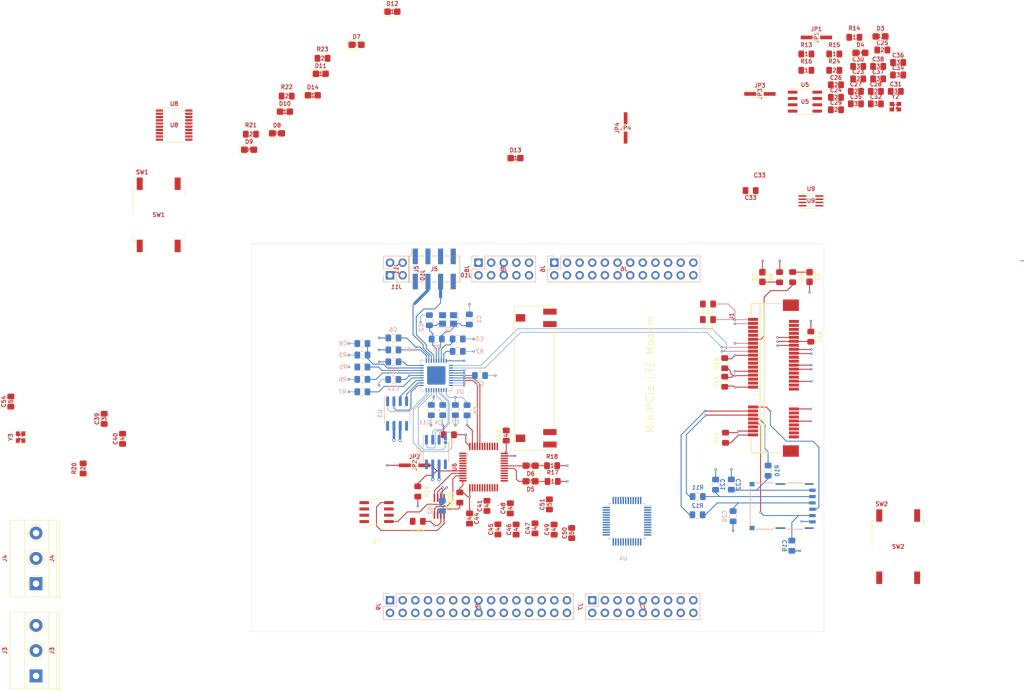
<source format=kicad_pcb>
(kicad_pcb (version 20171130) (host pcbnew 5.1.5-52549c5~84~ubuntu18.04.1)
  (layers (0 F.Cu mixed) (1 In1.Cu power hide) (2 In2.Cu power hide) (31 B.Cu mixed) (34 B.Paste user hide) (35 F.Paste user hide) (36 B.SilkS user) (37 F.SilkS user) (38 B.Mask user hide) (39 F.Mask user) (44 Edge.Cuts user))
  (net 0 "")
  (net 1 "Net-(C1-Pad1)")
  (net 2 GNDREF)
  (net 3 "Net-(C2-Pad1)")
  (net 4 "Net-(C3-Pad1)")
  (net 5 "Net-(C4-Pad1)")
  (net 6 +3V3)
  (net 7 "Net-(C9-Pad1)")
  (net 8 "Net-(C23-Pad1)")
  (net 9 "Net-(C24-Pad1)")
  (net 10 +5V)
  (net 11 "Net-(D1-Pad1)")
  (net 12 "Net-(D2-Pad1)")
  (net 13 "Net-(D3-Pad2)")
  (net 14 "Net-(D3-Pad1)")
  (net 15 "Net-(D4-Pad1)")
  (net 16 "Net-(D4-Pad2)")
  (net 17 "Net-(D5-Pad1)")
  (net 18 "Net-(D5-Pad2)")
  (net 19 "Net-(D6-Pad2)")
  (net 20 "Net-(D6-Pad1)")
  (net 21 "Net-(D7-Pad1)")
  (net 22 "Net-(D8-Pad1)")
  (net 23 "Net-(D9-Pad1)")
  (net 24 "Net-(D9-Pad2)")
  (net 25 "Net-(D10-Pad1)")
  (net 26 "Net-(D11-Pad1)")
  (net 27 "Net-(D12-Pad1)")
  (net 28 "Net-(D13-Pad1)")
  (net 29 "Net-(D14-Pad1)")
  (net 30 "Net-(J1-Pad1)")
  (net 31 "Net-(J1-Pad3)")
  (net 32 "Net-(J1-Pad5)")
  (net 33 "Net-(J1-Pad6)")
  (net 34 "Net-(J1-Pad7)")
  (net 35 "Net-(J1-Pad10)")
  (net 36 "Net-(J1-Pad11)")
  (net 37 "Net-(J1-Pad12)")
  (net 38 "Net-(J1-Pad13)")
  (net 39 "Net-(J1-Pad14)")
  (net 40 "Net-(J1-Pad16)")
  (net 41 "Net-(J1-Pad17)")
  (net 42 "Net-(J1-Pad19)")
  (net 43 "Net-(J1-Pad20)")
  (net 44 "Net-(J1-Pad22)")
  (net 45 "Net-(J1-Pad23)")
  (net 46 "Net-(J1-Pad25)")
  (net 47 "Net-(J1-Pad28)")
  (net 48 "Net-(J1-Pad30)")
  (net 49 "Net-(J1-Pad31)")
  (net 50 "Net-(J1-Pad32)")
  (net 51 "Net-(J1-Pad33)")
  (net 52 /MiniPCIe2USB.sch/USB_DM)
  (net 53 /MiniPCIe2USB.sch/USB_DP)
  (net 54 "Net-(J1-Pad42)")
  (net 55 "Net-(J1-Pad44)")
  (net 56 "Net-(J1-Pad45)")
  (net 57 "Net-(J1-Pad46)")
  (net 58 "Net-(J1-Pad47)")
  (net 59 "Net-(J1-Pad48)")
  (net 60 "Net-(J1-Pad49)")
  (net 61 "Net-(J1-Pad51)")
  (net 62 /USB2CAN_TRA/CAN_L)
  (net 63 /USB2CAN_TRA/CAN_H)
  (net 64 /USB2CAN_IMP/CAN_H)
  (net 65 /USB2CAN_IMP/CAN_L)
  (net 66 /USB_HEADERS/USB_DP)
  (net 67 /USB_HEADERS/USB_DM)
  (net 68 "Net-(J6-Pad2)")
  (net 69 "Net-(J6-Pad3)")
  (net 70 "Net-(J6-Pad4)")
  (net 71 "Net-(J6-Pad5)")
  (net 72 "Net-(J6-Pad6)")
  (net 73 "Net-(J6-Pad7)")
  (net 74 "Net-(J6-Pad8)")
  (net 75 "Net-(J6-Pad9)")
  (net 76 "Net-(J6-Pad10)")
  (net 77 "Net-(J6-Pad11)")
  (net 78 "Net-(J6-Pad12)")
  (net 79 "Net-(J6-Pad13)")
  (net 80 "Net-(J6-Pad14)")
  (net 81 "Net-(J6-Pad15)")
  (net 82 "Net-(J6-Pad16)")
  (net 83 "Net-(J6-Pad18)")
  (net 84 "Net-(J6-Pad20)")
  (net 85 "Net-(J6-Pad22)")
  (net 86 "Net-(J6-Pad24)")
  (net 87 "Net-(J7-Pad1)")
  (net 88 "Net-(J7-Pad2)")
  (net 89 "Net-(J7-Pad3)")
  (net 90 "Net-(J7-Pad5)")
  (net 91 "Net-(J7-Pad7)")
  (net 92 "Net-(J7-Pad9)")
  (net 93 "Net-(J7-Pad11)")
  (net 94 "Net-(J7-Pad12)")
  (net 95 "Net-(J7-Pad13)")
  (net 96 "Net-(J7-Pad14)")
  (net 97 "Net-(J7-Pad15)")
  (net 98 "Net-(J7-Pad16)")
  (net 99 "Net-(J7-Pad17)")
  (net 100 "Net-(J7-Pad18)")
  (net 101 "Net-(J8-Pad1)")
  (net 102 "Net-(J8-Pad2)")
  (net 103 "Net-(J8-Pad3)")
  (net 104 "Net-(J8-Pad4)")
  (net 105 "Net-(J8-Pad5)")
  (net 106 "Net-(J8-Pad6)")
  (net 107 "Net-(J8-Pad7)")
  (net 108 "Net-(J8-Pad8)")
  (net 109 "Net-(J8-Pad9)")
  (net 110 "Net-(J8-Pad10)")
  (net 111 "Net-(J9-Pad1)")
  (net 112 "Net-(J9-Pad2)")
  (net 113 "Net-(J9-Pad3)")
  (net 114 "Net-(J9-Pad4)")
  (net 115 "Net-(J9-Pad5)")
  (net 116 "Net-(J9-Pad6)")
  (net 117 "Net-(J9-Pad7)")
  (net 118 "Net-(J9-Pad8)")
  (net 119 "Net-(J9-Pad9)")
  (net 120 "Net-(J9-Pad10)")
  (net 121 "Net-(J9-Pad11)")
  (net 122 "Net-(J9-Pad12)")
  (net 123 "Net-(J9-Pad13)")
  (net 124 "Net-(J9-Pad14)")
  (net 125 "Net-(J9-Pad15)")
  (net 126 "Net-(J9-Pad16)")
  (net 127 "Net-(J9-Pad17)")
  (net 128 "Net-(J9-Pad18)")
  (net 129 "Net-(J9-Pad19)")
  (net 130 "Net-(J9-Pad20)")
  (net 131 "Net-(J9-Pad21)")
  (net 132 "Net-(J9-Pad22)")
  (net 133 "Net-(J9-Pad23)")
  (net 134 "Net-(J9-Pad24)")
  (net 135 "Net-(J9-Pad25)")
  (net 136 "Net-(J9-Pad26)")
  (net 137 "Net-(J9-Pad27)")
  (net 138 "Net-(J9-Pad28)")
  (net 139 "Net-(J9-Pad29)")
  (net 140 "Net-(J9-Pad30)")
  (net 141 "Net-(J10-Pad1)")
  (net 142 "Net-(J10-Pad2)")
  (net 143 "Net-(J10-Pad3)")
  (net 144 /Lattepanda/USB_DM)
  (net 145 "Net-(J10-Pad5)")
  (net 146 /Lattepanda/USB_DP)
  (net 147 "Net-(J10-Pad7)")
  (net 148 "Net-(J10-Pad8)")
  (net 149 "Net-(JP1-Pad2)")
  (net 150 "Net-(JP2-Pad2)")
  (net 151 "Net-(R2-Pad1)")
  (net 152 "Net-(R4-Pad1)")
  (net 153 "Net-(R5-Pad1)")
  (net 154 "Net-(R6-Pad1)")
  (net 155 "Net-(R7-Pad1)")
  (net 156 "Net-(R23-Pad1)")
  (net 157 /USB2CAN_TRA/USB_DM)
  (net 158 /USB2CAN_TRA/USB_DP)
  (net 159 /USB2CAN_IMP/USB_DM)
  (net 160 /USB2CAN_IMP/USB_DP)
  (net 161 "Net-(U1-Pad12)")
  (net 162 "Net-(U1-Pad13)")
  (net 163 "Net-(U1-Pad16)")
  (net 164 "Net-(U1-Pad17)")
  (net 165 "Net-(U1-Pad18)")
  (net 166 "Net-(U1-Pad19)")
  (net 167 "Net-(U1-Pad20)")
  (net 168 "Net-(U1-Pad21)")
  (net 169 /USB_HUB/PRT_PWR_1)
  (net 170 /USB_HUB/PRT_PWR_2)
  (net 171 /USB_HUB/PRT_PWR_3)
  (net 172 "Net-(U4-Pad2)")
  (net 173 "Net-(U4-Pad3)")
  (net 174 "Net-(U4-Pad4)")
  (net 175 "Net-(U4-Pad7)")
  (net 176 "Net-(U4-Pad10)")
  (net 177 "Net-(U4-Pad11)")
  (net 178 "Net-(U4-Pad12)")
  (net 179 "Net-(U4-Pad13)")
  (net 180 "Net-(U4-Pad14)")
  (net 181 "Net-(U4-Pad15)")
  (net 182 "Net-(U4-Pad16)")
  (net 183 "Net-(U4-Pad17)")
  (net 184 "Net-(U4-Pad20)")
  (net 185 "Net-(U4-Pad21)")
  (net 186 "Net-(U4-Pad22)")
  (net 187 "Net-(U4-Pad25)")
  (net 188 "Net-(U4-Pad26)")
  (net 189 "Net-(U4-Pad27)")
  (net 190 "Net-(U4-Pad28)")
  (net 191 "Net-(U4-Pad29)")
  (net 192 "Net-(U4-Pad30)")
  (net 193 "Net-(U4-Pad31)")
  (net 194 "Net-(U4-Pad34)")
  (net 195 "Net-(U4-Pad37)")
  (net 196 "Net-(U4-Pad38)")
  (net 197 "Net-(U4-Pad39)")
  (net 198 "Net-(U4-Pad40)")
  (net 199 "Net-(U4-Pad41)")
  (net 200 "Net-(U4-Pad42)")
  (net 201 "Net-(U4-Pad43)")
  (net 202 "Net-(U4-Pad45)")
  (net 203 "Net-(U4-Pad46)")
  (net 204 "Net-(U5-Pad5)")
  (net 205 "Net-(U6-Pad43)")
  (net 206 "Net-(U6-Pad42)")
  (net 207 "Net-(U6-Pad41)")
  (net 208 "Net-(U6-Pad40)")
  (net 209 "Net-(U6-Pad39)")
  (net 210 "Net-(U6-Pad38)")
  (net 211 "Net-(U6-Pad37)")
  (net 212 "Net-(U6-Pad34)")
  (net 213 "Net-(U6-Pad31)")
  (net 214 "Net-(U6-Pad30)")
  (net 215 "Net-(U6-Pad29)")
  (net 216 "Net-(U6-Pad28)")
  (net 217 "Net-(U6-Pad27)")
  (net 218 "Net-(U6-Pad26)")
  (net 219 "Net-(U6-Pad25)")
  (net 220 "Net-(U6-Pad22)")
  (net 221 "Net-(U6-Pad21)")
  (net 222 "Net-(U6-Pad20)")
  (net 223 "Net-(U6-Pad17)")
  (net 224 "Net-(U6-Pad16)")
  (net 225 "Net-(U6-Pad15)")
  (net 226 "Net-(U6-Pad14)")
  (net 227 "Net-(U6-Pad13)")
  (net 228 "Net-(U6-Pad12)")
  (net 229 "Net-(U6-Pad11)")
  (net 230 "Net-(U6-Pad10)")
  (net 231 "Net-(U6-Pad7)")
  (net 232 "Net-(U6-Pad4)")
  (net 233 "Net-(U6-Pad3)")
  (net 234 "Net-(U6-Pad2)")
  (net 235 "Net-(U7-Pad5)")
  (net 236 "Net-(C19-Pad1)")
  (net 237 "Net-(C20-Pad1)")
  (net 238 "Net-(C21-Pad1)")
  (net 239 "Net-(C22-Pad1)")
  (net 240 "Net-(C39-Pad1)")
  (net 241 "Net-(C40-Pad1)")
  (net 242 "Net-(JP3-Pad2)")
  (net 243 "Net-(JP4-Pad2)")
  (net 244 "Net-(R24-Pad1)")
  (net 245 "Net-(R25-Pad2)")
  (net 246 "Net-(U5-Pad4)")
  (net 247 "Net-(U5-Pad1)")
  (net 248 "Net-(U10-Pad4)")
  (net 249 "Net-(U10-Pad5)")
  (net 250 "Net-(U10-Pad1)")
  (net 251 "Net-(U10-Pad8)")
  (net 252 "Net-(U9-Pad2)")
  (net 253 "Net-(J5-Pad1)")
  (net 254 "Net-(J11-Pad1)")
  (net 255 "Net-(J11-Pad2)")
  (net 256 "Net-(J11-Pad3)")
  (net 257 "Net-(J11-Pad4)")
  (net 258 /USB_HEADERS/BOARD_5V)
  (module Resistor_SMD:R_0805_2012Metric_Pad1.15x1.40mm_HandSolder (layer F.Cu) (at 93.5 129.64 270)
    (fp_text reference R25 (at -0.01 1.71 270) (layer F.SilkS) (effects (font (size 0.8128 0.8128) (thickness 0.1524))))
    (fp_text value 10k)
    (pad 2 smd roundrect (at 1.025 0 270) (size 1.15 1.4) (layers F.Cu F.Paste F.Mask) (roundrect_rratio 0.217391) (net 245 "Net-(R25-Pad2)"))
    (pad 1 smd roundrect (at -1.025 0 270) (size 1.15 1.4) (layers F.Cu F.Paste F.Mask) (roundrect_rratio 0.217391) (net 6 +3V3))
  )
  (module Capacitor_SMD:C_0805_2012Metric_Pad1.15x1.40mm_HandSolder (layer F.Cu) (at 102.84 117.185 90)
    (fp_text reference C43 (at 0 -1.43 90) (layer F.SilkS) (effects (font (size 0.8128 0.8128) (thickness 0.1524))))
    (fp_text value 0.1u)
    (fp_text user %R (at 0 0 90) (layer F.Cu) (effects (font (size 0.8128 0.8128) (thickness 0.1524))))
    (pad 2 smd roundrect (at 1.025 0 90) (size 1.15 1.4) (layers F.Cu F.Paste F.Mask) (roundrect_rratio 0.217391) (net 2 GNDREF))
    (pad 1 smd roundrect (at -1.025 0 90) (size 1.15 1.4) (layers F.Cu F.Paste F.Mask) (roundrect_rratio 0.217391) (net 6 +3V3))
  )
  (module Capacitor_SMD:C_0805_2012Metric_Pad1.15x1.40mm_HandSolder (layer F.Cu) (at 91.3 117.03 180)
    (fp_text reference C42 (at 0.04 -1.61) (layer F.SilkS) (effects (font (size 0.8128 0.8128) (thickness 0.1524))))
    (fp_text value 0.1u)
    (pad 2 smd roundrect (at 1.025 0 180) (size 1.15 1.4) (layers F.Cu F.Paste F.Mask) (roundrect_rratio 0.217391) (net 2 GNDREF))
    (pad 1 smd roundrect (at -1.025 0 180) (size 1.15 1.4) (layers F.Cu F.Paste F.Mask) (roundrect_rratio 0.217391) (net 6 +3V3))
  )
  (module Capacitor_SMD:C_0805_2012Metric_Pad1.15x1.40mm_HandSolder (layer B.Cu) (at 89.98 131.33 270)
    (fp_text reference C52 (at 0.545 2.4 270) (layer B.SilkS) (effects (font (size 0.8128 0.8128) (thickness 0.1524)) (justify mirror)))
    (fp_text value 0.1u)
    (fp_text user %R (at 0 0 270) (layer B.Cu) (effects (font (size 0.8128 0.8128) (thickness 0.1524)) (justify mirror)))
    (pad 2 smd roundrect (at 1.025 0 270) (size 1.15 1.4) (layers B.Cu B.Paste B.Mask) (roundrect_rratio 0.217391) (net 2 GNDREF))
    (pad 1 smd roundrect (at -1.025 0 270) (size 1.15 1.4) (layers B.Cu B.Paste B.Mask) (roundrect_rratio 0.217391) (net 6 +3V3))
  )
  (module Capacitor_SMD:C_0805_2012Metric_Pad1.15x1.40mm_HandSolder (layer F.Cu) (at 85.06 134.43 180)
    (fp_text reference C53 (at -0.01 -1.82 180) (layer F.SilkS) (effects (font (size 0.8128 0.8128) (thickness 0.1524))))
    (fp_text value 0.1u)
    (pad 2 smd roundrect (at 1.025 0 180) (size 1.15 1.4) (layers F.Cu F.Paste F.Mask) (roundrect_rratio 0.217391) (net 2 GNDREF))
    (pad 1 smd roundrect (at -1.025 0 180) (size 1.15 1.4) (layers F.Cu F.Paste F.Mask) (roundrect_rratio 0.217391) (net 10 +5V))
  )
  (module Package_SO:SSOP-8_2.95x2.8mm_P0.65mm (layer F.Cu) (at 89.37 131.42 270)
    (fp_text reference U10 (at -0.27 -2.35 90) (layer F.SilkS) (effects (font (size 0.8128 0.8128) (thickness 0.1524))))
    (fp_text value TXS0102DCT)
    (pad 1 smd rect (at -1.7 -0.975 180) (size 0.3 1.6) (layers F.Cu F.Paste F.Mask) (net 250 "Net-(U10-Pad1)"))
    (pad 2 smd rect (at -1.7 -0.325 180) (size 0.3 1.6) (layers F.Cu F.Paste F.Mask) (net 2 GNDREF))
    (pad 3 smd rect (at -1.7 0.325 180) (size 0.3 1.6) (layers F.Cu F.Paste F.Mask) (net 6 +3V3))
    (pad 4 smd rect (at -1.7 0.975 180) (size 0.3 1.6) (layers F.Cu F.Paste F.Mask) (net 248 "Net-(U10-Pad4)"))
    (pad 5 smd rect (at 1.7 0.975 180) (size 0.3 1.6) (layers F.Cu F.Paste F.Mask) (net 249 "Net-(U10-Pad5)"))
    (pad 6 smd rect (at 1.7 0.325 180) (size 0.3 1.6) (layers F.Cu F.Paste F.Mask) (net 245 "Net-(R25-Pad2)"))
    (pad 7 smd rect (at 1.7 -0.325 180) (size 0.3 1.6) (layers F.Cu F.Paste F.Mask) (net 10 +5V))
    (pad 8 smd rect (at 1.7 -0.975 180) (size 0.3 1.6) (layers F.Cu F.Paste F.Mask) (net 251 "Net-(U10-Pad8)"))
  )
  (module Package_SO:SOIC-8_3.9x4.9mm_P1.27mm (layer F.Cu) (at 76.77 132.57 180)
    (fp_text reference U7 (at -0.01 -5.85 180) (layer F.SilkS) (effects (font (size 0.8128 0.8128) (thickness 0.1524))))
    (fp_text value MCP2551-I-SN)
    (pad 1 smd roundrect (at -2.475 -1.905 180) (size 1.95 0.6) (layers F.Cu F.Paste F.Mask) (net 250 "Net-(U10-Pad1)"))
    (pad 2 smd roundrect (at -2.475 -0.635 180) (size 1.95 0.6) (layers F.Cu F.Paste F.Mask) (net 2 GNDREF))
    (pad 3 smd roundrect (at -2.475 0.635 180) (size 1.95 0.6) (layers F.Cu F.Paste F.Mask) (net 10 +5V))
    (pad 4 smd roundrect (at -2.475 1.905 180) (size 1.95 0.6) (layers F.Cu F.Paste F.Mask) (net 251 "Net-(U10-Pad8)"))
    (pad 5 smd roundrect (at 2.475 1.905 180) (size 1.95 0.6) (layers F.Cu F.Paste F.Mask) (net 235 "Net-(U7-Pad5)"))
    (pad 6 smd roundrect (at 2.475 0.635 180) (size 1.95 0.6) (layers F.Cu F.Paste F.Mask) (net 65 /USB2CAN_IMP/CAN_L))
    (pad 7 smd roundrect (at 2.475 -0.635 180) (size 1.95 0.6) (layers F.Cu F.Paste F.Mask) (net 64 /USB2CAN_IMP/CAN_H))
    (pad 8 smd roundrect (at 2.475 -1.905 180) (size 1.95 0.6) (layers F.Cu F.Paste F.Mask) (net 2 GNDREF))
  )
  (module Resistor_SMD:R_0805_2012Metric_Pad1.15x1.40mm_HandSolder (layer F.Cu) (at 85.06 128.43 270)
    (fp_text reference R19 (at 0 -1.82 270) (layer F.SilkS) (effects (font (size 0.8128 0.8128) (thickness 0.1524))))
    (fp_text value 510)
    (pad 2 smd roundrect (at 1.025 0 270) (size 1.15 1.4) (layers F.Cu F.Paste F.Mask) (roundrect_rratio 0.217391) (net 2 GNDREF))
    (pad 1 smd roundrect (at -1.025 0 270) (size 1.15 1.4) (layers F.Cu F.Paste F.Mask) (roundrect_rratio 0.217391) (net 150 "Net-(JP2-Pad2)"))
  )
  (module "SIM Connectors:CONN-693043020611" (layer B.Cu) (at 157.95 131.36 90)
    (fp_text reference J2 hide)
    (fp_text value SIM_Card hide)
    (pad 0 smd rect (at 4.4 -5.72 90) (size 0.9 1) (layers B.Cu B.Paste B.Mask))
    (pad 0 smd rect (at -4.4 -5.72 90) (size 0.9 1) (layers B.Cu B.Paste B.Mask))
    (pad 0 smd rect (at 4.43 0 90) (size 0.35 2) (layers B.Cu B.Paste B.Mask))
    (pad 0 smd rect (at -4.43 0 90) (size 0.35 2) (layers B.Cu B.Paste B.Mask))
    (pad 0 smd rect (at 4.43 5.75 90) (size 0.35 1.8) (layers B.Cu B.Paste B.Mask))
    (pad 0 smd rect (at -4.43 5.75 90) (size 0.35 1.8) (layers B.Cu B.Paste B.Mask))
    (pad 7 smd rect (at 3.175 6.42 90) (size 0.65 1.3) (layers B.Cu B.Paste B.Mask) (net 239 "Net-(C22-Pad1)"))
    (pad 3 smd rect (at 1.905 6.42 90) (size 0.65 1.3) (layers B.Cu B.Paste B.Mask) (net 238 "Net-(C21-Pad1)"))
    (pad 2 smd rect (at 0.635 6.42 90) (size 0.65 1.3) (layers B.Cu B.Paste B.Mask) (net 237 "Net-(C20-Pad1)"))
    (pad 6 smd rect (at -0.635 6.42 90) (size 0.65 1.3) (layers B.Cu B.Paste B.Mask) (net 40 "Net-(J1-Pad16)"))
    (pad 1 smd rect (at -1.905 6.42 90) (size 0.65 1.3) (layers B.Cu B.Paste B.Mask) (net 236 "Net-(C19-Pad1)"))
    (pad 5 smd rect (at -3.175 6.42 90) (size 0.65 1.3) (layers B.Cu B.Paste B.Mask) (net 2 GNDREF))
  )
  (module "MiniPCIe Latch:JAE_MM60-EZH059-B5-R650" (layer F.Cu) (at 108.46 105.64 90)
    (fp_text reference REF** (at -11.575 -4.885 90) (layer F.SilkS) (effects (font (thickness 0.015))))
    (fp_text value JAE_MM60-EZH059-B5-R650)
    (pad None np_thru_hole circle (at 12.1 0 90) (size 1.05 1.05) (drill 1.05) (layers *.Cu *.Mask))
    (pad None np_thru_hole circle (at -12.1 0 90) (size 1.55 1.55) (drill 1.55) (layers *.Cu *.Mask))
    (pad S2_1 smd rect (at 12.1 -2.75 90) (size 1.5 1.9) (layers F.Cu F.Paste F.Mask) (net 2 GNDREF))
    (pad S1_1 smd rect (at -12.1 -2.75 90) (size 1.5 1.9) (layers F.Cu F.Paste F.Mask) (net 2 GNDREF))
    (pad S2_3 smd rect (at 13.35 3.15 90) (size 1.2 2.7) (layers F.Cu F.Paste F.Mask) (net 2 GNDREF))
    (pad S2_2 smd rect (at 10.85 3.15 90) (size 1.2 2.7) (layers F.Cu F.Paste F.Mask) (net 2 GNDREF))
    (pad S1_3 smd rect (at -10.85 3.15 90) (size 1.2 2.7) (layers F.Cu F.Paste F.Mask) (net 2 GNDREF))
    (pad S1_2 smd rect (at -13.35 3.15 90) (size 1.2 2.7) (layers F.Cu F.Paste F.Mask) (net 2 GNDREF))
  )
  (module "MiniPCIe Connector:TE_1775862-2" (layer F.Cu) (at 156.54 105.65 90)
    (fp_text reference J1 (at 12.45 -8.4 90) (layer F.Cu) (effects (font (size 0.8128 0.8128) (thickness 0.1524))))
    (fp_text value "MiniPCIe LTE Modem" (at 0.72 -24.78 270) (layer F.SilkS) (effects (font (size 1.524 1.524))))
    (fp_text user 2 (at -12.5189 -4.75717 90) (layer F.SilkS) (effects (font (size 0.480724 0.480724) (thickness 0.015))))
    (fp_text user 52 (at 12.5176 -4.75668 90) (layer F.SilkS) (effects (font (size 0.480676 0.480676) (thickness 0.015))))
    (fp_text user 51 (at 12.0129 5.25564 90) (layer F.SilkS) (effects (font (size 0.480516 0.480516) (thickness 0.015))))
    (fp_text user 1 (at -12.7518 5.25073 90) (layer F.SilkS) (effects (font (size 0.480067 0.480067) (thickness 0.015))))
    (pad None np_thru_hole circle (at 12.5 0 90) (size 1.1 1.1) (drill 1.1) (layers *.Cu *.Mask))
    (pad P2 smd rect (at 14.65 3.5 90) (size 2.3 3.2) (layers F.Cu F.Paste F.Mask))
    (pad P1 smd rect (at -14.65 3.5 90) (size 2.3 3.2) (layers F.Cu F.Paste F.Mask))
    (pad None np_thru_hole circle (at -12.5 0 90) (size 1.6 1.6) (drill 1.6) (layers *.Cu *.Mask))
    (pad 52 smd rect (at 11.8 -4.1 90) (size 0.6 2) (layers F.Cu F.Paste F.Mask) (net 6 +3V3))
    (pad 51 smd rect (at 11.4 4.1 90) (size 0.6 2) (layers F.Cu F.Paste F.Mask) (net 61 "Net-(J1-Pad51)"))
    (pad 50 smd rect (at 11 -4.1 90) (size 0.6 2) (layers F.Cu F.Paste F.Mask) (net 2 GNDREF))
    (pad 49 smd rect (at 10.6 4.1 90) (size 0.6 2) (layers F.Cu F.Paste F.Mask) (net 60 "Net-(J1-Pad49)"))
    (pad 48 smd rect (at 10.2 -4.1 90) (size 0.6 2) (layers F.Cu F.Paste F.Mask) (net 59 "Net-(J1-Pad48)"))
    (pad 47 smd rect (at 9.8 4.1 90) (size 0.6 2) (layers F.Cu F.Paste F.Mask) (net 58 "Net-(J1-Pad47)"))
    (pad 46 smd rect (at 9.4 -4.1 90) (size 0.6 2) (layers F.Cu F.Paste F.Mask) (net 57 "Net-(J1-Pad46)"))
    (pad 45 smd rect (at 9 4.1 90) (size 0.6 2) (layers F.Cu F.Paste F.Mask) (net 56 "Net-(J1-Pad45)"))
    (pad 44 smd rect (at 8.6 -4.1 90) (size 0.6 2) (layers F.Cu F.Paste F.Mask) (net 55 "Net-(J1-Pad44)"))
    (pad 43 smd rect (at 8.2 4.1 90) (size 0.6 2) (layers F.Cu F.Paste F.Mask) (net 2 GNDREF))
    (pad 42 smd rect (at 7.8 -4.1 90) (size 0.6 2) (layers F.Cu F.Paste F.Mask) (net 54 "Net-(J1-Pad42)"))
    (pad 41 smd rect (at 7.4 4.1 90) (size 0.6 2) (layers F.Cu F.Paste F.Mask) (net 6 +3V3))
    (pad 40 smd rect (at 7 -4.1 90) (size 0.6 2) (layers F.Cu F.Paste F.Mask) (net 2 GNDREF))
    (pad 39 smd rect (at 6.6 4.1 90) (size 0.6 2) (layers F.Cu F.Paste F.Mask) (net 6 +3V3))
    (pad 38 smd rect (at 6.2 -4.1 90) (size 0.6 2) (layers F.Cu F.Paste F.Mask) (net 53 /MiniPCIe2USB.sch/USB_DP))
    (pad 37 smd rect (at 5.8 4.1 90) (size 0.6 2) (layers F.Cu F.Paste F.Mask) (net 2 GNDREF))
    (pad 36 smd rect (at 5.4 -4.1 90) (size 0.6 2) (layers F.Cu F.Paste F.Mask) (net 52 /MiniPCIe2USB.sch/USB_DM))
    (pad 35 smd rect (at 5 4.1 90) (size 0.6 2) (layers F.Cu F.Paste F.Mask) (net 2 GNDREF))
    (pad 34 smd rect (at 4.6 -4.1 90) (size 0.6 2) (layers F.Cu F.Paste F.Mask) (net 2 GNDREF))
    (pad 33 smd rect (at 4.2 4.1 90) (size 0.6 2) (layers F.Cu F.Paste F.Mask) (net 51 "Net-(J1-Pad33)"))
    (pad 32 smd rect (at 3.8 -4.1 90) (size 0.6 2) (layers F.Cu F.Paste F.Mask) (net 50 "Net-(J1-Pad32)"))
    (pad 31 smd rect (at 3.4 4.1 90) (size 0.6 2) (layers F.Cu F.Paste F.Mask) (net 49 "Net-(J1-Pad31)"))
    (pad 30 smd rect (at 3 -4.1 90) (size 0.6 2) (layers F.Cu F.Paste F.Mask) (net 48 "Net-(J1-Pad30)"))
    (pad 29 smd rect (at 2.6 4.1 90) (size 0.6 2) (layers F.Cu F.Paste F.Mask) (net 2 GNDREF))
    (pad 28 smd rect (at 2.2 -4.1 90) (size 0.6 2) (layers F.Cu F.Paste F.Mask) (net 47 "Net-(J1-Pad28)"))
    (pad 27 smd rect (at 1.8 4.1 90) (size 0.6 2) (layers F.Cu F.Paste F.Mask) (net 2 GNDREF))
    (pad 26 smd rect (at 1.4 -4.1 90) (size 0.6 2) (layers F.Cu F.Paste F.Mask) (net 2 GNDREF))
    (pad 25 smd rect (at 1 4.1 90) (size 0.6 2) (layers F.Cu F.Paste F.Mask) (net 46 "Net-(J1-Pad25)"))
    (pad 24 smd rect (at 0.6 -4.1 90) (size 0.6 2) (layers F.Cu F.Paste F.Mask) (net 6 +3V3))
    (pad 23 smd rect (at 0.2 4.1 90) (size 0.6 2) (layers F.Cu F.Paste F.Mask) (net 45 "Net-(J1-Pad23)"))
    (pad 22 smd rect (at -0.2 -4.1 90) (size 0.6 2) (layers F.Cu F.Paste F.Mask) (net 44 "Net-(J1-Pad22)"))
    (pad 21 smd rect (at -0.6 4.1 90) (size 0.6 2) (layers F.Cu F.Paste F.Mask) (net 2 GNDREF))
    (pad 20 smd rect (at -1 -4.1 90) (size 0.6 2) (layers F.Cu F.Paste F.Mask) (net 43 "Net-(J1-Pad20)"))
    (pad 19 smd rect (at -1.4 4.1 90) (size 0.6 2) (layers F.Cu F.Paste F.Mask) (net 42 "Net-(J1-Pad19)"))
    (pad 18 smd rect (at -1.8 -4.1 90) (size 0.6 2) (layers F.Cu F.Paste F.Mask) (net 2 GNDREF))
    (pad 17 smd rect (at -2.2 4.1 90) (size 0.6 2) (layers F.Cu F.Paste F.Mask) (net 41 "Net-(J1-Pad17)"))
    (pad 16 smd rect (at -5.8 -4.1 90) (size 0.6 2) (layers F.Cu F.Paste F.Mask) (net 40 "Net-(J1-Pad16)"))
    (pad 15 smd rect (at -6.2 4.1 90) (size 0.6 2) (layers F.Cu F.Paste F.Mask) (net 2 GNDREF))
    (pad 14 smd rect (at -6.6 -4.1 90) (size 0.6 2) (layers F.Cu F.Paste F.Mask) (net 39 "Net-(J1-Pad14)"))
    (pad 13 smd rect (at -7 4.1 90) (size 0.6 2) (layers F.Cu F.Paste F.Mask) (net 38 "Net-(J1-Pad13)"))
    (pad 12 smd rect (at -7.4 -4.1 90) (size 0.6 2) (layers F.Cu F.Paste F.Mask) (net 37 "Net-(J1-Pad12)"))
    (pad 11 smd rect (at -7.8 4.1 90) (size 0.6 2) (layers F.Cu F.Paste F.Mask) (net 36 "Net-(J1-Pad11)"))
    (pad 10 smd rect (at -8.2 -4.1 90) (size 0.6 2) (layers F.Cu F.Paste F.Mask) (net 35 "Net-(J1-Pad10)"))
    (pad 9 smd rect (at -8.6 4.1 90) (size 0.6 2) (layers F.Cu F.Paste F.Mask) (net 2 GNDREF))
    (pad 8 smd rect (at -9 -4.1 90) (size 0.6 2) (layers F.Cu F.Paste F.Mask) (net 236 "Net-(C19-Pad1)"))
    (pad 7 smd rect (at -9.4 4.1 90) (size 0.6 2) (layers F.Cu F.Paste F.Mask) (net 34 "Net-(J1-Pad7)"))
    (pad 6 smd rect (at -9.8 -4.1 90) (size 0.6 2) (layers F.Cu F.Paste F.Mask) (net 33 "Net-(J1-Pad6)"))
    (pad 5 smd rect (at -10.2 4.1 90) (size 0.6 2) (layers F.Cu F.Paste F.Mask) (net 32 "Net-(J1-Pad5)"))
    (pad 4 smd rect (at -10.6 -4.1 90) (size 0.6 2) (layers F.Cu F.Paste F.Mask) (net 2 GNDREF))
    (pad 3 smd rect (at -11 4.1 90) (size 0.6 2) (layers F.Cu F.Paste F.Mask) (net 31 "Net-(J1-Pad3)"))
    (pad 2 smd rect (at -11.4 -4.1 90) (size 0.6 2) (layers F.Cu F.Paste F.Mask) (net 6 +3V3))
    (pad 1 smd rect (at -11.8 4.1 90) (size 0.6 2) (layers F.Cu F.Paste F.Mask) (net 30 "Net-(J1-Pad1)"))
  )
  (module Capacitor_SMD:C_0805_2012Metric_Pad1.15x1.40mm_HandSolder (layer B.Cu) (at 148.42 133.4 270)
    (fp_text reference C20 (at 0.01 1.7 270) (layer B.SilkS) (effects (font (size 0.8128 0.8128) (thickness 0.1524)) (justify mirror)))
    (fp_text value 33p)
    (pad 2 smd roundrect (at 1.025 0 270) (size 1.15 1.4) (layers B.Cu B.Paste B.Mask) (roundrect_rratio 0.217391) (net 2 GNDREF))
    (pad 1 smd roundrect (at -1.025 0 270) (size 1.15 1.4) (layers B.Cu B.Paste B.Mask) (roundrect_rratio 0.217391) (net 237 "Net-(C20-Pad1)"))
  )
  (module Capacitor_SMD:C_0805_2012Metric_Pad1.15x1.40mm_HandSolder (layer F.Cu) (at 164.05 97.32 90)
    (fp_text reference C16 hide)
    (fp_text value 100u)
    (fp_text user %R (at -0.01 1.85 90) (layer F.SilkS) (effects (font (size 0.8128 0.8128) (thickness 0.1524))))
    (pad 2 smd roundrect (at 1.025 0 90) (size 1.15 1.4) (layers F.Cu F.Paste F.Mask) (roundrect_rratio 0.217391) (net 2 GNDREF))
    (pad 1 smd roundrect (at -1.025 0 90) (size 1.15 1.4) (layers F.Cu F.Paste F.Mask) (roundrect_rratio 0.217391) (net 6 +3V3))
  )
  (module Capacitor_SMD:C_0805_2012Metric_Pad1.15x1.40mm_HandSolder (layer F.Cu) (at 146.75 106.37 270)
    (fp_text reference C15 (at 0.01 1.64 90) (layer F.SilkS) (effects (font (size 0.8128 0.8128) (thickness 0.1524))))
    (fp_text value 100n)
    (pad 2 smd roundrect (at 1.025 0 270) (size 1.15 1.4) (layers F.Cu F.Paste F.Mask) (roundrect_rratio 0.217391) (net 2 GNDREF))
    (pad 1 smd roundrect (at -1.025 0 270) (size 1.15 1.4) (layers F.Cu F.Paste F.Mask) (roundrect_rratio 0.217391) (net 6 +3V3))
  )
  (module Capacitor_SMD:C_0805_2012Metric_Pad1.15x1.40mm_HandSolder (layer F.Cu) (at 146.75 102.64 90)
    (fp_text reference C18 (at -0.01 -1.59 90) (layer F.SilkS) (effects (font (size 0.8128 0.8128) (thickness 0.1524))))
    (fp_text value 100n)
    (pad 2 smd roundrect (at 1.025 0 90) (size 1.15 1.4) (layers F.Cu F.Paste F.Mask) (roundrect_rratio 0.217391) (net 2 GNDREF))
    (pad 1 smd roundrect (at -1.025 0 90) (size 1.15 1.4) (layers F.Cu F.Paste F.Mask) (roundrect_rratio 0.217391) (net 6 +3V3))
  )
  (module Capacitor_SMD:C_0805_2012Metric_Pad1.15x1.40mm_HandSolder (layer B.Cu) (at 144.91 127.06 90)
    (fp_text reference C21 (at 0 1.43 90) (layer B.Cu) (effects (font (size 0.8128 0.8128) (thickness 0.1524)) (justify mirror)))
    (fp_text value 33p)
    (pad 2 smd roundrect (at 1.025 0 90) (size 1.15 1.4) (layers B.Cu B.Paste B.Mask) (roundrect_rratio 0.217391) (net 2 GNDREF))
    (pad 1 smd roundrect (at -1.025 0 90) (size 1.15 1.4) (layers B.Cu B.Paste B.Mask) (roundrect_rratio 0.217391) (net 238 "Net-(C21-Pad1)"))
  )
  (module Capacitor_SMD:C_0805_2012Metric_Pad1.15x1.40mm_HandSolder (layer B.Cu) (at 148.08 127.03 90)
    (fp_text reference C22 (at 0 1.43 90) (layer B.Cu) (effects (font (size 0.8128 0.8128) (thickness 0.1524)) (justify mirror)))
    (fp_text value 33p)
    (pad 2 smd roundrect (at 1.025 0 90) (size 1.15 1.4) (layers B.Cu B.Paste B.Mask) (roundrect_rratio 0.217391) (net 2 GNDREF))
    (pad 1 smd roundrect (at -1.025 0 90) (size 1.15 1.4) (layers B.Cu B.Paste B.Mask) (roundrect_rratio 0.217391) (net 239 "Net-(C22-Pad1)"))
  )
  (module Capacitor_SMD:C_0805_2012Metric_Pad1.15x1.40mm_HandSolder (layer F.Cu) (at 143.37 93.88 180)
    (fp_text reference C13 (at 0 -1.82) (layer F.SilkS) (effects (font (size 0.8128 0.8128) (thickness 0.1524))))
    (fp_text value 100u)
    (pad 2 smd roundrect (at 1.025 0 180) (size 1.15 1.4) (layers F.Cu F.Paste F.Mask) (roundrect_rratio 0.217391) (net 2 GNDREF))
    (pad 1 smd roundrect (at -1.025 0 180) (size 1.15 1.4) (layers F.Cu F.Paste F.Mask) (roundrect_rratio 0.217391) (net 6 +3V3))
  )
  (module Capacitor_SMD:C_0805_2012Metric_Pad1.15x1.40mm_HandSolder (layer F.Cu) (at 143.38 90.76 180)
    (fp_text reference C17 (at 0.01 -1.62) (layer F.SilkS) (effects (font (size 0.8128 0.8128) (thickness 0.1524))))
    (fp_text value 100u)
    (pad 2 smd roundrect (at 1.025 0 180) (size 1.15 1.4) (layers F.Cu F.Paste F.Mask) (roundrect_rratio 0.217391) (net 2 GNDREF))
    (pad 1 smd roundrect (at -1.025 0 180) (size 1.15 1.4) (layers F.Cu F.Paste F.Mask) (roundrect_rratio 0.217391) (net 6 +3V3))
  )
  (module Capacitor_SMD:C_0805_2012Metric_Pad1.15x1.40mm_HandSolder (layer F.Cu) (at 146.9 117.63 90)
    (fp_text reference C14 (at 0 -1.82 90) (layer F.SilkS) (effects (font (size 0.8128 0.8128) (thickness 0.1524))))
    (fp_text value 100u)
    (pad 2 smd roundrect (at 1.025 0 90) (size 1.15 1.4) (layers F.Cu F.Paste F.Mask) (roundrect_rratio 0.217391) (net 2 GNDREF))
    (pad 1 smd roundrect (at -1.025 0 90) (size 1.15 1.4) (layers F.Cu F.Paste F.Mask) (roundrect_rratio 0.217391) (net 6 +3V3))
  )
  (module Capacitor_SMD:C_0805_2012Metric_Pad1.15x1.40mm_HandSolder (layer B.Cu) (at 160.23 139.33 270)
    (fp_text reference C19 (at 0 1.43 90) (layer B.Cu) (effects (font (size 0.8128 0.8128) (thickness 0.1524)) (justify mirror)))
    (fp_text value 100n)
    (pad 2 smd roundrect (at 1.025 0 270) (size 1.15 1.4) (layers B.Cu B.Paste B.Mask) (roundrect_rratio 0.217391) (net 2 GNDREF))
    (pad 1 smd roundrect (at -1.025 0 270) (size 1.15 1.4) (layers B.Cu B.Paste B.Mask) (roundrect_rratio 0.217391) (net 236 "Net-(C19-Pad1)"))
  )
  (module Resistor_SMD:R_0805_2012Metric_Pad1.15x1.40mm_HandSolder (layer B.Cu) (at 73.93 101.01)
    (fp_text reference R3 (at -3.89 -0.01 180) (layer B.SilkS) (effects (font (size 0.8128 0.8128) (thickness 0.1524)) (justify mirror)))
    (fp_text value 100k)
    (pad 2 smd roundrect (at 1.025 0) (size 1.15 1.4) (layers B.Cu B.Paste B.Mask) (roundrect_rratio 0.217391) (net 7 "Net-(C9-Pad1)"))
    (pad 1 smd roundrect (at -1.025 0) (size 1.15 1.4) (layers B.Cu B.Paste B.Mask) (roundrect_rratio 0.217391) (net 6 +3V3))
  )
  (module Resistor_SMD:R_0805_2012Metric_Pad1.15x1.40mm_HandSolder (layer B.Cu) (at 88.87 97.78 180)
    (fp_text reference R1 (at 0.01 -1.64) (layer B.SilkS) (effects (font (size 0.8128 0.8128) (thickness 0.1524)) (justify mirror)))
    (fp_text value 1M)
    (pad 2 smd roundrect (at 1.025 0 180) (size 1.15 1.4) (layers B.Cu B.Paste B.Mask) (roundrect_rratio 0.217391) (net 3 "Net-(C2-Pad1)"))
    (pad 1 smd roundrect (at -1.025 0 180) (size 1.15 1.4) (layers B.Cu B.Paste B.Mask) (roundrect_rratio 0.217391) (net 1 "Net-(C1-Pad1)"))
  )
  (module Resistor_SMD:R_0805_2012Metric_Pad1.15x1.40mm_HandSolder (layer B.Cu) (at 93.08 100.27)
    (fp_text reference R2 (at 4.44 0.02) (layer B.SilkS) (effects (font (size 0.8128 0.8128) (thickness 0.1524)) (justify mirror)))
    (fp_text value 12k)
    (pad 2 smd roundrect (at 1.025 0) (size 1.15 1.4) (layers B.Cu B.Paste B.Mask) (roundrect_rratio 0.217391) (net 2 GNDREF))
    (pad 1 smd roundrect (at -1.025 0) (size 1.15 1.4) (layers B.Cu B.Paste B.Mask) (roundrect_rratio 0.217391) (net 151 "Net-(R2-Pad1)"))
  )
  (module Resistor_SMD:R_0805_2012Metric_Pad1.15x1.40mm_HandSolder (layer B.Cu) (at 80.16 99.97 180)
    (fp_text reference R4 (at -2.77 0 180) (layer B.SilkS) (effects (font (size 0.8128 0.8128) (thickness 0.1524)) (justify mirror)))
    (fp_text value 100k)
    (pad 2 smd roundrect (at 1.025 0 180) (size 1.15 1.4) (layers B.Cu B.Paste B.Mask) (roundrect_rratio 0.217391) (net 2 GNDREF))
    (pad 1 smd roundrect (at -1.025 0 180) (size 1.15 1.4) (layers B.Cu B.Paste B.Mask) (roundrect_rratio 0.217391) (net 152 "Net-(R4-Pad1)"))
  )
  (module Resistor_SMD:R_0805_2012Metric_Pad1.15x1.40mm_HandSolder (layer B.Cu) (at 73.93 103.41 180)
    (fp_text reference R5 (at 3.87 0.01) (layer B.SilkS) (effects (font (size 0.8128 0.8128) (thickness 0.1524)) (justify mirror)))
    (fp_text value 100k)
    (pad 2 smd roundrect (at 1.025 0 180) (size 1.15 1.4) (layers B.Cu B.Paste B.Mask) (roundrect_rratio 0.217391) (net 2 GNDREF))
    (pad 1 smd roundrect (at -1.025 0 180) (size 1.15 1.4) (layers B.Cu B.Paste B.Mask) (roundrect_rratio 0.217391) (net 153 "Net-(R5-Pad1)"))
  )
  (module Resistor_SMD:R_0805_2012Metric_Pad1.15x1.40mm_HandSolder (layer B.Cu) (at 73.92 105.9 180)
    (fp_text reference R6 (at 3.93 0 180) (layer B.SilkS) (effects (font (size 0.8128 0.8128) (thickness 0.1524)) (justify mirror)))
    (fp_text value 100k)
    (pad 2 smd roundrect (at 1.025 0 180) (size 1.15 1.4) (layers B.Cu B.Paste B.Mask) (roundrect_rratio 0.217391) (net 2 GNDREF))
    (pad 1 smd roundrect (at -1.025 0 180) (size 1.15 1.4) (layers B.Cu B.Paste B.Mask) (roundrect_rratio 0.217391) (net 154 "Net-(R6-Pad1)"))
  )
  (module Resistor_SMD:R_0805_2012Metric_Pad1.15x1.40mm_HandSolder (layer B.Cu) (at 73.92 108.4 180)
    (fp_text reference R7 (at 3.99 0) (layer B.SilkS) (effects (font (size 0.8128 0.8128) (thickness 0.1524)) (justify mirror)))
    (fp_text value 100k)
    (pad 2 smd roundrect (at 1.025 0 180) (size 1.15 1.4) (layers B.Cu B.Paste B.Mask) (roundrect_rratio 0.217391) (net 2 GNDREF))
    (pad 1 smd roundrect (at -1.025 0 180) (size 1.15 1.4) (layers B.Cu B.Paste B.Mask) (roundrect_rratio 0.217391) (net 155 "Net-(R7-Pad1)"))
  )
  (module Resistor_SMD:R_0805_2012Metric_Pad1.15x1.40mm_HandSolder (layer F.Cu) (at 157.77 85.37 90)
    (fp_text reference R8 (at 0.01 -1.71 90) (layer F.SilkS) (effects (font (size 0.8128 0.8128) (thickness 0.1524))))
    (fp_text value 330)
    (pad 2 smd roundrect (at 1.025 0 90) (size 1.15 1.4) (layers F.Cu F.Paste F.Mask) (roundrect_rratio 0.217391) (net 2 GNDREF))
    (pad 1 smd roundrect (at -1.025 0 90) (size 1.15 1.4) (layers F.Cu F.Paste F.Mask) (roundrect_rratio 0.217391) (net 11 "Net-(D1-Pad1)"))
  )
  (module Resistor_SMD:R_0805_2012Metric_Pad1.15x1.40mm_HandSolder (layer F.Cu) (at 160.39 85.35 270)
    (fp_text reference R9 (at 0 -1.82 90) (layer F.SilkS) (effects (font (size 0.8128 0.8128) (thickness 0.1524))))
    (fp_text value 330)
    (pad 2 smd roundrect (at 1.025 0 270) (size 1.15 1.4) (layers F.Cu F.Paste F.Mask) (roundrect_rratio 0.217391) (net 54 "Net-(J1-Pad42)"))
    (pad 1 smd roundrect (at -1.025 0 270) (size 1.15 1.4) (layers F.Cu F.Paste F.Mask) (roundrect_rratio 0.217391) (net 12 "Net-(D2-Pad1)"))
  )
  (module Resistor_SMD:R_0805_2012Metric_Pad1.15x1.40mm_HandSolder (layer B.Cu) (at 155.46 124.25 90)
    (fp_text reference R10 (at 0 1.82 90) (layer B.Cu) (effects (font (size 0.8128 0.8128) (thickness 0.1524)) (justify mirror)))
    (fp_text value 47)
    (pad 2 smd roundrect (at 1.025 0 90) (size 1.15 1.4) (layers B.Cu B.Paste B.Mask) (roundrect_rratio 0.217391) (net 35 "Net-(J1-Pad10)"))
    (pad 1 smd roundrect (at -1.025 0 90) (size 1.15 1.4) (layers B.Cu B.Paste B.Mask) (roundrect_rratio 0.217391) (net 239 "Net-(C22-Pad1)"))
  )
  (module Resistor_SMD:R_0805_2012Metric_Pad1.15x1.40mm_HandSolder (layer B.Cu) (at 141.32 129.45 180)
    (fp_text reference R11 (at 0 1.82) (layer B.Cu) (effects (font (size 0.8128 0.8128) (thickness 0.1524)) (justify mirror)))
    (fp_text value 47)
    (pad 2 smd roundrect (at 1.025 0 180) (size 1.15 1.4) (layers B.Cu B.Paste B.Mask) (roundrect_rratio 0.217391) (net 37 "Net-(J1-Pad12)"))
    (pad 1 smd roundrect (at -1.025 0 180) (size 1.15 1.4) (layers B.Cu B.Paste B.Mask) (roundrect_rratio 0.217391) (net 238 "Net-(C21-Pad1)"))
  )
  (module Resistor_SMD:R_0805_2012Metric_Pad1.15x1.40mm_HandSolder (layer B.Cu) (at 141.27 133.11 180)
    (fp_text reference R12 (at 0 1.82) (layer B.Cu) (effects (font (size 0.8128 0.8128) (thickness 0.1524)) (justify mirror)))
    (fp_text value 47)
    (pad 2 smd roundrect (at 1.025 0 180) (size 1.15 1.4) (layers B.Cu B.Paste B.Mask) (roundrect_rratio 0.217391) (net 39 "Net-(J1-Pad14)"))
    (pad 1 smd roundrect (at -1.025 0 180) (size 1.15 1.4) (layers B.Cu B.Paste B.Mask) (roundrect_rratio 0.217391) (net 237 "Net-(C20-Pad1)"))
  )
  (module Resistor_SMD:R_0805_2012Metric_Pad1.15x1.40mm_HandSolder (layer F.Cu) (at 163.145001 40.505001)
    (fp_text reference R13 (at 0 -1.82) (layer F.Cu) (effects (font (size 0.8128 0.8128) (thickness 0.1524))))
    (fp_text value 120)
    (fp_text user %R (at 0 0) (layer F.Cu) (effects (font (size 0.8128 0.8128) (thickness 0.1524))))
    (pad 2 smd roundrect (at 1.025 0) (size 1.15 1.4) (layers F.Cu F.Paste F.Mask) (roundrect_rratio 0.217391) (net 2 GNDREF))
    (pad 1 smd roundrect (at -1.025 0) (size 1.15 1.4) (layers F.Cu F.Paste F.Mask) (roundrect_rratio 0.217391) (net 14 "Net-(D3-Pad1)"))
  )
  (module Resistor_SMD:R_0805_2012Metric_Pad1.15x1.40mm_HandSolder (layer F.Cu) (at 172.795001 37.155001)
    (fp_text reference R14 (at 0 -1.82) (layer F.Cu) (effects (font (size 0.8128 0.8128) (thickness 0.1524))))
    (fp_text value 120)
    (fp_text user %R (at 0 0) (layer F.Cu) (effects (font (size 0.8128 0.8128) (thickness 0.1524))))
    (pad 2 smd roundrect (at 1.025 0) (size 1.15 1.4) (layers F.Cu F.Paste F.Mask) (roundrect_rratio 0.217391) (net 2 GNDREF))
    (pad 1 smd roundrect (at -1.025 0) (size 1.15 1.4) (layers F.Cu F.Paste F.Mask) (roundrect_rratio 0.217391) (net 15 "Net-(D4-Pad1)"))
  )
  (module Resistor_SMD:R_0805_2012Metric_Pad1.15x1.40mm_HandSolder (layer F.Cu) (at 168.755001 40.505001)
    (fp_text reference R15 (at 0 -1.82) (layer F.Cu) (effects (font (size 0.8128 0.8128) (thickness 0.1524))))
    (fp_text value 510)
    (fp_text user %R (at 0 0) (layer F.Cu) (effects (font (size 0.8128 0.8128) (thickness 0.1524))))
    (pad 2 smd roundrect (at 1.025 0) (size 1.15 1.4) (layers F.Cu F.Paste F.Mask) (roundrect_rratio 0.217391) (net 2 GNDREF))
    (pad 1 smd roundrect (at -1.025 0) (size 1.15 1.4) (layers F.Cu F.Paste F.Mask) (roundrect_rratio 0.217391) (net 149 "Net-(JP1-Pad2)"))
  )
  (module Resistor_SMD:R_0805_2012Metric_Pad1.15x1.40mm_HandSolder (layer F.Cu) (at 163.145001 43.795001)
    (fp_text reference R16 (at 0 -1.82) (layer F.Cu) (effects (font (size 0.8128 0.8128) (thickness 0.1524))))
    (fp_text value 120)
    (fp_text user %R (at 0 0) (layer F.Cu) (effects (font (size 0.8128 0.8128) (thickness 0.1524))))
    (pad 2 smd roundrect (at 1.025 0) (size 1.15 1.4) (layers F.Cu F.Paste F.Mask) (roundrect_rratio 0.217391) (net 242 "Net-(JP3-Pad2)"))
    (pad 1 smd roundrect (at -1.025 0) (size 1.15 1.4) (layers F.Cu F.Paste F.Mask) (roundrect_rratio 0.217391) (net 63 /USB2CAN_TRA/CAN_H))
  )
  (module Resistor_SMD:R_0805_2012Metric_Pad1.15x1.40mm_HandSolder (layer F.Cu) (at 112.17 126.41)
    (fp_text reference R17 (at 0 -1.82) (layer F.Cu) (effects (font (size 0.8128 0.8128) (thickness 0.1524))))
    (fp_text value 120)
    (fp_text user %R (at 0 0) (layer F.Cu) (effects (font (size 0.8128 0.8128) (thickness 0.1524))))
    (pad 2 smd roundrect (at 1.025 0) (size 1.15 1.4) (layers F.Cu F.Paste F.Mask) (roundrect_rratio 0.217391) (net 2 GNDREF))
    (pad 1 smd roundrect (at -1.025 0) (size 1.15 1.4) (layers F.Cu F.Paste F.Mask) (roundrect_rratio 0.217391) (net 17 "Net-(D5-Pad1)"))
  )
  (module Resistor_SMD:R_0805_2012Metric_Pad1.15x1.40mm_HandSolder (layer F.Cu) (at 112.05 123.24)
    (fp_text reference R18 (at 0 -1.82) (layer F.Cu) (effects (font (size 0.8128 0.8128) (thickness 0.1524))))
    (fp_text value 120)
    (fp_text user %R (at 0 0) (layer F.Cu) (effects (font (size 0.8128 0.8128) (thickness 0.1524))))
    (pad 2 smd roundrect (at 1.025 0) (size 1.15 1.4) (layers F.Cu F.Paste F.Mask) (roundrect_rratio 0.217391) (net 2 GNDREF))
    (pad 1 smd roundrect (at -1.025 0) (size 1.15 1.4) (layers F.Cu F.Paste F.Mask) (roundrect_rratio 0.217391) (net 20 "Net-(D6-Pad1)"))
  )
  (module Resistor_SMD:R_0805_2012Metric_Pad1.15x1.40mm_HandSolder (layer F.Cu) (at 17.805001 123.794999 90)
    (fp_text reference R20 (at 0 -1.82 90) (layer F.Cu) (effects (font (size 0.8128 0.8128) (thickness 0.1524))))
    (fp_text value 120)
    (fp_text user %R (at 0 0 90) (layer F.Cu) (effects (font (size 0.8128 0.8128) (thickness 0.1524))))
    (pad 2 smd roundrect (at 1.025 0 90) (size 1.15 1.4) (layers F.Cu F.Paste F.Mask) (roundrect_rratio 0.217391) (net 243 "Net-(JP4-Pad2)"))
    (pad 1 smd roundrect (at -1.025 0 90) (size 1.15 1.4) (layers F.Cu F.Paste F.Mask) (roundrect_rratio 0.217391) (net 64 /USB2CAN_IMP/CAN_H))
  )
  (module Resistor_SMD:R_0805_2012Metric_Pad1.15x1.40mm_HandSolder (layer F.Cu) (at 51.515001 56.625001)
    (fp_text reference R21 (at 0 -1.82) (layer F.Cu) (effects (font (size 0.8128 0.8128) (thickness 0.1524))))
    (fp_text value 4.7k)
    (fp_text user %R (at 0 0) (layer F.Cu) (effects (font (size 0.8128 0.8128) (thickness 0.1524))))
    (pad 2 smd roundrect (at 1.025 0) (size 1.15 1.4) (layers F.Cu F.Paste F.Mask) (roundrect_rratio 0.217391) (net 83 "Net-(J6-Pad18)"))
    (pad 1 smd roundrect (at -1.025 0) (size 1.15 1.4) (layers F.Cu F.Paste F.Mask) (roundrect_rratio 0.217391) (net 10 +5V))
  )
  (module Resistor_SMD:R_0805_2012Metric_Pad1.15x1.40mm_HandSolder (layer F.Cu) (at 58.715001 48.975001)
    (fp_text reference R22 (at 0 -1.82) (layer F.Cu) (effects (font (size 0.8128 0.8128) (thickness 0.1524))))
    (fp_text value 4.7k)
    (fp_text user %R (at 0 0) (layer F.Cu) (effects (font (size 0.8128 0.8128) (thickness 0.1524))))
    (pad 2 smd roundrect (at 1.025 0) (size 1.15 1.4) (layers F.Cu F.Paste F.Mask) (roundrect_rratio 0.217391) (net 84 "Net-(J6-Pad20)"))
    (pad 1 smd roundrect (at -1.025 0) (size 1.15 1.4) (layers F.Cu F.Paste F.Mask) (roundrect_rratio 0.217391) (net 10 +5V))
  )
  (module Resistor_SMD:R_0805_2012Metric_Pad1.15x1.40mm_HandSolder (layer F.Cu) (at 65.915001 41.375001)
    (fp_text reference R23 (at 0 -1.82) (layer F.Cu) (effects (font (size 0.8128 0.8128) (thickness 0.1524))))
    (fp_text value 4.7k)
    (fp_text user %R (at 0 0) (layer F.Cu) (effects (font (size 0.8128 0.8128) (thickness 0.1524))))
    (pad 2 smd roundrect (at 1.025 0) (size 1.15 1.4) (layers F.Cu F.Paste F.Mask) (roundrect_rratio 0.217391) (net 2 GNDREF))
    (pad 1 smd roundrect (at -1.025 0) (size 1.15 1.4) (layers F.Cu F.Paste F.Mask) (roundrect_rratio 0.217391) (net 156 "Net-(R23-Pad1)"))
  )
  (module Resistor_SMD:R_0805_2012Metric_Pad1.15x1.40mm_HandSolder (layer F.Cu) (at 168.755001 43.795001)
    (fp_text reference R24 (at 0 -1.82) (layer F.Cu) (effects (font (size 0.8128 0.8128) (thickness 0.1524))))
    (fp_text value 10k)
    (fp_text user %R (at 0 0) (layer F.Cu) (effects (font (size 0.8128 0.8128) (thickness 0.1524))))
    (pad 2 smd roundrect (at 1.025 0) (size 1.15 1.4) (layers F.Cu F.Paste F.Mask) (roundrect_rratio 0.217391) (net 6 +3V3))
    (pad 1 smd roundrect (at -1.025 0) (size 1.15 1.4) (layers F.Cu F.Paste F.Mask) (roundrect_rratio 0.217391) (net 244 "Net-(R24-Pad1)"))
  )
  (module Capacitor_SMD:C_0805_2012Metric_Pad1.15x1.40mm_HandSolder (layer B.Cu) (at 95.43 93.85 90)
    (fp_text reference C1 (at 0 1.93 270) (layer B.SilkS) (effects (font (size 0.8128 0.8128) (thickness 0.1524)) (justify mirror)))
    (fp_text value 18pF)
    (pad 2 smd roundrect (at 1.025 0 90) (size 1.15 1.4) (layers B.Cu B.Paste B.Mask) (roundrect_rratio 0.217391) (net 2 GNDREF))
    (pad 1 smd roundrect (at -1.025 0 90) (size 1.15 1.4) (layers B.Cu B.Paste B.Mask) (roundrect_rratio 0.217391) (net 1 "Net-(C1-Pad1)"))
  )
  (module Capacitor_SMD:C_0805_2012Metric_Pad1.15x1.40mm_HandSolder (layer B.Cu) (at 87.39 94.01 90)
    (fp_text reference C2 (at -1.47 -1.63 270) (layer B.SilkS) (effects (font (size 0.8128 0.8128) (thickness 0.1524)) (justify mirror)))
    (fp_text value 18pF)
    (pad 2 smd roundrect (at 1.025 0 90) (size 1.15 1.4) (layers B.Cu B.Paste B.Mask) (roundrect_rratio 0.217391) (net 2 GNDREF))
    (pad 1 smd roundrect (at -1.025 0 90) (size 1.15 1.4) (layers B.Cu B.Paste B.Mask) (roundrect_rratio 0.217391) (net 3 "Net-(C2-Pad1)"))
  )
  (module Capacitor_SMD:C_0805_2012Metric_Pad1.15x1.40mm_HandSolder (layer B.Cu) (at 93.08 97.78)
    (fp_text reference C3 (at 4.44 -0.01) (layer B.SilkS) (effects (font (size 0.8128 0.8128) (thickness 0.1524)) (justify mirror)))
    (fp_text value 0.1uF)
    (pad 2 smd roundrect (at 1.025 0) (size 1.15 1.4) (layers B.Cu B.Paste B.Mask) (roundrect_rratio 0.217391) (net 2 GNDREF))
    (pad 1 smd roundrect (at -1.025 0) (size 1.15 1.4) (layers B.Cu B.Paste B.Mask) (roundrect_rratio 0.217391) (net 4 "Net-(C3-Pad1)"))
  )
  (module Capacitor_SMD:C_0805_2012Metric_Pad1.15x1.40mm_HandSolder (layer B.Cu) (at 90.09 112.07 270)
    (fp_text reference C4 (at 2.5 0.88) (layer B.SilkS) (effects (font (size 0.8128 0.8128) (thickness 0.1524)) (justify mirror)))
    (fp_text value 0.1uF)
    (pad 2 smd roundrect (at 1.025 0 270) (size 1.15 1.4) (layers B.Cu B.Paste B.Mask) (roundrect_rratio 0.217391) (net 2 GNDREF))
    (pad 1 smd roundrect (at -1.025 0 270) (size 1.15 1.4) (layers B.Cu B.Paste B.Mask) (roundrect_rratio 0.217391) (net 5 "Net-(C4-Pad1)"))
  )
  (module Capacitor_SMD:C_0805_2012Metric_Pad1.15x1.40mm_HandSolder (layer B.Cu) (at 94.97 112.1 270)
    (fp_text reference C5 (at 0.03 -1.8 90) (layer B.SilkS) (effects (font (size 0.8128 0.8128) (thickness 0.1524)) (justify mirror)))
    (fp_text value 0.1uF)
    (pad 1 smd roundrect (at -1.025 0 270) (size 1.15 1.4) (layers B.Cu B.Paste B.Mask) (roundrect_rratio 0.217391) (net 6 +3V3))
    (pad 2 smd roundrect (at 1.025 0 270) (size 1.15 1.4) (layers B.Cu B.Paste B.Mask) (roundrect_rratio 0.217391) (net 2 GNDREF))
  )
  (module Capacitor_SMD:C_0805_2012Metric_Pad1.15x1.40mm_HandSolder (layer B.Cu) (at 80.16 97.57 180)
    (fp_text reference C6 (at 0.06 1.66) (layer B.SilkS) (effects (font (size 0.8128 0.8128) (thickness 0.1524)) (justify mirror)))
    (fp_text value 0.1uF)
    (pad 2 smd roundrect (at 1.025 0 180) (size 1.15 1.4) (layers B.Cu B.Paste B.Mask) (roundrect_rratio 0.217391) (net 2 GNDREF))
    (pad 1 smd roundrect (at -1.025 0 180) (size 1.15 1.4) (layers B.Cu B.Paste B.Mask) (roundrect_rratio 0.217391) (net 6 +3V3))
  )
  (module Capacitor_SMD:C_0805_2012Metric_Pad1.15x1.40mm_HandSolder (layer B.Cu) (at 92.61 112.07 270)
    (fp_text reference C7 (at 2.44 -0.02 180) (layer B.SilkS) (effects (font (size 0.8128 0.8128) (thickness 0.1524)) (justify mirror)))
    (fp_text value 0.1uF)
    (pad 2 smd roundrect (at 1.025 0 270) (size 1.15 1.4) (layers B.Cu B.Paste B.Mask) (roundrect_rratio 0.217391) (net 2 GNDREF))
    (pad 1 smd roundrect (at -1.025 0 270) (size 1.15 1.4) (layers B.Cu B.Paste B.Mask) (roundrect_rratio 0.217391) (net 6 +3V3))
  )
  (module Capacitor_SMD:C_0805_2012Metric_Pad1.15x1.40mm_HandSolder (layer B.Cu) (at 97.56 105.13)
    (fp_text reference C8 (at 0 1.63) (layer B.SilkS) (effects (font (size 0.8128 0.8128) (thickness 0.1524)) (justify mirror)))
    (fp_text value 0.1uF)
    (pad 2 smd roundrect (at 1.025 0) (size 1.15 1.4) (layers B.Cu B.Paste B.Mask) (roundrect_rratio 0.217391) (net 2 GNDREF))
    (pad 1 smd roundrect (at -1.025 0) (size 1.15 1.4) (layers B.Cu B.Paste B.Mask) (roundrect_rratio 0.217391) (net 6 +3V3))
  )
  (module Capacitor_SMD:C_0805_2012Metric_Pad1.15x1.40mm_HandSolder (layer B.Cu) (at 73.92 98.7 180)
    (fp_text reference C9 (at 3.86 0.03 180) (layer B.SilkS) (effects (font (size 0.8128 0.8128) (thickness 0.1524)) (justify mirror)))
    (fp_text value 0.1uF)
    (pad 2 smd roundrect (at 1.025 0 180) (size 1.15 1.4) (layers B.Cu B.Paste B.Mask) (roundrect_rratio 0.217391) (net 2 GNDREF))
    (pad 1 smd roundrect (at -1.025 0 180) (size 1.15 1.4) (layers B.Cu B.Paste B.Mask) (roundrect_rratio 0.217391) (net 7 "Net-(C9-Pad1)"))
  )
  (module Capacitor_SMD:C_0805_2012Metric_Pad1.15x1.40mm_HandSolder (layer B.Cu) (at 80.16 102.37 180)
    (fp_text reference C10 (at -0.01 -1.83) (layer B.SilkS) (effects (font (size 0.8128 0.8128) (thickness 0.1524)) (justify mirror)))
    (fp_text value 0.1uF)
    (pad 2 smd roundrect (at 1.025 0 180) (size 1.15 1.4) (layers B.Cu B.Paste B.Mask) (roundrect_rratio 0.217391) (net 2 GNDREF))
    (pad 1 smd roundrect (at -1.025 0 180) (size 1.15 1.4) (layers B.Cu B.Paste B.Mask) (roundrect_rratio 0.217391) (net 6 +3V3))
  )
  (module Capacitor_SMD:C_0805_2012Metric_Pad1.15x1.40mm_HandSolder (layer B.Cu) (at 87.78 112.07 270)
    (fp_text reference C11 (at 2.47 1.33 180) (layer B.SilkS) (effects (font (size 0.8128 0.8128) (thickness 0.1524)) (justify mirror)))
    (fp_text value 0.1uF)
    (pad 2 smd roundrect (at 1.025 0 270) (size 1.15 1.4) (layers B.Cu B.Paste B.Mask) (roundrect_rratio 0.217391) (net 2 GNDREF))
    (pad 1 smd roundrect (at -1.025 0 270) (size 1.15 1.4) (layers B.Cu B.Paste B.Mask) (roundrect_rratio 0.217391) (net 6 +3V3))
  )
  (module Capacitor_SMD:C_0805_2012Metric_Pad1.15x1.40mm_HandSolder (layer B.Cu) (at 80.12 105.92 180)
    (fp_text reference C12 (at -0.01 -1.75) (layer B.SilkS) (effects (font (size 0.8128 0.8128) (thickness 0.1524)) (justify mirror)))
    (fp_text value 4.7uF)
    (pad 2 smd roundrect (at 1.025 0 180) (size 1.15 1.4) (layers B.Cu B.Paste B.Mask) (roundrect_rratio 0.217391) (net 2 GNDREF))
    (pad 1 smd roundrect (at -1.025 0 180) (size 1.15 1.4) (layers B.Cu B.Paste B.Mask) (roundrect_rratio 0.217391) (net 6 +3V3))
  )
  (module Capacitor_SMD:C_0805_2012Metric_Pad1.15x1.40mm_HandSolder (layer F.Cu) (at 173.565001 45.505001)
    (fp_text reference C23 (at 0 -1.43) (layer F.Cu) (effects (font (size 0.8128 0.8128) (thickness 0.1524))))
    (fp_text value 18p)
    (fp_text user %R (at 0 0) (layer F.Cu) (effects (font (size 0.8128 0.8128) (thickness 0.1524))))
    (pad 2 smd roundrect (at 1.025 0) (size 1.15 1.4) (layers F.Cu F.Paste F.Mask) (roundrect_rratio 0.217391) (net 2 GNDREF))
    (pad 1 smd roundrect (at -1.025 0) (size 1.15 1.4) (layers F.Cu F.Paste F.Mask) (roundrect_rratio 0.217391) (net 8 "Net-(C23-Pad1)"))
  )
  (module Capacitor_SMD:C_0805_2012Metric_Pad1.15x1.40mm_HandSolder (layer F.Cu) (at 169.095001 49.205001)
    (fp_text reference C24 (at 0 -1.43) (layer F.Cu) (effects (font (size 0.8128 0.8128) (thickness 0.1524))))
    (fp_text value 18p)
    (fp_text user %R (at 0 0) (layer F.Cu) (effects (font (size 0.8128 0.8128) (thickness 0.1524))))
    (pad 2 smd roundrect (at 1.025 0) (size 1.15 1.4) (layers F.Cu F.Paste F.Mask) (roundrect_rratio 0.217391) (net 2 GNDREF))
    (pad 1 smd roundrect (at -1.025 0) (size 1.15 1.4) (layers F.Cu F.Paste F.Mask) (roundrect_rratio 0.217391) (net 9 "Net-(C24-Pad1)"))
  )
  (module Capacitor_SMD:C_0805_2012Metric_Pad1.15x1.40mm_HandSolder (layer F.Cu) (at 178.415001 39.705001)
    (fp_text reference C25 (at 0 -1.43) (layer F.Cu) (effects (font (size 0.8128 0.8128) (thickness 0.1524))))
    (fp_text value 0.1u)
    (fp_text user %R (at 0 0) (layer F.Cu) (effects (font (size 0.8128 0.8128) (thickness 0.1524))))
    (pad 2 smd roundrect (at 1.025 0) (size 1.15 1.4) (layers F.Cu F.Paste F.Mask) (roundrect_rratio 0.217391) (net 2 GNDREF))
    (pad 1 smd roundrect (at -1.025 0) (size 1.15 1.4) (layers F.Cu F.Paste F.Mask) (roundrect_rratio 0.217391) (net 6 +3V3))
  )
  (module Capacitor_SMD:C_0805_2012Metric_Pad1.15x1.40mm_HandSolder (layer F.Cu) (at 169.095001 46.695001)
    (fp_text reference C26 (at 0 -1.43) (layer F.Cu) (effects (font (size 0.8128 0.8128) (thickness 0.1524))))
    (fp_text value 0.1u)
    (fp_text user %R (at 0 0) (layer F.Cu) (effects (font (size 0.8128 0.8128) (thickness 0.1524))))
    (pad 2 smd roundrect (at 1.025 0) (size 1.15 1.4) (layers F.Cu F.Paste F.Mask) (roundrect_rratio 0.217391) (net 2 GNDREF))
    (pad 1 smd roundrect (at -1.025 0) (size 1.15 1.4) (layers F.Cu F.Paste F.Mask) (roundrect_rratio 0.217391) (net 6 +3V3))
  )
  (module Capacitor_SMD:C_0805_2012Metric_Pad1.15x1.40mm_HandSolder (layer F.Cu) (at 173.105001 48.015001)
    (fp_text reference C27 (at 0 -1.43) (layer F.Cu) (effects (font (size 0.8128 0.8128) (thickness 0.1524))))
    (fp_text value 0.1u)
    (fp_text user %R (at 0 0) (layer F.Cu) (effects (font (size 0.8128 0.8128) (thickness 0.1524))))
    (pad 2 smd roundrect (at 1.025 0) (size 1.15 1.4) (layers F.Cu F.Paste F.Mask) (roundrect_rratio 0.217391) (net 2 GNDREF))
    (pad 1 smd roundrect (at -1.025 0) (size 1.15 1.4) (layers F.Cu F.Paste F.Mask) (roundrect_rratio 0.217391) (net 6 +3V3))
  )
  (module Capacitor_SMD:C_0805_2012Metric_Pad1.15x1.40mm_HandSolder (layer F.Cu) (at 177.115001 48.015001)
    (fp_text reference C28 (at 0 -1.43) (layer F.Cu) (effects (font (size 0.8128 0.8128) (thickness 0.1524))))
    (fp_text value 4.7u)
    (fp_text user %R (at 0 0) (layer F.Cu) (effects (font (size 0.8128 0.8128) (thickness 0.1524))))
    (pad 2 smd roundrect (at 1.025 0) (size 1.15 1.4) (layers F.Cu F.Paste F.Mask) (roundrect_rratio 0.217391) (net 2 GNDREF))
    (pad 1 smd roundrect (at -1.025 0) (size 1.15 1.4) (layers F.Cu F.Paste F.Mask) (roundrect_rratio 0.217391) (net 6 +3V3))
  )
  (module Capacitor_SMD:C_0805_2012Metric_Pad1.15x1.40mm_HandSolder (layer F.Cu) (at 169.095001 51.715001)
    (fp_text reference C29 (at 0 -1.43) (layer F.Cu) (effects (font (size 0.8128 0.8128) (thickness 0.1524))))
    (fp_text value 0.1u)
    (fp_text user %R (at 0 0) (layer F.Cu) (effects (font (size 0.8128 0.8128) (thickness 0.1524))))
    (pad 2 smd roundrect (at 1.025 0) (size 1.15 1.4) (layers F.Cu F.Paste F.Mask) (roundrect_rratio 0.217391) (net 2 GNDREF))
    (pad 1 smd roundrect (at -1.025 0) (size 1.15 1.4) (layers F.Cu F.Paste F.Mask) (roundrect_rratio 0.217391) (net 6 +3V3))
  )
  (module Capacitor_SMD:C_0805_2012Metric_Pad1.15x1.40mm_HandSolder (layer F.Cu) (at 173.565001 42.995001)
    (fp_text reference C30 (at 0 -1.43) (layer F.Cu) (effects (font (size 0.8128 0.8128) (thickness 0.1524))))
    (fp_text value 0.1u)
    (fp_text user %R (at 0 0) (layer F.Cu) (effects (font (size 0.8128 0.8128) (thickness 0.1524))))
    (pad 2 smd roundrect (at 1.025 0) (size 1.15 1.4) (layers F.Cu F.Paste F.Mask) (roundrect_rratio 0.217391) (net 2 GNDREF))
    (pad 1 smd roundrect (at -1.025 0) (size 1.15 1.4) (layers F.Cu F.Paste F.Mask) (roundrect_rratio 0.217391) (net 6 +3V3))
  )
  (module Capacitor_SMD:C_0805_2012Metric_Pad1.15x1.40mm_HandSolder (layer F.Cu) (at 181.125001 48.015001)
    (fp_text reference C31 (at 0 -1.43) (layer F.Cu) (effects (font (size 0.8128 0.8128) (thickness 0.1524))))
    (fp_text value 4.7u)
    (fp_text user %R (at 0 0) (layer F.Cu) (effects (font (size 0.8128 0.8128) (thickness 0.1524))))
    (pad 2 smd roundrect (at 1.025 0) (size 1.15 1.4) (layers F.Cu F.Paste F.Mask) (roundrect_rratio 0.217391) (net 2 GNDREF))
    (pad 1 smd roundrect (at -1.025 0) (size 1.15 1.4) (layers F.Cu F.Paste F.Mask) (roundrect_rratio 0.217391) (net 6 +3V3))
  )
  (module Capacitor_SMD:C_0805_2012Metric_Pad1.15x1.40mm_HandSolder (layer F.Cu) (at 177.115001 50.525001)
    (fp_text reference C32 (at 0 -1.43) (layer F.Cu) (effects (font (size 0.8128 0.8128) (thickness 0.1524))))
    (fp_text value 10n)
    (fp_text user %R (at 0 0) (layer F.Cu) (effects (font (size 0.8128 0.8128) (thickness 0.1524))))
    (pad 2 smd roundrect (at 1.025 0) (size 1.15 1.4) (layers F.Cu F.Paste F.Mask) (roundrect_rratio 0.217391) (net 2 GNDREF))
    (pad 1 smd roundrect (at -1.025 0) (size 1.15 1.4) (layers F.Cu F.Paste F.Mask) (roundrect_rratio 0.217391) (net 6 +3V3))
  )
  (module Capacitor_SMD:C_0805_2012Metric_Pad1.15x1.40mm_HandSolder (layer F.Cu) (at 151.95 67.96 180)
    (fp_text reference C33 (at 0 -1.43) (layer F.Cu) (effects (font (size 0.8128 0.8128) (thickness 0.1524))))
    (fp_text value 1u)
    (fp_text user %R (at -1.83 3.08) (layer F.Cu) (effects (font (size 0.8128 0.8128) (thickness 0.1524))))
    (pad 2 smd roundrect (at 1.025 0 180) (size 1.15 1.4) (layers F.Cu F.Paste F.Mask) (roundrect_rratio 0.217391) (net 2 GNDREF))
    (pad 1 smd roundrect (at -1.025 0 180) (size 1.15 1.4) (layers F.Cu F.Paste F.Mask) (roundrect_rratio 0.217391) (net 6 +3V3))
  )
  (module Capacitor_SMD:C_0805_2012Metric_Pad1.15x1.40mm_HandSolder (layer F.Cu) (at 181.585001 44.725001)
    (fp_text reference C34 (at 0 -1.43) (layer F.Cu) (effects (font (size 0.8128 0.8128) (thickness 0.1524))))
    (fp_text value 0.1u)
    (fp_text user %R (at 0 0) (layer F.Cu) (effects (font (size 0.8128 0.8128) (thickness 0.1524))))
    (pad 2 smd roundrect (at 1.025 0) (size 1.15 1.4) (layers F.Cu F.Paste F.Mask) (roundrect_rratio 0.217391) (net 2 GNDREF))
    (pad 1 smd roundrect (at -1.025 0) (size 1.15 1.4) (layers F.Cu F.Paste F.Mask) (roundrect_rratio 0.217391) (net 6 +3V3))
  )
  (module Capacitor_SMD:C_0805_2012Metric_Pad1.15x1.40mm_HandSolder (layer F.Cu) (at 173.105001 50.525001)
    (fp_text reference C35 (at 0 -1.43) (layer F.Cu) (effects (font (size 0.8128 0.8128) (thickness 0.1524))))
    (fp_text value 4.7u)
    (fp_text user %R (at 0 0) (layer F.Cu) (effects (font (size 0.8128 0.8128) (thickness 0.1524))))
    (pad 2 smd roundrect (at 1.025 0) (size 1.15 1.4) (layers F.Cu F.Paste F.Mask) (roundrect_rratio 0.217391) (net 2 GNDREF))
    (pad 1 smd roundrect (at -1.025 0) (size 1.15 1.4) (layers F.Cu F.Paste F.Mask) (roundrect_rratio 0.217391) (net 6 +3V3))
  )
  (module Capacitor_SMD:C_0805_2012Metric_Pad1.15x1.40mm_HandSolder (layer F.Cu) (at 181.585001 42.215001)
    (fp_text reference C36 (at 0 -1.43) (layer F.Cu) (effects (font (size 0.8128 0.8128) (thickness 0.1524))))
    (fp_text value 0.1u)
    (fp_text user %R (at 0 0) (layer F.Cu) (effects (font (size 0.8128 0.8128) (thickness 0.1524))))
    (pad 2 smd roundrect (at 1.025 0) (size 1.15 1.4) (layers F.Cu F.Paste F.Mask) (roundrect_rratio 0.217391) (net 10 +5V))
    (pad 1 smd roundrect (at -1.025 0) (size 1.15 1.4) (layers F.Cu F.Paste F.Mask) (roundrect_rratio 0.217391) (net 2 GNDREF))
  )
  (module Capacitor_SMD:C_0805_2012Metric_Pad1.15x1.40mm_HandSolder (layer F.Cu) (at 177.575001 45.505001)
    (fp_text reference C37 (at 0 -1.43) (layer F.Cu) (effects (font (size 0.8128 0.8128) (thickness 0.1524))))
    (fp_text value 0.1u)
    (fp_text user %R (at 0 0) (layer F.Cu) (effects (font (size 0.8128 0.8128) (thickness 0.1524))))
    (pad 2 smd roundrect (at 1.025 0) (size 1.15 1.4) (layers F.Cu F.Paste F.Mask) (roundrect_rratio 0.217391) (net 2 GNDREF))
    (pad 1 smd roundrect (at -1.025 0) (size 1.15 1.4) (layers F.Cu F.Paste F.Mask) (roundrect_rratio 0.217391) (net 6 +3V3))
  )
  (module Capacitor_SMD:C_0805_2012Metric_Pad1.15x1.40mm_HandSolder (layer F.Cu) (at 177.575001 42.995001)
    (fp_text reference C38 (at 0 -1.43) (layer F.Cu) (effects (font (size 0.8128 0.8128) (thickness 0.1524))))
    (fp_text value 0.1u)
    (fp_text user %R (at 0 0) (layer F.Cu) (effects (font (size 0.8128 0.8128) (thickness 0.1524))))
    (pad 2 smd roundrect (at 1.025 0) (size 1.15 1.4) (layers F.Cu F.Paste F.Mask) (roundrect_rratio 0.217391) (net 2 GNDREF))
    (pad 1 smd roundrect (at -1.025 0) (size 1.15 1.4) (layers F.Cu F.Paste F.Mask) (roundrect_rratio 0.217391) (net 10 +5V))
  )
  (module Capacitor_SMD:C_0805_2012Metric_Pad1.15x1.40mm_HandSolder (layer F.Cu) (at 22.025001 113.834999 90)
    (fp_text reference C39 (at 0 -1.43 90) (layer F.Cu) (effects (font (size 0.8128 0.8128) (thickness 0.1524))))
    (fp_text value 18p)
    (fp_text user %R (at 0 0 90) (layer F.Cu) (effects (font (size 0.8128 0.8128) (thickness 0.1524))))
    (pad 2 smd roundrect (at 1.025 0 90) (size 1.15 1.4) (layers F.Cu F.Paste F.Mask) (roundrect_rratio 0.217391) (net 2 GNDREF))
    (pad 1 smd roundrect (at -1.025 0 90) (size 1.15 1.4) (layers F.Cu F.Paste F.Mask) (roundrect_rratio 0.217391) (net 240 "Net-(C39-Pad1)"))
  )
  (module Capacitor_SMD:C_0805_2012Metric_Pad1.15x1.40mm_HandSolder (layer F.Cu) (at 25.725001 117.844999 90)
    (fp_text reference C40 (at 0 -1.43 90) (layer F.Cu) (effects (font (size 0.8128 0.8128) (thickness 0.1524))))
    (fp_text value 18p)
    (fp_text user %R (at 0 0 90) (layer F.Cu) (effects (font (size 0.8128 0.8128) (thickness 0.1524))))
    (pad 2 smd roundrect (at 1.025 0 90) (size 1.15 1.4) (layers F.Cu F.Paste F.Mask) (roundrect_rratio 0.217391) (net 2 GNDREF))
    (pad 1 smd roundrect (at -1.025 0 90) (size 1.15 1.4) (layers F.Cu F.Paste F.Mask) (roundrect_rratio 0.217391) (net 241 "Net-(C40-Pad1)"))
  )
  (module Capacitor_SMD:C_0805_2012Metric_Pad1.15x1.40mm_HandSolder (layer F.Cu) (at 98.95 131.32 90)
    (fp_text reference C41 (at 0 -1.43 90) (layer F.Cu) (effects (font (size 0.8128 0.8128) (thickness 0.1524))))
    (fp_text value 0.1u)
    (fp_text user %R (at 0 0 90) (layer F.Cu) (effects (font (size 0.8128 0.8128) (thickness 0.1524))))
    (pad 2 smd roundrect (at 1.025 0 90) (size 1.15 1.4) (layers F.Cu F.Paste F.Mask) (roundrect_rratio 0.217391) (net 2 GNDREF))
    (pad 1 smd roundrect (at -1.025 0 90) (size 1.15 1.4) (layers F.Cu F.Paste F.Mask) (roundrect_rratio 0.217391) (net 6 +3V3))
  )
  (module Capacitor_SMD:C_0805_2012Metric_Pad1.15x1.40mm_HandSolder (layer F.Cu) (at 95.46 133.86 270)
    (fp_text reference C44 (at 0 -1.43 90) (layer F.Cu) (effects (font (size 0.8128 0.8128) (thickness 0.1524))))
    (fp_text value 4.7u)
    (fp_text user %R (at 0 0 90) (layer F.Cu) (effects (font (size 0.8128 0.8128) (thickness 0.1524))))
    (pad 2 smd roundrect (at 1.025 0 270) (size 1.15 1.4) (layers F.Cu F.Paste F.Mask) (roundrect_rratio 0.217391) (net 2 GNDREF))
    (pad 1 smd roundrect (at -1.025 0 270) (size 1.15 1.4) (layers F.Cu F.Paste F.Mask) (roundrect_rratio 0.217391) (net 6 +3V3))
  )
  (module Capacitor_SMD:C_0805_2012Metric_Pad1.15x1.40mm_HandSolder (layer F.Cu) (at 101.16 136.05 90)
    (fp_text reference C45 (at 0 -1.43 90) (layer F.Cu) (effects (font (size 0.8128 0.8128) (thickness 0.1524))))
    (fp_text value 0.1u)
    (fp_text user %R (at 0 0 90) (layer F.Cu) (effects (font (size 0.8128 0.8128) (thickness 0.1524))))
    (pad 2 smd roundrect (at 1.025 0 90) (size 1.15 1.4) (layers F.Cu F.Paste F.Mask) (roundrect_rratio 0.217391) (net 2 GNDREF))
    (pad 1 smd roundrect (at -1.025 0 90) (size 1.15 1.4) (layers F.Cu F.Paste F.Mask) (roundrect_rratio 0.217391) (net 6 +3V3))
  )
  (module Capacitor_SMD:C_0805_2012Metric_Pad1.15x1.40mm_HandSolder (layer F.Cu) (at 104.82 136.07 90)
    (fp_text reference C46 (at 0 -1.43 90) (layer F.Cu) (effects (font (size 0.8128 0.8128) (thickness 0.1524))))
    (fp_text value 0.1u)
    (fp_text user %R (at 0 0 90) (layer F.Cu) (effects (font (size 0.8128 0.8128) (thickness 0.1524))))
    (pad 2 smd roundrect (at 1.025 0 90) (size 1.15 1.4) (layers F.Cu F.Paste F.Mask) (roundrect_rratio 0.217391) (net 2 GNDREF))
    (pad 1 smd roundrect (at -1.025 0 90) (size 1.15 1.4) (layers F.Cu F.Paste F.Mask) (roundrect_rratio 0.217391) (net 6 +3V3))
  )
  (module Capacitor_SMD:C_0805_2012Metric_Pad1.15x1.40mm_HandSolder (layer F.Cu) (at 108.61 135.84 90)
    (fp_text reference C47 (at 0 -1.43 90) (layer F.Cu) (effects (font (size 0.8128 0.8128) (thickness 0.1524))))
    (fp_text value 4.7u)
    (fp_text user %R (at 0 0 90) (layer F.Cu) (effects (font (size 0.8128 0.8128) (thickness 0.1524))))
    (pad 2 smd roundrect (at 1.025 0 90) (size 1.15 1.4) (layers F.Cu F.Paste F.Mask) (roundrect_rratio 0.217391) (net 2 GNDREF))
    (pad 1 smd roundrect (at -1.025 0 90) (size 1.15 1.4) (layers F.Cu F.Paste F.Mask) (roundrect_rratio 0.217391) (net 6 +3V3))
  )
  (module Capacitor_SMD:C_0805_2012Metric_Pad1.15x1.40mm_HandSolder (layer F.Cu) (at 103.66 131.81 90)
    (fp_text reference C48 (at 0 -1.43 90) (layer F.Cu) (effects (font (size 0.8128 0.8128) (thickness 0.1524))))
    (fp_text value 10n)
    (fp_text user %R (at 0 0 90) (layer F.Cu) (effects (font (size 0.8128 0.8128) (thickness 0.1524))))
    (pad 2 smd roundrect (at 1.025 0 90) (size 1.15 1.4) (layers F.Cu F.Paste F.Mask) (roundrect_rratio 0.217391) (net 2 GNDREF))
    (pad 1 smd roundrect (at -1.025 0 90) (size 1.15 1.4) (layers F.Cu F.Paste F.Mask) (roundrect_rratio 0.217391) (net 6 +3V3))
  )
  (module Capacitor_SMD:C_0805_2012Metric_Pad1.15x1.40mm_HandSolder (layer F.Cu) (at 112.46 136.09 90)
    (fp_text reference C49 (at 0 -1.43 90) (layer F.Cu) (effects (font (size 0.8128 0.8128) (thickness 0.1524))))
    (fp_text value 1u)
    (fp_text user %R (at 0 0 90) (layer F.Cu) (effects (font (size 0.8128 0.8128) (thickness 0.1524))))
    (pad 2 smd roundrect (at 1.025 0 90) (size 1.15 1.4) (layers F.Cu F.Paste F.Mask) (roundrect_rratio 0.217391) (net 2 GNDREF))
    (pad 1 smd roundrect (at -1.025 0 90) (size 1.15 1.4) (layers F.Cu F.Paste F.Mask) (roundrect_rratio 0.217391) (net 6 +3V3))
  )
  (module Capacitor_SMD:C_0805_2012Metric_Pad1.15x1.40mm_HandSolder (layer F.Cu) (at 115.99 136.78 90)
    (fp_text reference C50 (at 0 -1.43 90) (layer F.Cu) (effects (font (size 0.8128 0.8128) (thickness 0.1524))))
    (fp_text value 0.1u)
    (fp_text user %R (at 0 0 90) (layer F.Cu) (effects (font (size 0.8128 0.8128) (thickness 0.1524))))
    (pad 2 smd roundrect (at 1.025 0 90) (size 1.15 1.4) (layers F.Cu F.Paste F.Mask) (roundrect_rratio 0.217391) (net 2 GNDREF))
    (pad 1 smd roundrect (at -1.025 0 90) (size 1.15 1.4) (layers F.Cu F.Paste F.Mask) (roundrect_rratio 0.217391) (net 6 +3V3))
  )
  (module Capacitor_SMD:C_0805_2012Metric_Pad1.15x1.40mm_HandSolder (layer F.Cu) (at 111.51 131.02 90)
    (fp_text reference C51 (at 0 -1.43 90) (layer F.Cu) (effects (font (size 0.8128 0.8128) (thickness 0.1524))))
    (fp_text value 4.7u)
    (fp_text user %R (at 0 0 90) (layer F.Cu) (effects (font (size 0.8128 0.8128) (thickness 0.1524))))
    (pad 2 smd roundrect (at 1.025 0 90) (size 1.15 1.4) (layers F.Cu F.Paste F.Mask) (roundrect_rratio 0.217391) (net 2 GNDREF))
    (pad 1 smd roundrect (at -1.025 0 90) (size 1.15 1.4) (layers F.Cu F.Paste F.Mask) (roundrect_rratio 0.217391) (net 6 +3V3))
  )
  (module Capacitor_SMD:C_0805_2012Metric_Pad1.15x1.40mm_HandSolder (layer F.Cu) (at 3.27 110.36 90)
    (fp_text reference C54 (at 0 -1.43 90) (layer F.Cu) (effects (font (size 0.8128 0.8128) (thickness 0.1524))))
    (fp_text value 0.1u)
    (fp_text user %R (at 0 0 90) (layer F.Cu) (effects (font (size 0.8128 0.8128) (thickness 0.1524))))
    (pad 2 smd roundrect (at 1.025 0 90) (size 1.15 1.4) (layers F.Cu F.Paste F.Mask) (roundrect_rratio 0.217391) (net 10 +5V))
    (pad 1 smd roundrect (at -1.025 0 90) (size 1.15 1.4) (layers F.Cu F.Paste F.Mask) (roundrect_rratio 0.217391) (net 2 GNDREF))
  )
  (module Package_DFN_QFN:QFN-36-1EP_6x6mm_P0.5mm_EP3.7x3.7mm (layer B.Cu) (at 88.78 105.11 180)
    (fp_text reference U1 (at -4.72 -3.22) (layer B.SilkS) (effects (font (size 0.8128 0.8128) (thickness 0.1524)) (justify mirror)))
    (fp_text value USB2514B_Bi)
    (pad 36 smd roundrect (at -2 2.9375 180) (size 0.25 0.825) (layers B.Cu B.Paste B.Mask) (net 6 +3V3))
    (pad 35 smd roundrect (at -1.5 2.9375 180) (size 0.25 0.825) (layers B.Cu B.Paste B.Mask) (net 151 "Net-(R2-Pad1)"))
    (pad 34 smd roundrect (at -1 2.9375 180) (size 0.25 0.825) (layers B.Cu B.Paste B.Mask) (net 4 "Net-(C3-Pad1)"))
    (pad 33 smd roundrect (at -0.5 2.9375 180) (size 0.25 0.825) (layers B.Cu B.Paste B.Mask) (net 1 "Net-(C1-Pad1)"))
    (pad 32 smd roundrect (at 0 2.9375 180) (size 0.25 0.825) (layers B.Cu B.Paste B.Mask) (net 3 "Net-(C2-Pad1)"))
    (pad 31 smd roundrect (at 0.5 2.9375 180) (size 0.25 0.825) (layers B.Cu B.Paste B.Mask) (net 146 /Lattepanda/USB_DP))
    (pad 30 smd roundrect (at 1 2.9375 180) (size 0.25 0.825) (layers B.Cu B.Paste B.Mask) (net 144 /Lattepanda/USB_DM))
    (pad 29 smd roundrect (at 1.5 2.9375 180) (size 0.25 0.825) (layers B.Cu B.Paste B.Mask) (net 6 +3V3))
    (pad 28 smd roundrect (at 2 2.9375 180) (size 0.25 0.825) (layers B.Cu B.Paste B.Mask) (net 152 "Net-(R4-Pad1)"))
    (pad 27 smd roundrect (at 2.9375 2 180) (size 0.825 0.25) (layers B.Cu B.Paste B.Mask) (net 6 +3V3))
    (pad 26 smd roundrect (at 2.9375 1.5 180) (size 0.825 0.25) (layers B.Cu B.Paste B.Mask) (net 7 "Net-(C9-Pad1)"))
    (pad 25 smd roundrect (at 2.9375 1 180) (size 0.825 0.25) (layers B.Cu B.Paste B.Mask) (net 153 "Net-(R5-Pad1)"))
    (pad 24 smd roundrect (at 2.9375 0.5 180) (size 0.825 0.25) (layers B.Cu B.Paste B.Mask) (net 154 "Net-(R6-Pad1)"))
    (pad 23 smd roundrect (at 2.9375 0 180) (size 0.825 0.25) (layers B.Cu B.Paste B.Mask) (net 6 +3V3))
    (pad 22 smd roundrect (at 2.9375 -0.5 180) (size 0.825 0.25) (layers B.Cu B.Paste B.Mask) (net 155 "Net-(R7-Pad1)"))
    (pad 21 smd roundrect (at 2.9375 -1 180) (size 0.825 0.25) (layers B.Cu B.Paste B.Mask) (net 168 "Net-(U1-Pad21)"))
    (pad 20 smd roundrect (at 2.9375 -1.5 180) (size 0.825 0.25) (layers B.Cu B.Paste B.Mask) (net 167 "Net-(U1-Pad20)"))
    (pad 19 smd roundrect (at 2.9375 -2 180) (size 0.825 0.25) (layers B.Cu B.Paste B.Mask) (net 166 "Net-(U1-Pad19)"))
    (pad 18 smd roundrect (at 2 -2.9375 180) (size 0.25 0.825) (layers B.Cu B.Paste B.Mask) (net 165 "Net-(U1-Pad18)"))
    (pad 17 smd roundrect (at 1.5 -2.9375 180) (size 0.25 0.825) (layers B.Cu B.Paste B.Mask) (net 164 "Net-(U1-Pad17)"))
    (pad 16 smd roundrect (at 1 -2.9375 180) (size 0.25 0.825) (layers B.Cu B.Paste B.Mask) (net 163 "Net-(U1-Pad16)"))
    (pad 15 smd roundrect (at 0.5 -2.9375 180) (size 0.25 0.825) (layers B.Cu B.Paste B.Mask) (net 6 +3V3))
    (pad 14 smd roundrect (at 0 -2.9375 180) (size 0.25 0.825) (layers B.Cu B.Paste B.Mask) (net 5 "Net-(C4-Pad1)"))
    (pad 13 smd roundrect (at -0.5 -2.9375 180) (size 0.25 0.825) (layers B.Cu B.Paste B.Mask) (net 162 "Net-(U1-Pad13)"))
    (pad 12 smd roundrect (at -1 -2.9375 180) (size 0.25 0.825) (layers B.Cu B.Paste B.Mask) (net 161 "Net-(U1-Pad12)"))
    (pad 11 smd roundrect (at -1.5 -2.9375 180) (size 0.25 0.825) (layers B.Cu B.Paste B.Mask) (net 2 GNDREF))
    (pad 10 smd roundrect (at -2 -2.9375 180) (size 0.25 0.825) (layers B.Cu B.Paste B.Mask) (net 6 +3V3))
    (pad 9 smd roundrect (at -2.9375 -2 180) (size 0.825 0.25) (layers B.Cu B.Paste B.Mask) (net 66 /USB_HEADERS/USB_DP))
    (pad 8 smd roundrect (at -2.9375 -1.5 180) (size 0.825 0.25) (layers B.Cu B.Paste B.Mask) (net 67 /USB_HEADERS/USB_DM))
    (pad 7 smd roundrect (at -2.9375 -1 180) (size 0.825 0.25) (layers B.Cu B.Paste B.Mask) (net 160 /USB2CAN_IMP/USB_DP))
    (pad 6 smd roundrect (at -2.9375 -0.5 180) (size 0.825 0.25) (layers B.Cu B.Paste B.Mask) (net 159 /USB2CAN_IMP/USB_DM))
    (pad 5 smd roundrect (at -2.9375 0 180) (size 0.825 0.25) (layers B.Cu B.Paste B.Mask) (net 6 +3V3))
    (pad 4 smd roundrect (at -2.9375 0.5 180) (size 0.825 0.25) (layers B.Cu B.Paste B.Mask) (net 158 /USB2CAN_TRA/USB_DP))
    (pad 3 smd roundrect (at -2.9375 1 180) (size 0.825 0.25) (layers B.Cu B.Paste B.Mask) (net 157 /USB2CAN_TRA/USB_DM))
    (pad 2 smd roundrect (at -2.9375 1.5 180) (size 0.825 0.25) (layers B.Cu B.Paste B.Mask) (net 53 /MiniPCIe2USB.sch/USB_DP))
    (pad 1 smd roundrect (at -2.9375 2 180) (size 0.825 0.25) (layers B.Cu B.Paste B.Mask) (net 52 /MiniPCIe2USB.sch/USB_DM))
    (pad 37 smd roundrect (at 0 0 180) (size 3.7 3.7) (layers B.Cu B.Mask) (roundrect_rratio 0.067568) (net 2 GNDREF))
  )
  (module Connector_PinSocket_2.54mm:PinSocket_2x04_P2.54mm_Vertical_SMD (layer F.Cu) (at 88.37 83.71 90)
    (fp_text reference J5 (at 0 -3.6 90) (layer F.Cu) (effects (font (size 0.8128 0.8128) (thickness 0.1524))))
    (fp_text value "USB Headers Board Top")
    (fp_text user %R (at 0 0) (layer F.Cu) (effects (font (size 0.8128 0.8128) (thickness 0.1524))))
    (pad 8 smd rect (at -2.52 3.81 90) (size 3 1) (layers F.Cu F.Paste F.Mask) (net 258 /USB_HEADERS/BOARD_5V))
    (pad 7 smd rect (at 2.52 3.81 90) (size 3 1) (layers F.Cu F.Paste F.Mask) (net 253 "Net-(J5-Pad1)"))
    (pad 6 smd rect (at -2.52 1.27 90) (size 3 1) (layers F.Cu F.Paste F.Mask) (net 66 /USB_HEADERS/USB_DP))
    (pad 5 smd rect (at 2.52 1.27 90) (size 3 1) (layers F.Cu F.Paste F.Mask) (net 253 "Net-(J5-Pad1)"))
    (pad 4 smd rect (at -2.52 -1.27 90) (size 3 1) (layers F.Cu F.Paste F.Mask) (net 67 /USB_HEADERS/USB_DM))
    (pad 3 smd rect (at 2.52 -1.27 90) (size 3 1) (layers F.Cu F.Paste F.Mask) (net 253 "Net-(J5-Pad1)"))
    (pad 2 smd rect (at -2.52 -3.81 90) (size 3 1) (layers F.Cu F.Paste F.Mask) (net 2 GNDREF))
    (pad 1 smd rect (at 2.52 -3.81 90) (size 3 1) (layers F.Cu F.Paste F.Mask) (net 253 "Net-(J5-Pad1)"))
  )
  (module Connector_PinHeader_2.54mm:PinHeader_2x04_P2.54mm_Vertical_SMD (layer B.Cu) (at 88.37 83.71 270)
    (fp_text reference J10 (at 1.27 2.33 270) (layer F.Cu) (effects (font (size 0.8128 0.8128) (thickness 0.1524)) (justify mirror)))
    (fp_text value "Lattepanda Lower Left Header (USB)")
    (fp_text user %R (at 1.27 -6.35) (layer F.Cu) (effects (font (size 0.8128 0.8128) (thickness 0.1524)) (justify mirror)))
    (pad 8 smd rect (at 2.525 -3.81 270) (size 3.15 1) (layers B.Cu B.Paste B.Mask) (net 148 "Net-(J10-Pad8)"))
    (pad 7 smd rect (at -2.525 -3.81 270) (size 3.15 1) (layers B.Cu B.Paste B.Mask) (net 147 "Net-(J10-Pad7)"))
    (pad 6 smd rect (at 2.525 -1.27 270) (size 3.15 1) (layers B.Cu B.Paste B.Mask) (net 146 /Lattepanda/USB_DP))
    (pad 5 smd rect (at -2.525 -1.27 270) (size 3.15 1) (layers B.Cu B.Paste B.Mask) (net 145 "Net-(J10-Pad5)"))
    (pad 4 smd rect (at 2.525 1.27 270) (size 3.15 1) (layers B.Cu B.Paste B.Mask) (net 144 /Lattepanda/USB_DM))
    (pad 3 smd rect (at -2.525 1.27 270) (size 3.15 1) (layers B.Cu B.Paste B.Mask) (net 143 "Net-(J10-Pad3)"))
    (pad 2 smd rect (at 2.525 3.81 270) (size 3.15 1) (layers B.Cu B.Paste B.Mask) (net 142 "Net-(J10-Pad2)"))
    (pad 1 smd rect (at -2.525 3.81 270) (size 3.15 1) (layers B.Cu B.Paste B.Mask) (net 141 "Net-(J10-Pad1)"))
  )
  (module LED_SMD:LED_0805_2012Metric_Castellated (layer F.Cu) (at 154.31 85.33 90)
    (fp_text reference D1 (at 0 -1.6 90) (layer F.SilkS) (effects (font (size 0.8128 0.8128) (thickness 0.1524))))
    (fp_text value MODEM_PWR)
    (pad 1 smd roundrect (at -0.9625 0 90) (size 1.325 1.3) (layers F.Cu F.Paste F.Mask) (roundrect_rratio 0.192308) (net 11 "Net-(D1-Pad1)"))
    (pad 2 smd roundrect (at 0.9625 0 90) (size 1.325 1.3) (layers F.Cu F.Paste F.Mask) (roundrect_rratio 0.192308) (net 6 +3V3))
  )
  (module LED_SMD:LED_0805_2012Metric_Castellated (layer F.Cu) (at 163.79 85.32 270)
    (fp_text reference D2 (at 0 -1.6 90) (layer F.SilkS) (effects (font (size 0.8128 0.8128) (thickness 0.1524))))
    (fp_text value "WWAN ")
    (pad 2 smd roundrect (at 0.9625 0 270) (size 1.325 1.3) (layers F.Cu F.Paste F.Mask) (roundrect_rratio 0.192308) (net 2 GNDREF))
    (pad 1 smd roundrect (at -0.9625 0 270) (size 1.325 1.3) (layers F.Cu F.Paste F.Mask) (roundrect_rratio 0.192308) (net 12 "Net-(D2-Pad1)"))
  )
  (module LED_SMD:LED_0805_2012Metric_Castellated (layer F.Cu) (at 178.045001 36.980001)
    (fp_text reference D3 (at 0 -1.6) (layer F.Cu) (effects (font (size 0.8128 0.8128) (thickness 0.1524))))
    (fp_text value LED)
    (fp_text user %R (at 0 0) (layer F.Cu) (effects (font (size 0.8128 0.8128) (thickness 0.1524))))
    (pad 2 smd roundrect (at 0.9625 0) (size 1.325 1.3) (layers F.Cu F.Paste F.Mask) (roundrect_rratio 0.192308) (net 13 "Net-(D3-Pad2)"))
    (pad 1 smd roundrect (at -0.9625 0) (size 1.325 1.3) (layers F.Cu F.Paste F.Mask) (roundrect_rratio 0.192308) (net 14 "Net-(D3-Pad1)"))
  )
  (module LED_SMD:LED_0805_2012Metric_Castellated (layer F.Cu) (at 174.005001 40.270001)
    (fp_text reference D4 (at 0 -1.6) (layer F.Cu) (effects (font (size 0.8128 0.8128) (thickness 0.1524))))
    (fp_text value LED)
    (fp_text user %R (at 0 0) (layer F.Cu) (effects (font (size 0.8128 0.8128) (thickness 0.1524))))
    (pad 1 smd roundrect (at -0.9625 0) (size 1.325 1.3) (layers F.Cu F.Paste F.Mask) (roundrect_rratio 0.192308) (net 15 "Net-(D4-Pad1)"))
    (pad 2 smd roundrect (at 0.9625 0) (size 1.325 1.3) (layers F.Cu F.Paste F.Mask) (roundrect_rratio 0.192308) (net 16 "Net-(D4-Pad2)"))
  )
  (module LED_SMD:LED_0805_2012Metric_Castellated (layer F.Cu) (at 107.72 126.39 180)
    (fp_text reference D5 (at 0 -1.6) (layer F.Cu) (effects (font (size 0.8128 0.8128) (thickness 0.1524))))
    (fp_text value LED)
    (fp_text user %R (at 0 0) (layer F.Cu) (effects (font (size 0.8128 0.8128) (thickness 0.1524))))
    (pad 1 smd roundrect (at -0.9625 0 180) (size 1.325 1.3) (layers F.Cu F.Paste F.Mask) (roundrect_rratio 0.192308) (net 17 "Net-(D5-Pad1)"))
    (pad 2 smd roundrect (at 0.9625 0 180) (size 1.325 1.3) (layers F.Cu F.Paste F.Mask) (roundrect_rratio 0.192308) (net 18 "Net-(D5-Pad2)"))
  )
  (module LED_SMD:LED_0805_2012Metric_Castellated (layer F.Cu) (at 107.74 123.24 180)
    (fp_text reference D6 (at 0 -1.6) (layer F.Cu) (effects (font (size 0.8128 0.8128) (thickness 0.1524))))
    (fp_text value LED)
    (fp_text user %R (at 0 0) (layer F.Cu) (effects (font (size 0.8128 0.8128) (thickness 0.1524))))
    (pad 2 smd roundrect (at 0.9625 0 180) (size 1.325 1.3) (layers F.Cu F.Paste F.Mask) (roundrect_rratio 0.192308) (net 19 "Net-(D6-Pad2)"))
    (pad 1 smd roundrect (at -0.9625 0 180) (size 1.325 1.3) (layers F.Cu F.Paste F.Mask) (roundrect_rratio 0.192308) (net 20 "Net-(D6-Pad1)"))
  )
  (module LED_SMD:LED_0805_2012Metric_Castellated (layer F.Cu) (at 72.755001 38.650001)
    (fp_text reference D7 (at 0 -1.6) (layer F.Cu) (effects (font (size 0.8128 0.8128) (thickness 0.1524))))
    (fp_text value LED)
    (fp_text user %R (at 0 0) (layer F.Cu) (effects (font (size 0.8128 0.8128) (thickness 0.1524))))
    (pad 1 smd roundrect (at -0.9625 0) (size 1.325 1.3) (layers F.Cu F.Paste F.Mask) (roundrect_rratio 0.192308) (net 21 "Net-(D7-Pad1)"))
    (pad 2 smd roundrect (at 0.9625 0) (size 1.325 1.3) (layers F.Cu F.Paste F.Mask) (roundrect_rratio 0.192308) (net 10 +5V))
  )
  (module LED_SMD:LED_0805_2012Metric_Castellated (layer F.Cu) (at 56.765001 56.450001)
    (fp_text reference D8 (at 0 -1.6) (layer F.Cu) (effects (font (size 0.8128 0.8128) (thickness 0.1524))))
    (fp_text value LED)
    (fp_text user %R (at 0 0) (layer F.Cu) (effects (font (size 0.8128 0.8128) (thickness 0.1524))))
    (pad 2 smd roundrect (at 0.9625 0) (size 1.325 1.3) (layers F.Cu F.Paste F.Mask) (roundrect_rratio 0.192308) (net 10 +5V))
    (pad 1 smd roundrect (at -0.9625 0) (size 1.325 1.3) (layers F.Cu F.Paste F.Mask) (roundrect_rratio 0.192308) (net 22 "Net-(D8-Pad1)"))
  )
  (module LED_SMD:LED_0805_2012Metric_Castellated (layer F.Cu) (at 51.155001 59.740001)
    (fp_text reference D9 (at 0 -1.6) (layer F.Cu) (effects (font (size 0.8128 0.8128) (thickness 0.1524))))
    (fp_text value LED)
    (fp_text user %R (at 0 0) (layer F.Cu) (effects (font (size 0.8128 0.8128) (thickness 0.1524))))
    (pad 1 smd roundrect (at -0.9625 0) (size 1.325 1.3) (layers F.Cu F.Paste F.Mask) (roundrect_rratio 0.192308) (net 23 "Net-(D9-Pad1)"))
    (pad 2 smd roundrect (at 0.9625 0) (size 1.325 1.3) (layers F.Cu F.Paste F.Mask) (roundrect_rratio 0.192308) (net 24 "Net-(D9-Pad2)"))
  )
  (module LED_SMD:LED_0805_2012Metric_Castellated (layer F.Cu) (at 58.355001 52.090001)
    (fp_text reference D10 (at 0 -1.6) (layer F.Cu) (effects (font (size 0.8128 0.8128) (thickness 0.1524))))
    (fp_text value LED)
    (fp_text user %R (at 0 0) (layer F.Cu) (effects (font (size 0.8128 0.8128) (thickness 0.1524))))
    (pad 1 smd roundrect (at -0.9625 0) (size 1.325 1.3) (layers F.Cu F.Paste F.Mask) (roundrect_rratio 0.192308) (net 25 "Net-(D10-Pad1)"))
    (pad 2 smd roundrect (at 0.9625 0) (size 1.325 1.3) (layers F.Cu F.Paste F.Mask) (roundrect_rratio 0.192308) (net 10 +5V))
  )
  (module LED_SMD:LED_0805_2012Metric_Castellated (layer F.Cu) (at 65.555001 44.490001)
    (fp_text reference D11 (at 0 -1.6) (layer F.Cu) (effects (font (size 0.8128 0.8128) (thickness 0.1524))))
    (fp_text value LED)
    (fp_text user %R (at 0 0) (layer F.Cu) (effects (font (size 0.8128 0.8128) (thickness 0.1524))))
    (pad 2 smd roundrect (at 0.9625 0) (size 1.325 1.3) (layers F.Cu F.Paste F.Mask) (roundrect_rratio 0.192308) (net 10 +5V))
    (pad 1 smd roundrect (at -0.9625 0) (size 1.325 1.3) (layers F.Cu F.Paste F.Mask) (roundrect_rratio 0.192308) (net 26 "Net-(D11-Pad1)"))
  )
  (module LED_SMD:LED_0805_2012Metric_Castellated (layer F.Cu) (at 79.955001 32.000001)
    (fp_text reference D12 (at 0 -1.6) (layer F.Cu) (effects (font (size 0.8128 0.8128) (thickness 0.1524))))
    (fp_text value LED)
    (fp_text user %R (at 0 0) (layer F.Cu) (effects (font (size 0.8128 0.8128) (thickness 0.1524))))
    (pad 2 smd roundrect (at 0.9625 0) (size 1.325 1.3) (layers F.Cu F.Paste F.Mask) (roundrect_rratio 0.192308) (net 10 +5V))
    (pad 1 smd roundrect (at -0.9625 0) (size 1.325 1.3) (layers F.Cu F.Paste F.Mask) (roundrect_rratio 0.192308) (net 27 "Net-(D12-Pad1)"))
  )
  (module LED_SMD:LED_0805_2012Metric_Castellated (layer F.Cu) (at 104.69 61.43)
    (fp_text reference D13 (at 0 -1.6) (layer F.Cu) (effects (font (size 0.8128 0.8128) (thickness 0.1524))))
    (fp_text value LED)
    (fp_text user %R (at 0 0) (layer F.Cu) (effects (font (size 0.8128 0.8128) (thickness 0.1524))))
    (pad 1 smd roundrect (at -0.9625 0) (size 1.325 1.3) (layers F.Cu F.Paste F.Mask) (roundrect_rratio 0.192308) (net 28 "Net-(D13-Pad1)"))
    (pad 2 smd roundrect (at 0.9625 0) (size 1.325 1.3) (layers F.Cu F.Paste F.Mask) (roundrect_rratio 0.192308) (net 10 +5V))
  )
  (module LED_SMD:LED_0805_2012Metric_Castellated (layer F.Cu) (at 63.965001 48.800001)
    (fp_text reference D14 (at 0 -1.6) (layer F.Cu) (effects (font (size 0.8128 0.8128) (thickness 0.1524))))
    (fp_text value LED)
    (fp_text user %R (at 0 0) (layer F.Cu) (effects (font (size 0.8128 0.8128) (thickness 0.1524))))
    (pad 2 smd roundrect (at 0.9625 0) (size 1.325 1.3) (layers F.Cu F.Paste F.Mask) (roundrect_rratio 0.192308) (net 10 +5V))
    (pad 1 smd roundrect (at -0.9625 0) (size 1.325 1.3) (layers F.Cu F.Paste F.Mask) (roundrect_rratio 0.192308) (net 29 "Net-(D14-Pad1)"))
  )
  (module TerminalBlock_Phoenix:TerminalBlock_Phoenix_MKDS-1,5-3-5.08_1x03_P5.08mm_Horizontal (layer F.Cu) (at 8.34 165.49 90)
    (fp_text reference J3 (at 5.08 -6.26 90) (layer F.Cu) (effects (font (size 0.8128 0.8128) (thickness 0.1524))))
    (fp_text value CAN_TRA_HEADER)
    (fp_text user %R (at 5.08 3.2 90) (layer F.Cu) (effects (font (size 0.8128 0.8128) (thickness 0.1524))))
    (pad 1 thru_hole rect (at 0 0 90) (size 2.6 2.6) (drill 1.3) (layers *.Cu *.Mask) (net 63 /USB2CAN_TRA/CAN_H))
    (pad 2 thru_hole circle (at 5.08 0 90) (size 2.6 2.6) (drill 1.3) (layers *.Cu *.Mask) (net 62 /USB2CAN_TRA/CAN_L))
    (pad 3 thru_hole circle (at 10.16 0 90) (size 2.6 2.6) (drill 1.3) (layers *.Cu *.Mask) (net 2 GNDREF))
  )
  (module TerminalBlock_Phoenix:TerminalBlock_Phoenix_MKDS-1,5-3-5.08_1x03_P5.08mm_Horizontal (layer F.Cu) (at 8.34 146.96 90)
    (fp_text reference J4 (at 5.08 -6.26 90) (layer F.Cu) (effects (font (size 0.8128 0.8128) (thickness 0.1524))))
    (fp_text value CAN_IMP_HEADER)
    (fp_text user %R (at 5.08 3.2 90) (layer F.Cu) (effects (font (size 0.8128 0.8128) (thickness 0.1524))))
    (pad 3 thru_hole circle (at 10.16 0 90) (size 2.6 2.6) (drill 1.3) (layers *.Cu *.Mask) (net 2 GNDREF))
    (pad 2 thru_hole circle (at 5.08 0 90) (size 2.6 2.6) (drill 1.3) (layers *.Cu *.Mask) (net 65 /USB2CAN_IMP/CAN_L))
    (pad 1 thru_hole rect (at 0 0 90) (size 2.6 2.6) (drill 1.3) (layers *.Cu *.Mask) (net 64 /USB2CAN_IMP/CAN_H))
  )
  (module Connector_PinHeader_2.54mm:PinHeader_2x12_P2.54mm_Vertical (layer B.Cu) (at 112.5 82.44 270)
    (fp_text reference J6 (at 1.27 2.33 270) (layer F.Cu) (effects (font (size 0.8128 0.8128) (thickness 0.1524)) (justify mirror)))
    (fp_text value "Lattepanda Upper Left Header (I2C and I2S)")
    (fp_text user %R (at 1.27 -13.97) (layer F.Cu) (effects (font (size 0.8128 0.8128) (thickness 0.1524)) (justify mirror)))
    (pad 1 thru_hole rect (at 0 0 270) (size 1.7 1.7) (drill 1) (layers *.Cu *.Mask) (net 2 GNDREF))
    (pad 2 thru_hole oval (at 2.54 0 270) (size 1.7 1.7) (drill 1) (layers *.Cu *.Mask) (net 68 "Net-(J6-Pad2)"))
    (pad 3 thru_hole oval (at 0 -2.54 270) (size 1.7 1.7) (drill 1) (layers *.Cu *.Mask) (net 69 "Net-(J6-Pad3)"))
    (pad 4 thru_hole oval (at 2.54 -2.54 270) (size 1.7 1.7) (drill 1) (layers *.Cu *.Mask) (net 70 "Net-(J6-Pad4)"))
    (pad 5 thru_hole oval (at 0 -5.08 270) (size 1.7 1.7) (drill 1) (layers *.Cu *.Mask) (net 71 "Net-(J6-Pad5)"))
    (pad 6 thru_hole oval (at 2.54 -5.08 270) (size 1.7 1.7) (drill 1) (layers *.Cu *.Mask) (net 72 "Net-(J6-Pad6)"))
    (pad 7 thru_hole oval (at 0 -7.62 270) (size 1.7 1.7) (drill 1) (layers *.Cu *.Mask) (net 73 "Net-(J6-Pad7)"))
    (pad 8 thru_hole oval (at 2.54 -7.62 270) (size 1.7 1.7) (drill 1) (layers *.Cu *.Mask) (net 74 "Net-(J6-Pad8)"))
    (pad 9 thru_hole oval (at 0 -10.16 270) (size 1.7 1.7) (drill 1) (layers *.Cu *.Mask) (net 75 "Net-(J6-Pad9)"))
    (pad 10 thru_hole oval (at 2.54 -10.16 270) (size 1.7 1.7) (drill 1) (layers *.Cu *.Mask) (net 76 "Net-(J6-Pad10)"))
    (pad 11 thru_hole oval (at 0 -12.7 270) (size 1.7 1.7) (drill 1) (layers *.Cu *.Mask) (net 77 "Net-(J6-Pad11)"))
    (pad 12 thru_hole oval (at 2.54 -12.7 270) (size 1.7 1.7) (drill 1) (layers *.Cu *.Mask) (net 78 "Net-(J6-Pad12)"))
    (pad 13 thru_hole oval (at 0 -15.24 270) (size 1.7 1.7) (drill 1) (layers *.Cu *.Mask) (net 79 "Net-(J6-Pad13)"))
    (pad 14 thru_hole oval (at 2.54 -15.24 270) (size 1.7 1.7) (drill 1) (layers *.Cu *.Mask) (net 80 "Net-(J6-Pad14)"))
    (pad 15 thru_hole oval (at 0 -17.78 270) (size 1.7 1.7) (drill 1) (layers *.Cu *.Mask) (net 81 "Net-(J6-Pad15)"))
    (pad 16 thru_hole oval (at 2.54 -17.78 270) (size 1.7 1.7) (drill 1) (layers *.Cu *.Mask) (net 82 "Net-(J6-Pad16)"))
    (pad 17 thru_hole oval (at 0 -20.32 270) (size 1.7 1.7) (drill 1) (layers *.Cu *.Mask) (net 2 GNDREF))
    (pad 18 thru_hole oval (at 2.54 -20.32 270) (size 1.7 1.7) (drill 1) (layers *.Cu *.Mask) (net 83 "Net-(J6-Pad18)"))
    (pad 19 thru_hole oval (at 0 -22.86 270) (size 1.7 1.7) (drill 1) (layers *.Cu *.Mask) (net 2 GNDREF))
    (pad 20 thru_hole oval (at 2.54 -22.86 270) (size 1.7 1.7) (drill 1) (layers *.Cu *.Mask) (net 84 "Net-(J6-Pad20)"))
    (pad 21 thru_hole oval (at 0 -25.4 270) (size 1.7 1.7) (drill 1) (layers *.Cu *.Mask) (net 2 GNDREF))
    (pad 22 thru_hole oval (at 2.54 -25.4 270) (size 1.7 1.7) (drill 1) (layers *.Cu *.Mask) (net 85 "Net-(J6-Pad22)"))
    (pad 23 thru_hole oval (at 0 -27.94 270) (size 1.7 1.7) (drill 1) (layers *.Cu *.Mask) (net 2 GNDREF))
    (pad 24 thru_hole oval (at 2.54 -27.94 270) (size 1.7 1.7) (drill 1) (layers *.Cu *.Mask) (net 86 "Net-(J6-Pad24)"))
  )
  (module Connector_PinHeader_2.54mm:PinHeader_2x09_P2.54mm_Vertical (layer B.Cu) (at 120.12 150.29 270)
    (fp_text reference J7 (at 1.27 2.33 270) (layer F.Cu) (effects (font (size 0.8128 0.8128) (thickness 0.1524)) (justify mirror)))
    (fp_text value "Lattepanda Upper Right Header (BIOS SPI)")
    (fp_text user %R (at 1.27 -10.16) (layer F.Cu) (effects (font (size 0.8128 0.8128) (thickness 0.1524)) (justify mirror)))
    (pad 1 thru_hole rect (at 0 0 270) (size 1.7 1.7) (drill 1) (layers *.Cu *.Mask) (net 87 "Net-(J7-Pad1)"))
    (pad 2 thru_hole oval (at 2.54 0 270) (size 1.7 1.7) (drill 1) (layers *.Cu *.Mask) (net 88 "Net-(J7-Pad2)"))
    (pad 3 thru_hole oval (at 0 -2.54 270) (size 1.7 1.7) (drill 1) (layers *.Cu *.Mask) (net 89 "Net-(J7-Pad3)"))
    (pad 4 thru_hole oval (at 2.54 -2.54 270) (size 1.7 1.7) (drill 1) (layers *.Cu *.Mask) (net 6 +3V3))
    (pad 5 thru_hole oval (at 0 -5.08 270) (size 1.7 1.7) (drill 1) (layers *.Cu *.Mask) (net 90 "Net-(J7-Pad5)"))
    (pad 6 thru_hole oval (at 2.54 -5.08 270) (size 1.7 1.7) (drill 1) (layers *.Cu *.Mask) (net 6 +3V3))
    (pad 7 thru_hole oval (at 0 -7.62 270) (size 1.7 1.7) (drill 1) (layers *.Cu *.Mask) (net 91 "Net-(J7-Pad7)"))
    (pad 8 thru_hole oval (at 2.54 -7.62 270) (size 1.7 1.7) (drill 1) (layers *.Cu *.Mask) (net 10 +5V))
    (pad 9 thru_hole oval (at 0 -10.16 270) (size 1.7 1.7) (drill 1) (layers *.Cu *.Mask) (net 92 "Net-(J7-Pad9)"))
    (pad 10 thru_hole oval (at 2.54 -10.16 270) (size 1.7 1.7) (drill 1) (layers *.Cu *.Mask) (net 10 +5V))
    (pad 11 thru_hole oval (at 0 -12.7 270) (size 1.7 1.7) (drill 1) (layers *.Cu *.Mask) (net 93 "Net-(J7-Pad11)"))
    (pad 12 thru_hole oval (at 2.54 -12.7 270) (size 1.7 1.7) (drill 1) (layers *.Cu *.Mask) (net 94 "Net-(J7-Pad12)"))
    (pad 13 thru_hole oval (at 0 -15.24 270) (size 1.7 1.7) (drill 1) (layers *.Cu *.Mask) (net 95 "Net-(J7-Pad13)"))
    (pad 14 thru_hole oval (at 2.54 -15.24 270) (size 1.7 1.7) (drill 1) (layers *.Cu *.Mask) (net 96 "Net-(J7-Pad14)"))
    (pad 15 thru_hole oval (at 0 -17.78 270) (size 1.7 1.7) (drill 1) (layers *.Cu *.Mask) (net 97 "Net-(J7-Pad15)"))
    (pad 16 thru_hole oval (at 2.54 -17.78 270) (size 1.7 1.7) (drill 1) (layers *.Cu *.Mask) (net 98 "Net-(J7-Pad16)"))
    (pad 17 thru_hole oval (at 0 -20.32 270) (size 1.7 1.7) (drill 1) (layers *.Cu *.Mask) (net 99 "Net-(J7-Pad17)"))
    (pad 18 thru_hole oval (at 2.54 -20.32 270) (size 1.7 1.7) (drill 1) (layers *.Cu *.Mask) (net 100 "Net-(J7-Pad18)"))
  )
  (module Connector_PinHeader_2.54mm:PinHeader_2x05_P2.54mm_Vertical (layer B.Cu) (at 97.26 82.44 270)
    (fp_text reference J8 (at 1.27 2.33 270) (layer F.Cu) (effects (font (size 0.8128 0.8128) (thickness 0.1524)) (justify mirror)))
    (fp_text value "Lattepanda Middle Left Header (RS-232)")
    (fp_text user %R (at 1.27 -5.08) (layer F.Cu) (effects (font (size 0.8128 0.8128) (thickness 0.1524)) (justify mirror)))
    (pad 1 thru_hole rect (at 0 0 270) (size 1.7 1.7) (drill 1) (layers *.Cu *.Mask) (net 101 "Net-(J8-Pad1)"))
    (pad 2 thru_hole oval (at 2.54 0 270) (size 1.7 1.7) (drill 1) (layers *.Cu *.Mask) (net 102 "Net-(J8-Pad2)"))
    (pad 3 thru_hole oval (at 0 -2.54 270) (size 1.7 1.7) (drill 1) (layers *.Cu *.Mask) (net 103 "Net-(J8-Pad3)"))
    (pad 4 thru_hole oval (at 2.54 -2.54 270) (size 1.7 1.7) (drill 1) (layers *.Cu *.Mask) (net 104 "Net-(J8-Pad4)"))
    (pad 5 thru_hole oval (at 0 -5.08 270) (size 1.7 1.7) (drill 1) (layers *.Cu *.Mask) (net 105 "Net-(J8-Pad5)"))
    (pad 6 thru_hole oval (at 2.54 -5.08 270) (size 1.7 1.7) (drill 1) (layers *.Cu *.Mask) (net 106 "Net-(J8-Pad6)"))
    (pad 7 thru_hole oval (at 0 -7.62 270) (size 1.7 1.7) (drill 1) (layers *.Cu *.Mask) (net 107 "Net-(J8-Pad7)"))
    (pad 8 thru_hole oval (at 2.54 -7.62 270) (size 1.7 1.7) (drill 1) (layers *.Cu *.Mask) (net 108 "Net-(J8-Pad8)"))
    (pad 9 thru_hole oval (at 0 -10.16 270) (size 1.7 1.7) (drill 1) (layers *.Cu *.Mask) (net 109 "Net-(J8-Pad9)"))
    (pad 10 thru_hole oval (at 2.54 -10.16 270) (size 1.7 1.7) (drill 1) (layers *.Cu *.Mask) (net 110 "Net-(J8-Pad10)"))
  )
  (module Connector_PinHeader_2.54mm:PinHeader_2x15_P2.54mm_Vertical (layer B.Cu) (at 79.48 150.29 270)
    (fp_text reference J9 (at 1.27 2.33 270) (layer F.Cu) (effects (font (size 0.8128 0.8128) (thickness 0.1524)) (justify mirror)))
    (fp_text value "Lattepanda Lower Right Header (Arduino Pins)")
    (fp_text user %R (at 1.27 -17.78) (layer F.Cu) (effects (font (size 0.8128 0.8128) (thickness 0.1524)) (justify mirror)))
    (pad 1 thru_hole rect (at 0 0 270) (size 1.7 1.7) (drill 1) (layers *.Cu *.Mask) (net 111 "Net-(J9-Pad1)"))
    (pad 2 thru_hole oval (at 2.54 0 270) (size 1.7 1.7) (drill 1) (layers *.Cu *.Mask) (net 112 "Net-(J9-Pad2)"))
    (pad 3 thru_hole oval (at 0 -2.54 270) (size 1.7 1.7) (drill 1) (layers *.Cu *.Mask) (net 113 "Net-(J9-Pad3)"))
    (pad 4 thru_hole oval (at 2.54 -2.54 270) (size 1.7 1.7) (drill 1) (layers *.Cu *.Mask) (net 114 "Net-(J9-Pad4)"))
    (pad 5 thru_hole oval (at 0 -5.08 270) (size 1.7 1.7) (drill 1) (layers *.Cu *.Mask) (net 115 "Net-(J9-Pad5)"))
    (pad 6 thru_hole oval (at 2.54 -5.08 270) (size 1.7 1.7) (drill 1) (layers *.Cu *.Mask) (net 116 "Net-(J9-Pad6)"))
    (pad 7 thru_hole oval (at 0 -7.62 270) (size 1.7 1.7) (drill 1) (layers *.Cu *.Mask) (net 117 "Net-(J9-Pad7)"))
    (pad 8 thru_hole oval (at 2.54 -7.62 270) (size 1.7 1.7) (drill 1) (layers *.Cu *.Mask) (net 118 "Net-(J9-Pad8)"))
    (pad 9 thru_hole oval (at 0 -10.16 270) (size 1.7 1.7) (drill 1) (layers *.Cu *.Mask) (net 119 "Net-(J9-Pad9)"))
    (pad 10 thru_hole oval (at 2.54 -10.16 270) (size 1.7 1.7) (drill 1) (layers *.Cu *.Mask) (net 120 "Net-(J9-Pad10)"))
    (pad 11 thru_hole oval (at 0 -12.7 270) (size 1.7 1.7) (drill 1) (layers *.Cu *.Mask) (net 121 "Net-(J9-Pad11)"))
    (pad 12 thru_hole oval (at 2.54 -12.7 270) (size 1.7 1.7) (drill 1) (layers *.Cu *.Mask) (net 122 "Net-(J9-Pad12)"))
    (pad 13 thru_hole oval (at 0 -15.24 270) (size 1.7 1.7) (drill 1) (layers *.Cu *.Mask) (net 123 "Net-(J9-Pad13)"))
    (pad 14 thru_hole oval (at 2.54 -15.24 270) (size 1.7 1.7) (drill 1) (layers *.Cu *.Mask) (net 124 "Net-(J9-Pad14)"))
    (pad 15 thru_hole oval (at 0 -17.78 270) (size 1.7 1.7) (drill 1) (layers *.Cu *.Mask) (net 125 "Net-(J9-Pad15)"))
    (pad 16 thru_hole oval (at 2.54 -17.78 270) (size 1.7 1.7) (drill 1) (layers *.Cu *.Mask) (net 126 "Net-(J9-Pad16)"))
    (pad 17 thru_hole oval (at 0 -20.32 270) (size 1.7 1.7) (drill 1) (layers *.Cu *.Mask) (net 127 "Net-(J9-Pad17)"))
    (pad 18 thru_hole oval (at 2.54 -20.32 270) (size 1.7 1.7) (drill 1) (layers *.Cu *.Mask) (net 128 "Net-(J9-Pad18)"))
    (pad 19 thru_hole oval (at 0 -22.86 270) (size 1.7 1.7) (drill 1) (layers *.Cu *.Mask) (net 129 "Net-(J9-Pad19)"))
    (pad 20 thru_hole oval (at 2.54 -22.86 270) (size 1.7 1.7) (drill 1) (layers *.Cu *.Mask) (net 130 "Net-(J9-Pad20)"))
    (pad 21 thru_hole oval (at 0 -25.4 270) (size 1.7 1.7) (drill 1) (layers *.Cu *.Mask) (net 131 "Net-(J9-Pad21)"))
    (pad 22 thru_hole oval (at 2.54 -25.4 270) (size 1.7 1.7) (drill 1) (layers *.Cu *.Mask) (net 132 "Net-(J9-Pad22)"))
    (pad 23 thru_hole oval (at 0 -27.94 270) (size 1.7 1.7) (drill 1) (layers *.Cu *.Mask) (net 133 "Net-(J9-Pad23)"))
    (pad 24 thru_hole oval (at 2.54 -27.94 270) (size 1.7 1.7) (drill 1) (layers *.Cu *.Mask) (net 134 "Net-(J9-Pad24)"))
    (pad 25 thru_hole oval (at 0 -30.48 270) (size 1.7 1.7) (drill 1) (layers *.Cu *.Mask) (net 135 "Net-(J9-Pad25)"))
    (pad 26 thru_hole oval (at 2.54 -30.48 270) (size 1.7 1.7) (drill 1) (layers *.Cu *.Mask) (net 136 "Net-(J9-Pad26)"))
    (pad 27 thru_hole oval (at 0 -33.02 270) (size 1.7 1.7) (drill 1) (layers *.Cu *.Mask) (net 137 "Net-(J9-Pad27)"))
    (pad 28 thru_hole oval (at 2.54 -33.02 270) (size 1.7 1.7) (drill 1) (layers *.Cu *.Mask) (net 138 "Net-(J9-Pad28)"))
    (pad 29 thru_hole oval (at 0 -35.56 270) (size 1.7 1.7) (drill 1) (layers *.Cu *.Mask) (net 139 "Net-(J9-Pad29)"))
    (pad 30 thru_hole oval (at 2.54 -35.56 270) (size 1.7 1.7) (drill 1) (layers *.Cu *.Mask) (net 140 "Net-(J9-Pad30)"))
  )
  (module Connector_PinHeader_1.27mm:PinHeader_2x01_P1.27mm_Vertical_SMD (layer F.Cu) (at 165.165001 37.185001)
    (fp_text reference JP1 (at 0 -1.695) (layer F.Cu) (effects (font (size 0.8128 0.8128) (thickness 0.1524))))
    (fp_text value "Boot Mode")
    (fp_text user %R (at 0 0 90) (layer F.Cu) (effects (font (size 0.8128 0.8128) (thickness 0.1524))))
    (pad 1 smd rect (at -1.95 0) (size 2.4 0.74) (layers F.Cu F.Paste F.Mask) (net 6 +3V3))
    (pad 2 smd rect (at 1.95 0) (size 2.4 0.74) (layers F.Cu F.Paste F.Mask) (net 149 "Net-(JP1-Pad2)"))
  )
  (module Connector_PinHeader_1.27mm:PinHeader_2x01_P1.27mm_Vertical_SMD (layer F.Cu) (at 84.42 123.17)
    (fp_text reference JP2 (at 0 -1.695) (layer F.Cu) (effects (font (size 0.8128 0.8128) (thickness 0.1524))))
    (fp_text value "Boot Mode")
    (fp_text user %R (at 0 0 90) (layer F.Cu) (effects (font (size 0.8128 0.8128) (thickness 0.1524))))
    (pad 1 smd rect (at -1.95 0) (size 2.4 0.74) (layers F.Cu F.Paste F.Mask) (net 6 +3V3))
    (pad 2 smd rect (at 1.95 0) (size 2.4 0.74) (layers F.Cu F.Paste F.Mask) (net 150 "Net-(JP2-Pad2)"))
  )
  (module Connector_PinHeader_1.27mm:PinHeader_2x01_P1.27mm_Vertical_SMD (layer F.Cu) (at 153.815001 48.535001)
    (fp_text reference JP3 (at 0 -1.695) (layer F.Cu) (effects (font (size 0.8128 0.8128) (thickness 0.1524))))
    (fp_text value "Termination Enable")
    (fp_text user %R (at 0 0 90) (layer F.Cu) (effects (font (size 0.8128 0.8128) (thickness 0.1524))))
    (pad 2 smd rect (at 1.95 0) (size 2.4 0.74) (layers F.Cu F.Paste F.Mask) (net 242 "Net-(JP3-Pad2)"))
    (pad 1 smd rect (at -1.95 0) (size 2.4 0.74) (layers F.Cu F.Paste F.Mask) (net 62 /USB2CAN_TRA/CAN_L))
  )
  (module Connector_PinHeader_1.27mm:PinHeader_2x01_P1.27mm_Vertical_SMD (layer F.Cu) (at 126.825001 55.364999 90)
    (fp_text reference JP4 (at 0 -1.695 90) (layer F.Cu) (effects (font (size 0.8128 0.8128) (thickness 0.1524))))
    (fp_text value "Termination enable")
    (fp_text user %R (at 0 0) (layer F.Cu) (effects (font (size 0.8128 0.8128) (thickness 0.1524))))
    (pad 2 smd rect (at 1.95 0 90) (size 2.4 0.74) (layers F.Cu F.Paste F.Mask) (net 243 "Net-(JP4-Pad2)"))
    (pad 1 smd rect (at -1.95 0 90) (size 2.4 0.74) (layers F.Cu F.Paste F.Mask) (net 65 /USB2CAN_IMP/CAN_L))
  )
  (module Button_Switch_SMD:SW_MEC_5GSH9 (layer F.Cu) (at 32.99 72.83)
    (fp_text reference SW1 (at -3.325 -8.575 180) (layer F.Cu) (effects (font (size 0.8128 0.8128) (thickness 0.1524))))
    (fp_text value "CAN 1 ON/OFF")
    (fp_text user %R (at 0 0) (layer F.Cu) (effects (font (size 0.8128 0.8128) (thickness 0.1524))))
    (pad 2 smd rect (at -3.81 6.25 90) (size 2.5 1.2) (layers F.Cu F.Paste F.Mask) (net 6 +3V3))
    (pad 1 smd rect (at -3.81 -6.25 90) (size 2.5 1.2) (layers F.Cu F.Paste F.Mask) (net 6 +3V3))
    (pad 4 smd rect (at 3.81 6.25 90) (size 2.5 1.2) (layers F.Cu F.Paste F.Mask) (net 10 +5V))
    (pad 3 smd rect (at 3.81 -6.25 90) (size 2.5 1.2) (layers F.Cu F.Paste F.Mask) (net 170 /USB_HUB/PRT_PWR_2))
  )
  (module Button_Switch_SMD:SW_MEC_5GSH9 (layer F.Cu) (at 181.6 139.51)
    (fp_text reference SW2 (at -3.325 -8.575 180) (layer F.Cu) (effects (font (size 0.8128 0.8128) (thickness 0.1524))))
    (fp_text value "CAN 2 ON/OFF")
    (fp_text user %R (at 0 0) (layer F.Cu) (effects (font (size 0.8128 0.8128) (thickness 0.1524))))
    (pad 3 smd rect (at 3.81 -6.25 90) (size 2.5 1.2) (layers F.Cu F.Paste F.Mask) (net 171 /USB_HUB/PRT_PWR_3))
    (pad 4 smd rect (at 3.81 6.25 90) (size 2.5 1.2) (layers F.Cu F.Paste F.Mask) (net 10 +5V))
    (pad 1 smd rect (at -3.81 -6.25 90) (size 2.5 1.2) (layers F.Cu F.Paste F.Mask) (net 6 +3V3))
    (pad 2 smd rect (at -3.81 6.25 90) (size 2.5 1.2) (layers F.Cu F.Paste F.Mask) (net 6 +3V3))
  )
  (module Package_SO:SOIC-8_3.9x4.9mm_P1.27mm (layer B.Cu) (at 88.7 120.51 270)
    (fp_text reference U2 (at 0 3.4 90) (layer B.SilkS) (effects (font (size 0.8128 0.8128) (thickness 0.1524)) (justify mirror)))
    (fp_text value MIC2026-1BM)
    (pad 8 smd roundrect (at 2.475 1.905 270) (size 1.95 0.6) (layers B.Cu B.Paste B.Mask) (net 169 /USB_HUB/PRT_PWR_1))
    (pad 7 smd roundrect (at 2.475 0.635 270) (size 1.95 0.6) (layers B.Cu B.Paste B.Mask) (net 10 +5V))
    (pad 6 smd roundrect (at 2.475 -0.635 270) (size 1.95 0.6) (layers B.Cu B.Paste B.Mask) (net 2 GNDREF))
    (pad 5 smd roundrect (at 2.475 -1.905 270) (size 1.95 0.6) (layers B.Cu B.Paste B.Mask) (net 170 /USB_HUB/PRT_PWR_2))
    (pad 4 smd roundrect (at -2.475 -1.905 270) (size 1.95 0.6) (layers B.Cu B.Paste B.Mask) (net 163 "Net-(U1-Pad16)"))
    (pad 3 smd roundrect (at -2.475 -0.635 270) (size 1.95 0.6) (layers B.Cu B.Paste B.Mask) (net 164 "Net-(U1-Pad17)"))
    (pad 2 smd roundrect (at -2.475 0.635 270) (size 1.95 0.6) (layers B.Cu B.Paste B.Mask) (net 162 "Net-(U1-Pad13)"))
    (pad 1 smd roundrect (at -2.475 1.905 270) (size 1.95 0.6) (layers B.Cu B.Paste B.Mask) (net 161 "Net-(U1-Pad12)"))
  )
  (module Package_SO:SOIC-8_3.9x4.9mm_P1.27mm (layer B.Cu) (at 80.9 112.77 270)
    (fp_text reference U3 (at 0 3.4 90) (layer B.SilkS) (effects (font (size 0.8128 0.8128) (thickness 0.1524)) (justify mirror)))
    (fp_text value MIC2026-1BM)
    (pad 1 smd roundrect (at -2.475 1.905 270) (size 1.95 0.6) (layers B.Cu B.Paste B.Mask) (net 165 "Net-(U1-Pad18)"))
    (pad 2 smd roundrect (at -2.475 0.635 270) (size 1.95 0.6) (layers B.Cu B.Paste B.Mask) (net 166 "Net-(U1-Pad19)"))
    (pad 3 smd roundrect (at -2.475 -0.635 270) (size 1.95 0.6) (layers B.Cu B.Paste B.Mask) (net 168 "Net-(U1-Pad21)"))
    (pad 4 smd roundrect (at -2.475 -1.905 270) (size 1.95 0.6) (layers B.Cu B.Paste B.Mask) (net 167 "Net-(U1-Pad20)"))
    (pad 5 smd roundrect (at 2.475 -1.905 270) (size 1.95 0.6) (layers B.Cu B.Paste B.Mask) (net 258 /USB_HEADERS/BOARD_5V))
    (pad 6 smd roundrect (at 2.475 -0.635 270) (size 1.95 0.6) (layers B.Cu B.Paste B.Mask) (net 2 GNDREF))
    (pad 7 smd roundrect (at 2.475 0.635 270) (size 1.95 0.6) (layers B.Cu B.Paste B.Mask) (net 10 +5V))
    (pad 8 smd roundrect (at 2.475 1.905 270) (size 1.95 0.6) (layers B.Cu B.Paste B.Mask) (net 171 /USB_HUB/PRT_PWR_3))
  )
  (module Package_QFP:LQFP-48_7x7mm_P0.5mm (layer B.Cu) (at 127.1 134.4 180)
    (fp_text reference U4 (at 0.75 -7.48) (layer B.SilkS) (effects (font (size 0.8128 0.8128) (thickness 0.1524)) (justify mirror)))
    (fp_text value STM32F042C6Tx)
    (pad 48 smd roundrect (at -2.75 4.1625 180) (size 0.3 1.475) (layers B.Cu B.Paste B.Mask) (net 6 +3V3))
    (pad 47 smd roundrect (at -2.25 4.1625 180) (size 0.3 1.475) (layers B.Cu B.Paste B.Mask) (net 2 GNDREF))
    (pad 46 smd roundrect (at -1.75 4.1625 180) (size 0.3 1.475) (layers B.Cu B.Paste B.Mask) (net 203 "Net-(U4-Pad46)"))
    (pad 45 smd roundrect (at -1.25 4.1625 180) (size 0.3 1.475) (layers B.Cu B.Paste B.Mask) (net 202 "Net-(U4-Pad45)"))
    (pad 44 smd roundrect (at -0.75 4.1625 180) (size 0.3 1.475) (layers B.Cu B.Paste B.Mask) (net 149 "Net-(JP1-Pad2)"))
    (pad 43 smd roundrect (at -0.25 4.1625 180) (size 0.3 1.475) (layers B.Cu B.Paste B.Mask) (net 201 "Net-(U4-Pad43)"))
    (pad 42 smd roundrect (at 0.25 4.1625 180) (size 0.3 1.475) (layers B.Cu B.Paste B.Mask) (net 200 "Net-(U4-Pad42)"))
    (pad 41 smd roundrect (at 0.75 4.1625 180) (size 0.3 1.475) (layers B.Cu B.Paste B.Mask) (net 199 "Net-(U4-Pad41)"))
    (pad 40 smd roundrect (at 1.25 4.1625 180) (size 0.3 1.475) (layers B.Cu B.Paste B.Mask) (net 198 "Net-(U4-Pad40)"))
    (pad 39 smd roundrect (at 1.75 4.1625 180) (size 0.3 1.475) (layers B.Cu B.Paste B.Mask) (net 197 "Net-(U4-Pad39)"))
    (pad 38 smd roundrect (at 2.25 4.1625 180) (size 0.3 1.475) (layers B.Cu B.Paste B.Mask) (net 196 "Net-(U4-Pad38)"))
    (pad 37 smd roundrect (at 2.75 4.1625 180) (size 0.3 1.475) (layers B.Cu B.Paste B.Mask) (net 195 "Net-(U4-Pad37)"))
    (pad 36 smd roundrect (at 4.1625 2.75 180) (size 1.475 0.3) (layers B.Cu B.Paste B.Mask) (net 6 +3V3))
    (pad 35 smd roundrect (at 4.1625 2.25 180) (size 1.475 0.3) (layers B.Cu B.Paste B.Mask) (net 2 GNDREF))
    (pad 34 smd roundrect (at 4.1625 1.75 180) (size 1.475 0.3) (layers B.Cu B.Paste B.Mask) (net 194 "Net-(U4-Pad34)"))
    (pad 33 smd roundrect (at 4.1625 1.25 180) (size 1.475 0.3) (layers B.Cu B.Paste B.Mask) (net 158 /USB2CAN_TRA/USB_DP))
    (pad 32 smd roundrect (at 4.1625 0.75 180) (size 1.475 0.3) (layers B.Cu B.Paste B.Mask) (net 157 /USB2CAN_TRA/USB_DM))
    (pad 31 smd roundrect (at 4.1625 0.25 180) (size 1.475 0.3) (layers B.Cu B.Paste B.Mask) (net 193 "Net-(U4-Pad31)"))
    (pad 30 smd roundrect (at 4.1625 -0.25 180) (size 1.475 0.3) (layers B.Cu B.Paste B.Mask) (net 192 "Net-(U4-Pad30)"))
    (pad 29 smd roundrect (at 4.1625 -0.75 180) (size 1.475 0.3) (layers B.Cu B.Paste B.Mask) (net 191 "Net-(U4-Pad29)"))
    (pad 28 smd roundrect (at 4.1625 -1.25 180) (size 1.475 0.3) (layers B.Cu B.Paste B.Mask) (net 190 "Net-(U4-Pad28)"))
    (pad 27 smd roundrect (at 4.1625 -1.75 180) (size 1.475 0.3) (layers B.Cu B.Paste B.Mask) (net 189 "Net-(U4-Pad27)"))
    (pad 26 smd roundrect (at 4.1625 -2.25 180) (size 1.475 0.3) (layers B.Cu B.Paste B.Mask) (net 188 "Net-(U4-Pad26)"))
    (pad 25 smd roundrect (at 4.1625 -2.75 180) (size 1.475 0.3) (layers B.Cu B.Paste B.Mask) (net 187 "Net-(U4-Pad25)"))
    (pad 24 smd roundrect (at 2.75 -4.1625 180) (size 0.3 1.475) (layers B.Cu B.Paste B.Mask) (net 6 +3V3))
    (pad 23 smd roundrect (at 2.25 -4.1625 180) (size 0.3 1.475) (layers B.Cu B.Paste B.Mask) (net 2 GNDREF))
    (pad 22 smd roundrect (at 1.75 -4.1625 180) (size 0.3 1.475) (layers B.Cu B.Paste B.Mask) (net 186 "Net-(U4-Pad22)"))
    (pad 21 smd roundrect (at 1.25 -4.1625 180) (size 0.3 1.475) (layers B.Cu B.Paste B.Mask) (net 185 "Net-(U4-Pad21)"))
    (pad 20 smd roundrect (at 0.75 -4.1625 180) (size 0.3 1.475) (layers B.Cu B.Paste B.Mask) (net 184 "Net-(U4-Pad20)"))
    (pad 19 smd roundrect (at 0.25 -4.1625 180) (size 0.3 1.475) (layers B.Cu B.Paste B.Mask) (net 16 "Net-(D4-Pad2)"))
    (pad 18 smd roundrect (at -0.25 -4.1625 180) (size 0.3 1.475) (layers B.Cu B.Paste B.Mask) (net 13 "Net-(D3-Pad2)"))
    (pad 17 smd roundrect (at -0.75 -4.1625 180) (size 0.3 1.475) (layers B.Cu B.Paste B.Mask) (net 183 "Net-(U4-Pad17)"))
    (pad 16 smd roundrect (at -1.25 -4.1625 180) (size 0.3 1.475) (layers B.Cu B.Paste B.Mask) (net 182 "Net-(U4-Pad16)"))
    (pad 15 smd roundrect (at -1.75 -4.1625 180) (size 0.3 1.475) (layers B.Cu B.Paste B.Mask) (net 181 "Net-(U4-Pad15)"))
    (pad 14 smd roundrect (at -2.25 -4.1625 180) (size 0.3 1.475) (layers B.Cu B.Paste B.Mask) (net 180 "Net-(U4-Pad14)"))
    (pad 13 smd roundrect (at -2.75 -4.1625 180) (size 0.3 1.475) (layers B.Cu B.Paste B.Mask) (net 179 "Net-(U4-Pad13)"))
    (pad 12 smd roundrect (at -4.1625 -2.75 180) (size 1.475 0.3) (layers B.Cu B.Paste B.Mask) (net 178 "Net-(U4-Pad12)"))
    (pad 11 smd roundrect (at -4.1625 -2.25 180) (size 1.475 0.3) (layers B.Cu B.Paste B.Mask) (net 177 "Net-(U4-Pad11)"))
    (pad 10 smd roundrect (at -4.1625 -1.75 180) (size 1.475 0.3) (layers B.Cu B.Paste B.Mask) (net 176 "Net-(U4-Pad10)"))
    (pad 9 smd roundrect (at -4.1625 -1.25 180) (size 1.475 0.3) (layers B.Cu B.Paste B.Mask) (net 6 +3V3))
    (pad 8 smd roundrect (at -4.1625 -0.75 180) (size 1.475 0.3) (layers B.Cu B.Paste B.Mask) (net 2 GNDREF))
    (pad 7 smd roundrect (at -4.1625 -0.25 180) (size 1.475 0.3) (layers B.Cu B.Paste B.Mask) (net 175 "Net-(U4-Pad7)"))
    (pad 6 smd roundrect (at -4.1625 0.25 180) (size 1.475 0.3) (layers B.Cu B.Paste B.Mask) (net 9 "Net-(C24-Pad1)"))
    (pad 5 smd roundrect (at -4.1625 0.75 180) (size 1.475 0.3) (layers B.Cu B.Paste B.Mask) (net 8 "Net-(C23-Pad1)"))
    (pad 4 smd roundrect (at -4.1625 1.25 180) (size 1.475 0.3) (layers B.Cu B.Paste B.Mask) (net 174 "Net-(U4-Pad4)"))
    (pad 3 smd roundrect (at -4.1625 1.75 180) (size 1.475 0.3) (layers B.Cu B.Paste B.Mask) (net 173 "Net-(U4-Pad3)"))
    (pad 2 smd roundrect (at -4.1625 2.25 180) (size 1.475 0.3) (layers B.Cu B.Paste B.Mask) (net 172 "Net-(U4-Pad2)"))
    (pad 1 smd roundrect (at -4.1625 2.75 180) (size 1.475 0.3) (layers B.Cu B.Paste B.Mask) (net 6 +3V3))
  )
  (module Package_SO:SOIC-8_3.9x4.9mm_P1.27mm (layer F.Cu) (at 162.865001 50.085001)
    (fp_text reference U5 (at 0 -3.4) (layer F.Cu) (effects (font (size 0.8128 0.8128) (thickness 0.1524))))
    (fp_text value MCP2551-I-SN)
    (fp_text user %R (at 0 0) (layer F.Cu) (effects (font (size 0.8128 0.8128) (thickness 0.1524))))
    (pad 8 smd roundrect (at 2.475 -1.905) (size 1.95 0.6) (layers F.Cu F.Paste F.Mask) (net 2 GNDREF))
    (pad 7 smd roundrect (at 2.475 -0.635) (size 1.95 0.6) (layers F.Cu F.Paste F.Mask) (net 63 /USB2CAN_TRA/CAN_H))
    (pad 6 smd roundrect (at 2.475 0.635) (size 1.95 0.6) (layers F.Cu F.Paste F.Mask) (net 62 /USB2CAN_TRA/CAN_L))
    (pad 5 smd roundrect (at 2.475 1.905) (size 1.95 0.6) (layers F.Cu F.Paste F.Mask) (net 204 "Net-(U5-Pad5)"))
    (pad 4 smd roundrect (at -2.475 1.905) (size 1.95 0.6) (layers F.Cu F.Paste F.Mask) (net 246 "Net-(U5-Pad4)"))
    (pad 3 smd roundrect (at -2.475 0.635) (size 1.95 0.6) (layers F.Cu F.Paste F.Mask) (net 10 +5V))
    (pad 2 smd roundrect (at -2.475 -0.635) (size 1.95 0.6) (layers F.Cu F.Paste F.Mask) (net 2 GNDREF))
    (pad 1 smd roundrect (at -2.475 -1.905) (size 1.95 0.6) (layers F.Cu F.Paste F.Mask) (net 247 "Net-(U5-Pad1)"))
  )
  (module Package_QFP:LQFP-48_7x7mm_P0.5mm (layer F.Cu) (at 98.28 123.53 90)
    (fp_text reference U6 (at 0 -5.85 270) (layer F.Cu) (effects (font (size 0.8128 0.8128) (thickness 0.1524))))
    (fp_text value STM32F042C6Tx)
    (pad 1 smd roundrect (at -4.1625 -2.75 90) (size 1.475 0.3) (layers F.Cu F.Paste F.Mask) (net 6 +3V3))
    (pad 2 smd roundrect (at -4.1625 -2.25 90) (size 1.475 0.3) (layers F.Cu F.Paste F.Mask) (net 234 "Net-(U6-Pad2)"))
    (pad 3 smd roundrect (at -4.1625 -1.75 90) (size 1.475 0.3) (layers F.Cu F.Paste F.Mask) (net 233 "Net-(U6-Pad3)"))
    (pad 4 smd roundrect (at -4.1625 -1.25 90) (size 1.475 0.3) (layers F.Cu F.Paste F.Mask) (net 232 "Net-(U6-Pad4)"))
    (pad 5 smd roundrect (at -4.1625 -0.75 90) (size 1.475 0.3) (layers F.Cu F.Paste F.Mask) (net 240 "Net-(C39-Pad1)"))
    (pad 6 smd roundrect (at -4.1625 -0.25 90) (size 1.475 0.3) (layers F.Cu F.Paste F.Mask) (net 241 "Net-(C40-Pad1)"))
    (pad 7 smd roundrect (at -4.1625 0.25 90) (size 1.475 0.3) (layers F.Cu F.Paste F.Mask) (net 231 "Net-(U6-Pad7)"))
    (pad 8 smd roundrect (at -4.1625 0.75 90) (size 1.475 0.3) (layers F.Cu F.Paste F.Mask) (net 2 GNDREF))
    (pad 9 smd roundrect (at -4.1625 1.25 90) (size 1.475 0.3) (layers F.Cu F.Paste F.Mask) (net 6 +3V3))
    (pad 10 smd roundrect (at -4.1625 1.75 90) (size 1.475 0.3) (layers F.Cu F.Paste F.Mask) (net 230 "Net-(U6-Pad10)"))
    (pad 11 smd roundrect (at -4.1625 2.25 90) (size 1.475 0.3) (layers F.Cu F.Paste F.Mask) (net 229 "Net-(U6-Pad11)"))
    (pad 12 smd roundrect (at -4.1625 2.75 90) (size 1.475 0.3) (layers F.Cu F.Paste F.Mask) (net 228 "Net-(U6-Pad12)"))
    (pad 13 smd roundrect (at -2.75 4.1625 90) (size 0.3 1.475) (layers F.Cu F.Paste F.Mask) (net 227 "Net-(U6-Pad13)"))
    (pad 14 smd roundrect (at -2.25 4.1625 90) (size 0.3 1.475) (layers F.Cu F.Paste F.Mask) (net 226 "Net-(U6-Pad14)"))
    (pad 15 smd roundrect (at -1.75 4.1625 90) (size 0.3 1.475) (layers F.Cu F.Paste F.Mask) (net 225 "Net-(U6-Pad15)"))
    (pad 16 smd roundrect (at -1.25 4.1625 90) (size 0.3 1.475) (layers F.Cu F.Paste F.Mask) (net 224 "Net-(U6-Pad16)"))
    (pad 17 smd roundrect (at -0.75 4.1625 90) (size 0.3 1.475) (layers F.Cu F.Paste F.Mask) (net 223 "Net-(U6-Pad17)"))
    (pad 18 smd roundrect (at -0.25 4.1625 90) (size 0.3 1.475) (layers F.Cu F.Paste F.Mask) (net 18 "Net-(D5-Pad2)"))
    (pad 19 smd roundrect (at 0.25 4.1625 90) (size 0.3 1.475) (layers F.Cu F.Paste F.Mask) (net 19 "Net-(D6-Pad2)"))
    (pad 20 smd roundrect (at 0.75 4.1625 90) (size 0.3 1.475) (layers F.Cu F.Paste F.Mask) (net 222 "Net-(U6-Pad20)"))
    (pad 21 smd roundrect (at 1.25 4.1625 90) (size 0.3 1.475) (layers F.Cu F.Paste F.Mask) (net 221 "Net-(U6-Pad21)"))
    (pad 22 smd roundrect (at 1.75 4.1625 90) (size 0.3 1.475) (layers F.Cu F.Paste F.Mask) (net 220 "Net-(U6-Pad22)"))
    (pad 23 smd roundrect (at 2.25 4.1625 90) (size 0.3 1.475) (layers F.Cu F.Paste F.Mask) (net 2 GNDREF))
    (pad 24 smd roundrect (at 2.75 4.1625 90) (size 0.3 1.475) (layers F.Cu F.Paste F.Mask) (net 6 +3V3))
    (pad 25 smd roundrect (at 4.1625 2.75 90) (size 1.475 0.3) (layers F.Cu F.Paste F.Mask) (net 219 "Net-(U6-Pad25)"))
    (pad 26 smd roundrect (at 4.1625 2.25 90) (size 1.475 0.3) (layers F.Cu F.Paste F.Mask) (net 218 "Net-(U6-Pad26)"))
    (pad 27 smd roundrect (at 4.1625 1.75 90) (size 1.475 0.3) (layers F.Cu F.Paste F.Mask) (net 217 "Net-(U6-Pad27)"))
    (pad 28 smd roundrect (at 4.1625 1.25 90) (size 1.475 0.3) (layers F.Cu F.Paste F.Mask) (net 216 "Net-(U6-Pad28)"))
    (pad 29 smd roundrect (at 4.1625 0.75 90) (size 1.475 0.3) (layers F.Cu F.Paste F.Mask) (net 215 "Net-(U6-Pad29)"))
    (pad 30 smd roundrect (at 4.1625 0.25 90) (size 1.475 0.3) (layers F.Cu F.Paste F.Mask) (net 214 "Net-(U6-Pad30)"))
    (pad 31 smd roundrect (at 4.1625 -0.25 90) (size 1.475 0.3) (layers F.Cu F.Paste F.Mask) (net 213 "Net-(U6-Pad31)"))
    (pad 32 smd roundrect (at 4.1625 -0.75 90) (size 1.475 0.3) (layers F.Cu F.Paste F.Mask) (net 159 /USB2CAN_IMP/USB_DM))
    (pad 33 smd roundrect (at 4.1625 -1.25 90) (size 1.475 0.3) (layers F.Cu F.Paste F.Mask) (net 160 /USB2CAN_IMP/USB_DP))
    (pad 34 smd roundrect (at 4.1625 -1.75 90) (size 1.475 0.3) (layers F.Cu F.Paste F.Mask) (net 212 "Net-(U6-Pad34)"))
    (pad 35 smd roundrect (at 4.1625 -2.25 90) (size 1.475 0.3) (layers F.Cu F.Paste F.Mask) (net 2 GNDREF))
    (pad 36 smd roundrect (at 4.1625 -2.75 90) (size 1.475 0.3) (layers F.Cu F.Paste F.Mask) (net 6 +3V3))
    (pad 37 smd roundrect (at 2.75 -4.1625 90) (size 0.3 1.475) (layers F.Cu F.Paste F.Mask) (net 211 "Net-(U6-Pad37)"))
    (pad 38 smd roundrect (at 2.25 -4.1625 90) (size 0.3 1.475) (layers F.Cu F.Paste F.Mask) (net 210 "Net-(U6-Pad38)"))
    (pad 39 smd roundrect (at 1.75 -4.1625 90) (size 0.3 1.475) (layers F.Cu F.Paste F.Mask) (net 209 "Net-(U6-Pad39)"))
    (pad 40 smd roundrect (at 1.25 -4.1625 90) (size 0.3 1.475) (layers F.Cu F.Paste F.Mask) (net 208 "Net-(U6-Pad40)"))
    (pad 41 smd roundrect (at 0.75 -4.1625 90) (size 0.3 1.475) (layers F.Cu F.Paste F.Mask) (net 207 "Net-(U6-Pad41)"))
    (pad 42 smd roundrect (at 0.25 -4.1625 90) (size 0.3 1.475) (layers F.Cu F.Paste F.Mask) (net 206 "Net-(U6-Pad42)"))
    (pad 43 smd roundrect (at -0.25 -4.1625 90) (size 0.3 1.475) (layers F.Cu F.Paste F.Mask) (net 205 "Net-(U6-Pad43)"))
    (pad 44 smd roundrect (at -0.75 -4.1625 90) (size 0.3 1.475) (layers F.Cu F.Paste F.Mask) (net 150 "Net-(JP2-Pad2)"))
    (pad 45 smd roundrect (at -1.25 -4.1625 90) (size 0.3 1.475) (layers F.Cu F.Paste F.Mask) (net 248 "Net-(U10-Pad4)"))
    (pad 46 smd roundrect (at -1.75 -4.1625 90) (size 0.3 1.475) (layers F.Cu F.Paste F.Mask) (net 249 "Net-(U10-Pad5)"))
    (pad 47 smd roundrect (at -2.25 -4.1625 90) (size 0.3 1.475) (layers F.Cu F.Paste F.Mask) (net 2 GNDREF))
    (pad 48 smd roundrect (at -2.75 -4.1625 90) (size 0.3 1.475) (layers F.Cu F.Paste F.Mask) (net 6 +3V3))
  )
  (module Package_SO:TSSOP-20_4.4x6.5mm_P0.65mm (layer F.Cu) (at 36.09 54.8)
    (fp_text reference U8 (at 0 -4.3) (layer F.Cu) (effects (font (size 0.8128 0.8128) (thickness 0.1524))))
    (fp_text value TLC59108xPW)
    (fp_text user %R (at 0 0) (layer F.Cu) (effects (font (size 0.8128 0.8128) (thickness 0.1524))))
    (pad 1 smd rect (at -2.95 -2.925) (size 1.45 0.45) (layers F.Cu F.Paste F.Mask) (net 156 "Net-(R23-Pad1)"))
    (pad 2 smd rect (at -2.95 -2.275) (size 1.45 0.45) (layers F.Cu F.Paste F.Mask) (net 2 GNDREF))
    (pad 3 smd rect (at -2.95 -1.625) (size 1.45 0.45) (layers F.Cu F.Paste F.Mask) (net 2 GNDREF))
    (pad 4 smd rect (at -2.95 -0.975) (size 1.45 0.45) (layers F.Cu F.Paste F.Mask) (net 2 GNDREF))
    (pad 5 smd rect (at -2.95 -0.325) (size 1.45 0.45) (layers F.Cu F.Paste F.Mask) (net 2 GNDREF))
    (pad 6 smd rect (at -2.95 0.325) (size 1.45 0.45) (layers F.Cu F.Paste F.Mask) (net 21 "Net-(D7-Pad1)"))
    (pad 7 smd rect (at -2.95 0.975) (size 1.45 0.45) (layers F.Cu F.Paste F.Mask) (net 22 "Net-(D8-Pad1)"))
    (pad 8 smd rect (at -2.95 1.625) (size 1.45 0.45) (layers F.Cu F.Paste F.Mask) (net 2 GNDREF))
    (pad 9 smd rect (at -2.95 2.275) (size 1.45 0.45) (layers F.Cu F.Paste F.Mask) (net 23 "Net-(D9-Pad1)"))
    (pad 10 smd rect (at -2.95 2.925) (size 1.45 0.45) (layers F.Cu F.Paste F.Mask) (net 25 "Net-(D10-Pad1)"))
    (pad 11 smd rect (at 2.95 2.925) (size 1.45 0.45) (layers F.Cu F.Paste F.Mask) (net 26 "Net-(D11-Pad1)"))
    (pad 12 smd rect (at 2.95 2.275) (size 1.45 0.45) (layers F.Cu F.Paste F.Mask) (net 27 "Net-(D12-Pad1)"))
    (pad 13 smd rect (at 2.95 1.625) (size 1.45 0.45) (layers F.Cu F.Paste F.Mask) (net 2 GNDREF))
    (pad 14 smd rect (at 2.95 0.975) (size 1.45 0.45) (layers F.Cu F.Paste F.Mask) (net 28 "Net-(D13-Pad1)"))
    (pad 15 smd rect (at 2.95 0.325) (size 1.45 0.45) (layers F.Cu F.Paste F.Mask) (net 29 "Net-(D14-Pad1)"))
    (pad 16 smd rect (at 2.95 -0.325) (size 1.45 0.45) (layers F.Cu F.Paste F.Mask) (net 2 GNDREF))
    (pad 17 smd rect (at 2.95 -0.975) (size 1.45 0.45) (layers F.Cu F.Paste F.Mask) (net 10 +5V))
    (pad 18 smd rect (at 2.95 -1.625) (size 1.45 0.45) (layers F.Cu F.Paste F.Mask) (net 83 "Net-(J6-Pad18)"))
    (pad 19 smd rect (at 2.95 -2.275) (size 1.45 0.45) (layers F.Cu F.Paste F.Mask) (net 84 "Net-(J6-Pad20)"))
    (pad 20 smd rect (at 2.95 -2.925) (size 1.45 0.45) (layers F.Cu F.Paste F.Mask) (net 10 +5V))
  )
  (module Package_SO:SSOP-8_2.95x2.8mm_P0.65mm (layer F.Cu) (at 164.07 70.02)
    (fp_text reference U9 (at 0 -2.4) (layer F.Cu) (effects (font (size 0.8128 0.8128) (thickness 0.1524))))
    (fp_text value TXS0102DCT)
    (fp_text user %R (at 0 0) (layer F.Cu) (effects (font (size 0.8128 0.8128) (thickness 0.1524))))
    (pad 8 smd rect (at 1.7 -0.975 270) (size 0.3 1.6) (layers F.Cu F.Paste F.Mask) (net 247 "Net-(U5-Pad1)"))
    (pad 7 smd rect (at 1.7 -0.325 270) (size 0.3 1.6) (layers F.Cu F.Paste F.Mask) (net 10 +5V))
    (pad 6 smd rect (at 1.7 0.325 270) (size 0.3 1.6) (layers F.Cu F.Paste F.Mask) (net 244 "Net-(R24-Pad1)"))
    (pad 5 smd rect (at 1.7 0.975 270) (size 0.3 1.6) (layers F.Cu F.Paste F.Mask) (net 203 "Net-(U4-Pad46)"))
    (pad 4 smd rect (at -1.7 0.975 270) (size 0.3 1.6) (layers F.Cu F.Paste F.Mask) (net 202 "Net-(U4-Pad45)"))
    (pad 3 smd rect (at -1.7 0.325 270) (size 0.3 1.6) (layers F.Cu F.Paste F.Mask) (net 6 +3V3))
    (pad 2 smd rect (at -1.7 -0.325 270) (size 0.3 1.6) (layers F.Cu F.Paste F.Mask) (net 252 "Net-(U9-Pad2)"))
    (pad 1 smd rect (at -1.7 -0.975 270) (size 0.3 1.6) (layers F.Cu F.Paste F.Mask) (net 246 "Net-(U5-Pad4)"))
  )
  (module Crystal:Crystal_SMD_3225-4Pin_3.2x2.5mm (layer B.Cu) (at 91.14 93.85 180)
    (fp_text reference Y1 (at 0 -2.36) (layer B.SilkS) (effects (font (size 0.8128 0.8128) (thickness 0.1524)) (justify mirror)))
    (fp_text value "24 MHz ")
    (pad 1 smd rect (at -1.1 -0.85 180) (size 1.4 1.2) (layers B.Cu B.Paste B.Mask) (net 1 "Net-(C1-Pad1)"))
    (pad 2 smd rect (at 1.1 -0.85 180) (size 1.4 1.2) (layers B.Cu B.Paste B.Mask) (net 3 "Net-(C2-Pad1)"))
    (pad 3 smd rect (at 1.1 0.85 180) (size 1.4 1.2) (layers B.Cu B.Paste B.Mask))
    (pad 4 smd rect (at -1.1 0.85 180) (size 1.4 1.2) (layers B.Cu B.Paste B.Mask))
  )
  (module Crystal:Crystal_SMD_2016-4Pin_2.0x1.6mm (layer F.Cu) (at 181.045001 51.095001)
    (fp_text reference Y2 (at 0 -2) (layer F.Cu) (effects (font (size 0.8128 0.8128) (thickness 0.1524))))
    (fp_text value "16 MHz")
    (fp_text user %R (at 0 0) (layer F.Cu) (effects (font (size 0.8128 0.8128) (thickness 0.1524))))
    (pad 4 smd rect (at -0.7 -0.55) (size 0.9 0.8) (layers F.Cu F.Paste F.Mask))
    (pad 3 smd rect (at 0.7 -0.55) (size 0.9 0.8) (layers F.Cu F.Paste F.Mask))
    (pad 2 smd rect (at 0.7 0.55) (size 0.9 0.8) (layers F.Cu F.Paste F.Mask) (net 9 "Net-(C24-Pad1)"))
    (pad 1 smd rect (at -0.7 0.55) (size 0.9 0.8) (layers F.Cu F.Paste F.Mask) (net 8 "Net-(C23-Pad1)"))
  )
  (module Crystal:Crystal_SMD_2016-4Pin_2.0x1.6mm (layer F.Cu) (at 5.225001 117.504999 90)
    (fp_text reference Y3 (at 0 -2 90) (layer F.Cu) (effects (font (size 0.8128 0.8128) (thickness 0.1524))))
    (fp_text value "16 MHz")
    (fp_text user %R (at 0 0 90) (layer F.Cu) (effects (font (size 0.8128 0.8128) (thickness 0.1524))))
    (pad 1 smd rect (at -0.7 0.55 90) (size 0.9 0.8) (layers F.Cu F.Paste F.Mask) (net 240 "Net-(C39-Pad1)"))
    (pad 2 smd rect (at 0.7 0.55 90) (size 0.9 0.8) (layers F.Cu F.Paste F.Mask) (net 241 "Net-(C40-Pad1)"))
    (pad 3 smd rect (at 0.7 -0.55 90) (size 0.9 0.8) (layers F.Cu F.Paste F.Mask))
    (pad 4 smd rect (at -0.7 -0.55 90) (size 0.9 0.8) (layers F.Cu F.Paste F.Mask))
  )
  (module Connector_PinHeader_2.54mm:PinHeader_2x02_P2.54mm_Vertical (layer B.Cu) (at 79.48 84.99)
    (fp_text reference J11 (at 1.27 2.33) (layer F.Cu) (effects (font (size 0.8128 0.8128) (thickness 0.1524)) (justify mirror)))
    (fp_text value "12V DC IN Headers")
    (fp_text user %R (at 1.27 -1.27 -90) (layer F.Cu) (effects (font (size 0.8128 0.8128) (thickness 0.1524)) (justify mirror)))
    (pad 1 thru_hole rect (at 0 0) (size 1.7 1.7) (drill 1) (layers *.Cu *.Mask) (net 254 "Net-(J11-Pad1)"))
    (pad 2 thru_hole oval (at 2.54 0) (size 1.7 1.7) (drill 1) (layers *.Cu *.Mask) (net 255 "Net-(J11-Pad2)"))
    (pad 3 thru_hole oval (at 0 -2.54) (size 1.7 1.7) (drill 1) (layers *.Cu *.Mask) (net 256 "Net-(J11-Pad3)"))
    (pad 4 thru_hole oval (at 2.54 -2.54) (size 1.7 1.7) (drill 1) (layers *.Cu *.Mask) (net 257 "Net-(J11-Pad4)"))
  )
  (gr_line (start 166.68 156.64) (end 51.68 156.64) (layer Edge.Cuts) (width 0.05))
  (gr_line (start 166.68 78.64) (end 166.68 156.64) (layer Edge.Cuts) (width 0.05))
  (gr_line (start 51.68 78.64) (end 166.68 78.64) (layer Edge.Cuts) (width 0.05))
  (gr_line (start 51.68 156.64) (end 51.68 78.64) (layer Edge.Cuts) (width 0.05))
  (segment (start 89.28 102.1725) (end 89.28 99.77) (width 0.1778) (layer B.Cu) (net 1))
  (segment (start 89.6575 99.3925) (end 89.6575 97.78) (width 0.1778) (layer B.Cu) (net 1))
  (segment (start 89.28 99.77) (end 89.6575 99.3925) (width 0.1778) (layer B.Cu) (net 1))
  (segment (start 92.24 95.4778) (end 91.4378 96.28) (width 0.1778) (layer B.Cu) (net 1))
  (segment (start 92.24 94.7) (end 92.24 95.4778) (width 0.1778) (layer B.Cu) (net 1))
  (segment (start 89.6575 97.305) (end 89.6575 97.78) (width 0.1778) (layer B.Cu) (net 1))
  (segment (start 90.6825 96.28) (end 89.6575 97.305) (width 0.1778) (layer B.Cu) (net 1))
  (segment (start 91.4378 96.28) (end 90.6825 96.28) (width 0.1778) (layer B.Cu) (net 1))
  (segment (start 94.89 95.105) (end 93.895 95.105) (width 0.1778) (layer B.Cu) (net 1))
  (segment (start 93.49 94.7) (end 92.24 94.7) (width 0.1778) (layer B.Cu) (net 1))
  (segment (start 93.895 95.105) (end 93.49 94.7) (width 0.1778) (layer B.Cu) (net 1))
  (via (at 162.18 134.45) (size 0.4572) (drill 0.2032) (layers F.Cu B.Cu) (net 2))
  (via (at 164.03 111.84) (size 0.4572) (drill 0.2032) (layers F.Cu B.Cu) (net 2))
  (via (at 163.99 114.3) (size 0.4572) (drill 0.2032) (layers F.Cu B.Cu) (net 2))
  (via (at 164.15 99.89) (size 0.4572) (drill 0.2032) (layers F.Cu B.Cu) (net 2))
  (via (at 164.15 100.72) (size 0.4572) (drill 0.2032) (layers F.Cu B.Cu) (net 2))
  (via (at 164.15 103.04) (size 0.4572) (drill 0.2032) (layers F.Cu B.Cu) (net 2))
  (via (at 164.16 103.87) (size 0.4572) (drill 0.2032) (layers F.Cu B.Cu) (net 2))
  (via (at 164.16 106.3) (size 0.4572) (drill 0.2032) (layers F.Cu B.Cu) (net 2))
  (via (at 157.81 82.08) (size 0.4572) (drill 0.2032) (layers F.Cu B.Cu) (net 2))
  (via (at 157.34 97.46) (size 0.4572) (drill 0.2032) (layers F.Cu B.Cu) (net 2))
  (via (at 164.05 94.17) (size 0.4572) (drill 0.2032) (layers F.Cu B.Cu) (net 2))
  (via (at 163.79 88.41) (size 0.4572) (drill 0.2032) (layers F.Cu B.Cu) (net 2))
  (via (at 149.52 116.29) (size 0.4572) (drill 0.2032) (layers F.Cu B.Cu) (net 2))
  (via (at 148.8 107.52) (size 0.4572) (drill 0.2032) (layers F.Cu B.Cu) (net 2))
  (via (at 148.79 104.27) (size 0.4572) (drill 0.2032) (layers F.Cu B.Cu) (net 2))
  (via (at 148.79 101.06) (size 0.4572) (drill 0.2032) (layers F.Cu B.Cu) (net 2))
  (via (at 148.8 98.67) (size 0.4572) (drill 0.2032) (layers F.Cu B.Cu) (net 2))
  (via (at 148.79 94.7) (size 0.4572) (drill 0.2032) (layers F.Cu B.Cu) (net 2))
  (via (at 96.33 97.78) (size 0.4572) (drill 0.2032) (layers F.Cu B.Cu) (net 2))
  (via (at 96.33 100.28) (size 0.4572) (drill 0.2032) (layers F.Cu B.Cu) (net 2))
  (via (at 95.45 90.79) (size 0.4572) (drill 0.2032) (layers F.Cu B.Cu) (net 2))
  (via (at 85.61 94.42) (size 0.4572) (drill 0.2032) (layers F.Cu B.Cu) (net 2))
  (via (at 71.23 108.4) (size 0.4572) (drill 0.2032) (layers F.Cu B.Cu) (net 2))
  (via (at 71.19 103.4) (size 0.4572) (drill 0.2032) (layers F.Cu B.Cu) (net 2))
  (via (at 71.18 98.69) (size 0.4572) (drill 0.2032) (layers F.Cu B.Cu) (net 2))
  (via (at 77.27 107.05) (size 0.4572) (drill 0.2032) (layers F.Cu B.Cu) (net 2))
  (via (at 100.66 105.13) (size 0.4572) (drill 0.2032) (layers F.Cu B.Cu) (net 2))
  (via (at 94.96 115.11) (size 0.4572) (drill 0.2032) (layers F.Cu B.Cu) (net 2))
  (via (at 81.49 118.15) (size 0.635) (drill 0.381) (layers F.Cu B.Cu) (net 2))
  (via (at 89.34 126.04) (size 0.635) (drill 0.381) (layers F.Cu B.Cu) (net 2))
  (via (at 92.61 115.12) (size 0.4572) (drill 0.2032) (layers F.Cu B.Cu) (net 2))
  (via (at 77.29 97.57) (size 0.4572) (drill 0.2032) (layers F.Cu B.Cu) (net 2))
  (via (at 77.28 99.96) (size 0.4572) (drill 0.2032) (layers F.Cu B.Cu) (net 2))
  (via (at 77.29 102.37) (size 0.4572) (drill 0.2032) (layers F.Cu B.Cu) (net 2))
  (via (at 90.05 115.13) (size 0.4572) (drill 0.2032) (layers F.Cu B.Cu) (net 2))
  (via (at 71.19 105.87) (size 0.4572) (drill 0.2032) (layers F.Cu B.Cu) (net 2))
  (via (at 87.72 115.11) (size 0.4572) (drill 0.2032) (layers F.Cu B.Cu) (net 2))
  (segment (start 77.29 102.37) (end 79.135 102.37) (width 0.1778) (layer B.Cu) (net 2))
  (segment (start 77.613289 97.57) (end 79.135 97.57) (width 0.1778) (layer B.Cu) (net 2))
  (segment (start 77.29 97.57) (end 77.613289 97.57) (width 0.1778) (layer B.Cu) (net 2))
  (segment (start 79.125 99.96) (end 79.135 99.97) (width 0.1778) (layer B.Cu) (net 2))
  (segment (start 77.28 99.96) (end 79.125 99.96) (width 0.1778) (layer B.Cu) (net 2))
  (segment (start 92.61 115.12) (end 92.61 113.095) (width 0.0889) (layer B.Cu) (net 2))
  (segment (start 90.05 113.135) (end 90.09 113.095) (width 0.0889) (layer B.Cu) (net 2))
  (segment (start 90.05 115.13) (end 90.05 113.135) (width 0.0889) (layer B.Cu) (net 2))
  (segment (start 87.72 113.155) (end 87.78 113.095) (width 0.0889) (layer B.Cu) (net 2))
  (segment (start 87.72 115.11) (end 87.72 113.155) (width 0.0889) (layer B.Cu) (net 2))
  (segment (start 89.34 122.99) (end 89.335 122.985) (width 0.0889) (layer B.Cu) (net 2))
  (segment (start 89.34 126.04) (end 89.34 122.99) (width 0.508) (layer B.Cu) (net 2))
  (segment (start 81.49 115.29) (end 81.535 115.245) (width 0.0889) (layer B.Cu) (net 2))
  (segment (start 81.49 118.15) (end 81.49 115.29) (width 0.508) (layer B.Cu) (net 2))
  (segment (start 94.96 113.135) (end 94.97 113.125) (width 0.0889) (layer B.Cu) (net 2))
  (segment (start 94.96 115.11) (end 94.96 113.135) (width 0.0889) (layer B.Cu) (net 2))
  (segment (start 100.66 105.13) (end 98.585 105.13) (width 0.0889) (layer B.Cu) (net 2))
  (segment (start 77.27 107.05) (end 77.27 106.42) (width 0.0889) (layer B.Cu) (net 2))
  (segment (start 77.77 105.92) (end 79.095 105.92) (width 0.0889) (layer B.Cu) (net 2))
  (segment (start 77.27 106.42) (end 77.77 105.92) (width 0.0889) (layer B.Cu) (net 2))
  (segment (start 72.885 98.69) (end 72.895 98.7) (width 0.0889) (layer B.Cu) (net 2))
  (segment (start 71.18 98.69) (end 72.885 98.69) (width 0.0889) (layer B.Cu) (net 2))
  (segment (start 72.865 105.87) (end 72.895 105.9) (width 0.0889) (layer B.Cu) (net 2))
  (segment (start 71.19 105.87) (end 72.865 105.87) (width 0.0889) (layer B.Cu) (net 2))
  (segment (start 71.23 108.4) (end 72.895 108.4) (width 0.0889) (layer B.Cu) (net 2))
  (segment (start 85.61 94.42) (end 85.61 93.27) (width 0.0889) (layer B.Cu) (net 2))
  (segment (start 85.895 92.985) (end 87.39 92.985) (width 0.0889) (layer B.Cu) (net 2))
  (segment (start 85.61 93.27) (end 85.895 92.985) (width 0.0889) (layer B.Cu) (net 2))
  (segment (start 95.45 92.805) (end 95.43 92.825) (width 0.0889) (layer B.Cu) (net 2))
  (segment (start 95.45 90.79) (end 95.45 92.805) (width 0.0889) (layer B.Cu) (net 2))
  (segment (start 96.33 97.78) (end 94.105 97.78) (width 0.0889) (layer B.Cu) (net 2))
  (segment (start 94.115 100.28) (end 94.105 100.27) (width 0.0889) (layer B.Cu) (net 2))
  (segment (start 96.33 100.28) (end 94.115 100.28) (width 0.0889) (layer B.Cu) (net 2))
  (segment (start 152.04 94.7) (end 152.07 94.67) (width 0.0889) (layer F.Cu) (net 2))
  (segment (start 148.79 94.7) (end 152.04 94.7) (width 0.0889) (layer F.Cu) (net 2))
  (segment (start 148.8 98.67) (end 152.07 98.67) (width 0.0889) (layer F.Cu) (net 2))
  (segment (start 148.8 101.07) (end 148.79 101.06) (width 0.1778) (layer F.Cu) (net 2))
  (segment (start 152.07 101.07) (end 148.8 101.07) (width 0.1778) (layer F.Cu) (net 2))
  (segment (start 148.79 104.27) (end 152.07 104.27) (width 0.1778) (layer F.Cu) (net 2))
  (segment (start 148.85 107.47) (end 148.8 107.52) (width 0.1778) (layer F.Cu) (net 2))
  (segment (start 152.07 107.47) (end 148.85 107.47) (width 0.1778) (layer F.Cu) (net 2))
  (segment (start 148.085 101.765) (end 146.75 101.765) (width 0.1778) (layer F.Cu) (net 2))
  (segment (start 148.79 101.06) (end 148.085 101.765) (width 0.1778) (layer F.Cu) (net 2))
  (segment (start 148.525 107.245) (end 148.8 107.52) (width 0.1778) (layer F.Cu) (net 2))
  (segment (start 146.75 107.245) (end 148.525 107.245) (width 0.1778) (layer F.Cu) (net 2))
  (segment (start 152.05 116.29) (end 152.07 116.27) (width 0.1778) (layer F.Cu) (net 2))
  (segment (start 149.52 116.29) (end 152.05 116.29) (width 0.1778) (layer F.Cu) (net 2))
  (segment (start 149.205 116.605) (end 146.9 116.605) (width 0.1778) (layer F.Cu) (net 2))
  (segment (start 149.52 116.29) (end 149.205 116.605) (width 0.1778) (layer F.Cu) (net 2))
  (segment (start 163.79 86.2825) (end 163.79 88.41) (width 0.1778) (layer F.Cu) (net 2))
  (segment (start 164.05 94.17) (end 164.05 96.295) (width 0.1778) (layer F.Cu) (net 2))
  (segment (start 157.35 97.47) (end 157.34 97.46) (width 0.1778) (layer F.Cu) (net 2))
  (segment (start 160.27 97.47) (end 157.35 97.47) (width 0.1778) (layer F.Cu) (net 2))
  (segment (start 157.81 84.305) (end 157.77 84.345) (width 0.1778) (layer F.Cu) (net 2))
  (segment (start 157.81 82.08) (end 157.81 84.305) (width 0.1778) (layer F.Cu) (net 2))
  (segment (start 160.29 99.89) (end 160.27 99.87) (width 0.1778) (layer F.Cu) (net 2))
  (segment (start 164.15 99.89) (end 160.29 99.89) (width 0.1778) (layer F.Cu) (net 2))
  (segment (start 160.32 100.72) (end 160.27 100.67) (width 0.1778) (layer F.Cu) (net 2))
  (segment (start 164.15 100.72) (end 160.32 100.72) (width 0.1778) (layer F.Cu) (net 2))
  (segment (start 160.3 103.04) (end 160.27 103.07) (width 0.1778) (layer F.Cu) (net 2))
  (segment (start 164.15 103.04) (end 160.3 103.04) (width 0.1778) (layer F.Cu) (net 2))
  (segment (start 164.16 103.87) (end 160.27 103.87) (width 0.1778) (layer F.Cu) (net 2))
  (segment (start 160.3 106.3) (end 160.27 106.27) (width 0.1778) (layer F.Cu) (net 2))
  (segment (start 164.16 106.3) (end 160.3 106.3) (width 0.1778) (layer F.Cu) (net 2))
  (segment (start 160.3 111.84) (end 160.27 111.87) (width 0.1778) (layer F.Cu) (net 2))
  (segment (start 164.03 111.84) (end 160.3 111.84) (width 0.1778) (layer F.Cu) (net 2))
  (segment (start 160.3 114.3) (end 160.27 114.27) (width 0.1778) (layer F.Cu) (net 2))
  (segment (start 163.99 114.3) (end 160.3 114.3) (width 0.1778) (layer F.Cu) (net 2))
  (segment (start 164.285 134.45) (end 164.37 134.535) (width 0.1778) (layer B.Cu) (net 2))
  (segment (start 162.18 134.45) (end 164.285 134.45) (width 0.1778) (layer B.Cu) (net 2))
  (segment (start 148.08 126.005) (end 148.08 123.99) (width 0.1778) (layer B.Cu) (net 2))
  (segment (start 144.91 126.035) (end 144.91 124.01) (width 0.1778) (layer B.Cu) (net 2))
  (segment (start 148.42 134.425) (end 148.42 136.33) (width 0.1778) (layer B.Cu) (net 2))
  (segment (start 160.93 140.355) (end 160.935 140.36) (width 0.1778) (layer B.Cu) (net 2))
  (segment (start 160.23 140.355) (end 160.93 140.355) (width 0.1778) (layer B.Cu) (net 2))
  (segment (start 160.935 140.36) (end 161.82 140.36) (width 0.1778) (layer B.Cu) (net 2))
  (segment (start 161.82 140.36) (end 161.82 140.36) (width 0.1778) (layer B.Cu) (net 2))
  (via (at 161.82 140.36) (size 0.4572) (drill 0.2032) (layers F.Cu B.Cu) (net 2))
  (segment (start 148.42 136.33) (end 148.42 136.33) (width 0.1778) (layer B.Cu) (net 2))
  (via (at 148.42 136.33) (size 0.4572) (drill 0.2032) (layers F.Cu B.Cu) (net 2))
  (segment (start 144.91 124.01) (end 144.91 124.01) (width 0.1778) (layer B.Cu) (net 2))
  (via (at 144.91 124.01) (size 0.4572) (drill 0.2032) (layers F.Cu B.Cu) (net 2))
  (segment (start 148.08 123.99) (end 148.08 123.99) (width 0.1778) (layer B.Cu) (net 2))
  (via (at 148.08 123.99) (size 0.4572) (drill 0.2032) (layers F.Cu B.Cu) (net 2))
  (segment (start 113.075 123.24) (end 113.65 123.24) (width 0.1778) (layer F.Cu) (net 2))
  (segment (start 113.65 123.24) (end 115.12 123.24) (width 0.1778) (layer F.Cu) (net 2))
  (segment (start 113.195 126.41) (end 115.12 126.41) (width 0.1778) (layer F.Cu) (net 2))
  (segment (start 115.12 123.24) (end 115.12 123.24) (width 0.1778) (layer F.Cu) (net 2))
  (via (at 115.12 123.24) (size 0.4572) (drill 0.2032) (layers F.Cu B.Cu) (net 2))
  (segment (start 115.12 126.41) (end 115.12 126.41) (width 0.1778) (layer F.Cu) (net 2))
  (via (at 115.12 126.41) (size 0.4572) (drill 0.2032) (layers F.Cu B.Cu) (net 2))
  (via (at 90.88 127.61) (size 0.4572) (drill 0.2032) (layers F.Cu B.Cu) (net 2))
  (segment (start 85.06 129.455) (end 85.06 131.37) (width 0.1778) (layer F.Cu) (net 2))
  (segment (start 85.06 131.37) (end 85.06 131.37) (width 0.1778) (layer F.Cu) (net 2))
  (via (at 85.06 131.37) (size 0.4572) (drill 0.2032) (layers F.Cu B.Cu) (net 2))
  (segment (start 85.005 131.425) (end 85.06 131.37) (width 0.1778) (layer F.Cu) (net 2))
  (segment (start 90.8272 127.61) (end 90.88 127.61) (width 0.1778) (layer F.Cu) (net 2))
  (segment (start 89.695 128.7422) (end 90.8272 127.61) (width 0.1778) (layer F.Cu) (net 2))
  (segment (start 89.695 129.72) (end 89.695 128.7422) (width 0.1778) (layer F.Cu) (net 2))
  (segment (start 92.61 116.975) (end 92.645 117.01) (width 0.1778) (layer F.Cu) (net 6))
  (segment (start 96.03 116.18) (end 94.96 115.11) (width 0.1778) (layer F.Cu) (net 2))
  (segment (start 96.03 119.3675) (end 96.03 116.18) (width 0.1778) (layer F.Cu) (net 2))
  (segment (start 102.4425 121.28) (end 104.59 121.28) (width 0.1778) (layer F.Cu) (net 2))
  (segment (start 104.59 121.28) (end 104.59 121.28) (width 0.1778) (layer F.Cu) (net 2))
  (via (at 104.59 121.28) (size 0.4572) (drill 0.2032) (layers F.Cu B.Cu) (net 2))
  (segment (start 90.275 115.355) (end 90.05 115.13) (width 0.1778) (layer F.Cu) (net 2))
  (segment (start 90.275 117.03) (end 90.275 115.355) (width 0.1778) (layer F.Cu) (net 2))
  (segment (start 88.78 102.1725) (end 88.78 99.75) (width 0.1778) (layer B.Cu) (net 3))
  (segment (start 88.78 99.75) (end 88.08 99.05) (width 0.1778) (layer B.Cu) (net 3))
  (segment (start 88.0825 99.0475) (end 88.0825 97.78) (width 0.1778) (layer B.Cu) (net 3))
  (segment (start 88.08 99.05) (end 88.0825 99.0475) (width 0.1778) (layer B.Cu) (net 3))
  (segment (start 89.1622 94.7) (end 88.7522 95.11) (width 0.1778) (layer B.Cu) (net 3))
  (segment (start 90.04 94.7) (end 89.1622 94.7) (width 0.1778) (layer B.Cu) (net 3))
  (segment (start 88.7472 95.105) (end 87.4 95.105) (width 0.1778) (layer B.Cu) (net 3))
  (segment (start 88.7522 95.11) (end 88.7472 95.105) (width 0.1778) (layer B.Cu) (net 3))
  (segment (start 88.0825 97.78) (end 88.0825 96.7425) (width 0.1778) (layer B.Cu) (net 3))
  (segment (start 87.4 96.06) (end 87.4 95.105) (width 0.1778) (layer B.Cu) (net 3))
  (segment (start 88.0825 96.7425) (end 87.4 96.06) (width 0.1778) (layer B.Cu) (net 3))
  (segment (start 92.055 98.48) (end 91.545 98.99) (width 0.1778) (layer B.Cu) (net 4))
  (segment (start 92.055 97.78) (end 92.055 98.48) (width 0.1778) (layer B.Cu) (net 4))
  (segment (start 91.545 98.99) (end 90.63 98.99) (width 0.1778) (layer B.Cu) (net 4))
  (segment (start 89.78 99.84) (end 89.78 102.1725) (width 0.1778) (layer B.Cu) (net 4))
  (segment (start 90.63 98.99) (end 89.78 99.84) (width 0.1778) (layer B.Cu) (net 4))
  (segment (start 88.79 108.0575) (end 88.78 108.0475) (width 0.0889) (layer B.Cu) (net 5))
  (segment (start 88.78 108.0475) (end 88.78 109.11) (width 0.0889) (layer B.Cu) (net 5))
  (segment (start 90.09 110.42) (end 90.09 111.045) (width 0.0889) (layer B.Cu) (net 5))
  (segment (start 88.78 109.11) (end 90.09 110.42) (width 0.0889) (layer B.Cu) (net 5))
  (via (at 157.34 99.13) (size 0.4572) (drill 0.2032) (layers F.Cu B.Cu) (net 6))
  (via (at 154.39 82.09) (size 0.4572) (drill 0.2032) (layers F.Cu B.Cu) (net 6))
  (via (at 157.34 98.29) (size 0.4572) (drill 0.2032) (layers F.Cu B.Cu) (net 6))
  (via (at 149.52 117.09) (size 0.4572) (drill 0.2032) (layers F.Cu B.Cu) (net 6))
  (via (at 148.79 105.15) (size 0.4572) (drill 0.2032) (layers F.Cu B.Cu) (net 6))
  (via (at 148.79 93.89) (size 0.4572) (drill 0.2032) (layers F.Cu B.Cu) (net 6))
  (via (at 84.68 99.41) (size 0.4572) (drill 0.2032) (layers F.Cu B.Cu) (net 6))
  (via (at 88.28 109.46) (size 0.4572) (drill 0.2032) (layers F.Cu B.Cu) (net 6))
  (via (at 83.35 105.14) (size 0.4572) (drill 0.2032) (layers F.Cu B.Cu) (net 6))
  (via (at 94.37 105.14) (size 0.4572) (drill 0.2032) (layers F.Cu B.Cu) (net 6))
  (via (at 71.19 101.02) (size 0.4572) (drill 0.2032) (layers F.Cu B.Cu) (net 6))
  (via (at 92.62 109.51) (size 0.4572) (drill 0.2032) (layers F.Cu B.Cu) (net 6))
  (segment (start 91.7475 105.14) (end 91.7175 105.11) (width 0.1778) (layer B.Cu) (net 6))
  (segment (start 94.37 105.14) (end 91.7475 105.14) (width 0.1778) (layer B.Cu) (net 6))
  (segment (start 88.27 108.0575) (end 88.28 108.0475) (width 0.1778) (layer B.Cu) (net 6))
  (segment (start 96.525 105.14) (end 96.535 105.13) (width 0.1778) (layer B.Cu) (net 6))
  (segment (start 94.37 105.14) (end 96.525 105.14) (width 0.1778) (layer B.Cu) (net 6))
  (segment (start 82.94 103.11) (end 85.8425 103.11) (width 0.1778) (layer B.Cu) (net 6))
  (segment (start 81.185 102.37) (end 82.2 102.37) (width 0.1778) (layer B.Cu) (net 6))
  (segment (start 82.2 102.37) (end 82.94 103.11) (width 0.1778) (layer B.Cu) (net 6))
  (segment (start 82.84 97.57) (end 84.68 99.41) (width 0.1778) (layer B.Cu) (net 6))
  (segment (start 81.185 97.57) (end 82.84 97.57) (width 0.1778) (layer B.Cu) (net 6))
  (segment (start 84.68 99.41) (end 85.503014 99.41) (width 0.1778) (layer B.Cu) (net 6))
  (segment (start 87.28 101.186986) (end 87.28 102.1725) (width 0.1778) (layer B.Cu) (net 6))
  (segment (start 85.503014 99.41) (end 87.28 101.186986) (width 0.1778) (layer B.Cu) (net 6))
  (segment (start 85.8125 105.14) (end 85.8425 105.11) (width 0.1778) (layer B.Cu) (net 6))
  (segment (start 83.35 105.14) (end 85.8125 105.14) (width 0.1778) (layer B.Cu) (net 6))
  (segment (start 82.57 105.92) (end 83.35 105.14) (width 0.1778) (layer B.Cu) (net 6))
  (segment (start 81.145 105.92) (end 82.57 105.92) (width 0.1778) (layer B.Cu) (net 6))
  (segment (start 87.78 110.47) (end 88.28 109.97) (width 0.0889) (layer B.Cu) (net 6))
  (segment (start 87.78 111.045) (end 87.78 110.47) (width 0.0889) (layer B.Cu) (net 6))
  (segment (start 92.61 109.52) (end 92.62 109.51) (width 0.0889) (layer B.Cu) (net 6))
  (segment (start 92.61 111.045) (end 92.61 109.52) (width 0.0889) (layer B.Cu) (net 6))
  (segment (start 91.3 109.51) (end 92.62 109.51) (width 0.0889) (layer B.Cu) (net 6))
  (segment (start 90.78 108.0475) (end 90.78 108.99) (width 0.0889) (layer B.Cu) (net 6))
  (segment (start 90.78 108.99) (end 91.3 109.51) (width 0.0889) (layer B.Cu) (net 6))
  (segment (start 88.28 109.97) (end 88.28 109.46) (width 0.0889) (layer B.Cu) (net 6))
  (segment (start 88.28 109.136711) (end 88.28 108.0475) (width 0.0889) (layer B.Cu) (net 6))
  (segment (start 88.28 109.46) (end 88.28 109.136711) (width 0.0889) (layer B.Cu) (net 6))
  (segment (start 93.98 109.51) (end 92.943289 109.51) (width 0.0889) (layer B.Cu) (net 6))
  (segment (start 94.97 110.5) (end 93.98 109.51) (width 0.0889) (layer B.Cu) (net 6))
  (segment (start 92.943289 109.51) (end 92.62 109.51) (width 0.0889) (layer B.Cu) (net 6))
  (segment (start 94.97 111.075) (end 94.97 110.5) (width 0.0889) (layer B.Cu) (net 6))
  (segment (start 72.895 101.02) (end 72.905 101.01) (width 0.0889) (layer B.Cu) (net 6))
  (segment (start 71.19 101.02) (end 72.895 101.02) (width 0.0889) (layer B.Cu) (net 6))
  (segment (start 152.06 93.88) (end 152.07 93.87) (width 0.0889) (layer F.Cu) (net 6))
  (segment (start 148.78 93.88) (end 148.79 93.89) (width 0.0889) (layer F.Cu) (net 6))
  (segment (start 144.8575 93.88) (end 148.78 93.88) (width 0.0889) (layer F.Cu) (net 6))
  (segment (start 152.05 93.89) (end 152.07 93.87) (width 0.0889) (layer F.Cu) (net 6))
  (segment (start 148.79 93.89) (end 152.05 93.89) (width 0.0889) (layer F.Cu) (net 6))
  (segment (start 145.66 90.76) (end 145.67 90.75) (width 0.0889) (layer F.Cu) (net 6))
  (segment (start 144.8675 90.76) (end 145.66 90.76) (width 0.0889) (layer F.Cu) (net 6))
  (segment (start 145.67 90.75) (end 147.49 90.75) (width 0.0889) (layer F.Cu) (net 6))
  (segment (start 148.79 92.05) (end 148.79 93.89) (width 0.0889) (layer F.Cu) (net 6))
  (segment (start 147.49 90.75) (end 148.79 92.05) (width 0.0889) (layer F.Cu) (net 6))
  (segment (start 151.99 105.15) (end 152.07 105.07) (width 0.1778) (layer F.Cu) (net 6))
  (segment (start 148.79 105.15) (end 151.99 105.15) (width 0.1778) (layer F.Cu) (net 6))
  (segment (start 148.45 105.15) (end 148.79 105.15) (width 0.1778) (layer F.Cu) (net 6))
  (segment (start 147.87 104.16) (end 147.87 104.57) (width 0.1778) (layer F.Cu) (net 6))
  (segment (start 147.87 104.57) (end 148.45 105.15) (width 0.1778) (layer F.Cu) (net 6))
  (segment (start 146.75 103.515) (end 147.225 103.515) (width 0.1778) (layer F.Cu) (net 6))
  (segment (start 147.225 103.515) (end 147.87 104.16) (width 0.1778) (layer F.Cu) (net 6))
  (segment (start 148.105 105.495) (end 148.45 105.15) (width 0.1778) (layer F.Cu) (net 6))
  (segment (start 146.75 105.495) (end 148.105 105.495) (width 0.1778) (layer F.Cu) (net 6))
  (segment (start 147.955 118.655) (end 146.9 118.655) (width 0.1778) (layer F.Cu) (net 6))
  (segment (start 149.52 117.09) (end 147.955 118.655) (width 0.1778) (layer F.Cu) (net 6))
  (segment (start 152.05 117.09) (end 152.07 117.07) (width 0.1778) (layer F.Cu) (net 6))
  (segment (start 149.52 117.09) (end 152.05 117.09) (width 0.1778) (layer F.Cu) (net 6))
  (segment (start 163.975 98.27) (end 164.05 98.345) (width 0.1778) (layer F.Cu) (net 6))
  (segment (start 160.27 98.27) (end 163.975 98.27) (width 0.1778) (layer F.Cu) (net 6))
  (segment (start 157.36 98.27) (end 157.34 98.29) (width 0.1778) (layer F.Cu) (net 6))
  (segment (start 160.27 98.27) (end 157.36 98.27) (width 0.1778) (layer F.Cu) (net 6))
  (segment (start 154.31 82.17) (end 154.39 82.09) (width 0.1778) (layer F.Cu) (net 6))
  (segment (start 154.31 84.3675) (end 154.31 82.17) (width 0.1778) (layer F.Cu) (net 6))
  (segment (start 157.4 99.07) (end 157.34 99.13) (width 0.1778) (layer F.Cu) (net 6))
  (segment (start 160.27 99.07) (end 157.4 99.07) (width 0.1778) (layer F.Cu) (net 6))
  (segment (start 90.78 102.1725) (end 94.3775 102.1725) (width 0.1778) (layer B.Cu) (net 6))
  (segment (start 94.3775 102.1725) (end 94.3775 102.1725) (width 0.1778) (layer B.Cu) (net 6))
  (via (at 94.3775 102.1725) (size 0.4572) (drill 0.2032) (layers F.Cu B.Cu) (net 6))
  (segment (start 82.47 123.17) (end 81.0922 123.17) (width 0.1778) (layer F.Cu) (net 6))
  (segment (start 81.0922 123.17) (end 78.87 123.17) (width 0.1778) (layer F.Cu) (net 6))
  (segment (start 78.87 123.17) (end 78.87 123.17) (width 0.1778) (layer F.Cu) (net 6))
  (via (at 78.87 123.17) (size 0.4572) (drill 0.2032) (layers F.Cu B.Cu) (net 6))
  (via (at 89.99 127.59) (size 0.4572) (drill 0.2032) (layers F.Cu B.Cu) (net 6))
  (segment (start 101.21 131.26) (end 101.21 131.26) (width 0.1778) (layer F.Cu) (net 6))
  (via (at 95.5 129.49) (size 0.4572) (drill 0.2032) (layers F.Cu B.Cu) (net 6))
  (segment (start 89.045 128.535) (end 89.99 127.59) (width 0.1778) (layer F.Cu) (net 6))
  (segment (start 89.045 129.72) (end 89.045 128.535) (width 0.1778) (layer F.Cu) (net 6))
  (segment (start 94.695 118.5325) (end 95.53 119.3675) (width 0.1778) (layer F.Cu) (net 6))
  (segment (start 94.695 117.01) (end 94.695 117.01) (width 0.1778) (layer F.Cu) (net 6))
  (segment (start 102.84 120.3825) (end 102.4425 120.78) (width 0.1778) (layer F.Cu) (net 6))
  (segment (start 102.84 118.21) (end 102.84 120.3825) (width 0.1778) (layer F.Cu) (net 6))
  (segment (start 89.98 127.6) (end 89.99 127.59) (width 0.1778) (layer B.Cu) (net 6))
  (segment (start 89.98 130.305) (end 89.98 127.6) (width 0.1778) (layer B.Cu) (net 6))
  (segment (start 94.695 117.01) (end 94.695 118.5325) (width 0.1778) (layer F.Cu) (net 6))
  (via (at 94.695 117.01) (size 0.4572) (drill 0.2032) (layers F.Cu B.Cu) (net 6))
  (segment (start 92.345 117.01) (end 92.325 117.03) (width 0.1778) (layer F.Cu) (net 6))
  (segment (start 94.695 117.01) (end 92.345 117.01) (width 0.1778) (layer F.Cu) (net 6))
  (segment (start 93.5 128.615) (end 93.5 127.79) (width 0.1778) (layer F.Cu) (net 6))
  (segment (start 94.1175 127.1725) (end 94.1175 126.28) (width 0.1778) (layer F.Cu) (net 6))
  (segment (start 93.5 127.79) (end 94.1175 127.1725) (width 0.1778) (layer F.Cu) (net 6))
  (segment (start 94.2 128.615) (end 95.045 129.46) (width 0.1778) (layer F.Cu) (net 6))
  (segment (start 93.5 128.615) (end 94.2 128.615) (width 0.1778) (layer F.Cu) (net 6))
  (segment (start 95.045 129.46) (end 95.52 129.46) (width 0.1778) (layer F.Cu) (net 6))
  (segment (start 95.5 127.7225) (end 95.53 127.6925) (width 0.1778) (layer F.Cu) (net 6))
  (segment (start 95.5 129.49) (end 95.5 127.7225) (width 0.1778) (layer F.Cu) (net 6))
  (segment (start 95.46 129.53) (end 95.5 129.49) (width 0.1778) (layer F.Cu) (net 6))
  (segment (start 95.46 132.835) (end 95.46 129.53) (width 0.1778) (layer F.Cu) (net 6))
  (segment (start 74.945 101) (end 74.955 101.01) (width 0.1778) (layer B.Cu) (net 7))
  (segment (start 74.945 98.7) (end 74.945 101) (width 0.1778) (layer B.Cu) (net 7))
  (segment (start 85.43 103.61) (end 85.8425 103.61) (width 0.1778) (layer B.Cu) (net 7))
  (segment (start 78.90518 103.61) (end 85.43 103.61) (width 0.1778) (layer B.Cu) (net 7))
  (segment (start 76.084901 102.839901) (end 78.135081 102.839901) (width 0.1778) (layer B.Cu) (net 7))
  (segment (start 78.135081 102.839901) (end 78.90518 103.61) (width 0.1778) (layer B.Cu) (net 7))
  (segment (start 74.955 101.71) (end 76.084901 102.839901) (width 0.1778) (layer B.Cu) (net 7))
  (segment (start 74.955 101.01) (end 74.955 101.71) (width 0.1778) (layer B.Cu) (net 7))
  (via (at 80.27 118.11) (size 0.635) (drill 0.381) (layers F.Cu B.Cu) (net 10))
  (via (at 88.06 126.04) (size 0.635) (drill 0.381) (layers F.Cu B.Cu) (net 10))
  (segment (start 88.065 126.035) (end 88.06 126.04) (width 0.0889) (layer B.Cu) (net 10))
  (segment (start 88.065 122.985) (end 88.065 126.035) (width 0.508) (layer B.Cu) (net 10))
  (segment (start 80.27 115.25) (end 80.265 115.245) (width 0.0889) (layer B.Cu) (net 10))
  (segment (start 80.27 118.11) (end 80.27 115.25) (width 0.508) (layer B.Cu) (net 10))
  (via (at 88.41 135.25) (size 0.4572) (drill 0.2032) (layers F.Cu B.Cu) (net 10))
  (segment (start 89.695 134.0978) (end 89.695 133.12) (width 0.1778) (layer F.Cu) (net 10))
  (segment (start 89.695 134.635) (end 89.695 134.0978) (width 0.1778) (layer F.Cu) (net 10))
  (segment (start 88.41 135.25) (end 89.08 135.25) (width 0.1778) (layer F.Cu) (net 10))
  (segment (start 89.08 135.25) (end 89.695 134.635) (width 0.1778) (layer F.Cu) (net 10))
  (segment (start 87.59 134.43) (end 88.41 135.25) (width 0.1778) (layer F.Cu) (net 10))
  (segment (start 86.085 134.43) (end 87.59 134.43) (width 0.1778) (layer F.Cu) (net 10))
  (segment (start 157.7175 86.3425) (end 157.77 86.395) (width 0.1778) (layer F.Cu) (net 11))
  (segment (start 154.31 86.3425) (end 157.7175 86.3425) (width 0.1778) (layer F.Cu) (net 11))
  (segment (start 160.4225 84.3575) (end 160.39 84.325) (width 0.1778) (layer F.Cu) (net 12))
  (segment (start 163.79 84.3575) (end 160.4225 84.3575) (width 0.1778) (layer F.Cu) (net 12))
  (segment (start 108.7025 126.41) (end 108.6825 126.39) (width 0.1778) (layer F.Cu) (net 17))
  (segment (start 111.145 126.41) (end 108.7025 126.41) (width 0.1778) (layer F.Cu) (net 17))
  (segment (start 104.39 123.78) (end 102.4425 123.78) (width 0.1778) (layer F.Cu) (net 18))
  (segment (start 104.87 124.26) (end 104.39 123.78) (width 0.1778) (layer F.Cu) (net 18))
  (segment (start 104.87 125.95) (end 104.87 124.26) (width 0.1778) (layer F.Cu) (net 18))
  (segment (start 106.725158 126.39) (end 105.31 126.39) (width 0.1778) (layer F.Cu) (net 18))
  (segment (start 105.31 126.39) (end 104.87 125.95) (width 0.1778) (layer F.Cu) (net 18))
  (segment (start 106.647232 123.28) (end 106.706451 123.339219) (width 0.1778) (layer F.Cu) (net 19))
  (segment (start 102.4425 123.28) (end 106.647232 123.28) (width 0.1778) (layer F.Cu) (net 19))
  (segment (start 109.365 123.24) (end 111.025 123.24) (width 0.1778) (layer F.Cu) (net 20))
  (segment (start 108.7025 123.24) (end 109.365 123.24) (width 0.1778) (layer F.Cu) (net 20))
  (segment (start 154.8 117.62) (end 154.8 115.26) (width 0.1778) (layer B.Cu) (net 35))
  (segment (start 154.8 115.26) (end 154.8 115.26) (width 0.1778) (layer B.Cu) (net 35))
  (via (at 154.8 115.26) (size 0.4572) (drill 0.2032) (layers F.Cu B.Cu) (net 35))
  (segment (start 153.2478 113.87) (end 152.07 113.87) (width 0.1778) (layer F.Cu) (net 35))
  (segment (start 154.8 114.936711) (end 153.733289 113.87) (width 0.1778) (layer F.Cu) (net 35))
  (segment (start 153.733289 113.87) (end 153.2478 113.87) (width 0.1778) (layer F.Cu) (net 35))
  (segment (start 154.8 115.26) (end 154.8 114.936711) (width 0.1778) (layer F.Cu) (net 35))
  (segment (start 155.46 123.225) (end 155.46 120.43) (width 0.1778) (layer B.Cu) (net 35))
  (segment (start 154.8 119.77) (end 154.8 117.62) (width 0.1778) (layer B.Cu) (net 35))
  (segment (start 155.46 120.43) (end 154.8 119.77) (width 0.1778) (layer B.Cu) (net 35))
  (segment (start 139.72 129.45) (end 139.03 128.76) (width 0.1778) (layer B.Cu) (net 37))
  (segment (start 140.295 129.45) (end 139.72 129.45) (width 0.1778) (layer B.Cu) (net 37))
  (segment (start 139.03 128.76) (end 139.03 117.01) (width 0.1778) (layer B.Cu) (net 37))
  (segment (start 139.03 117.01) (end 142.95 113.09) (width 0.1778) (layer B.Cu) (net 37))
  (segment (start 142.95 113.09) (end 142.95 113.09) (width 0.1778) (layer B.Cu) (net 37))
  (via (at 142.95 113.09) (size 0.4572) (drill 0.2032) (layers F.Cu B.Cu) (net 37))
  (segment (start 152.05 113.09) (end 152.07 113.07) (width 0.1778) (layer F.Cu) (net 37))
  (segment (start 142.95 113.09) (end 152.05 113.09) (width 0.1778) (layer F.Cu) (net 37))
  (segment (start 139.67 133.11) (end 137.98 131.42) (width 0.1778) (layer B.Cu) (net 39))
  (segment (start 140.245 133.11) (end 139.67 133.11) (width 0.1778) (layer B.Cu) (net 39))
  (segment (start 137.98 131.42) (end 137.98 117.06) (width 0.1778) (layer B.Cu) (net 39))
  (segment (start 137.98 117.06) (end 142.77 112.27) (width 0.1778) (layer B.Cu) (net 39))
  (segment (start 142.77 112.27) (end 142.77 112.27) (width 0.1778) (layer B.Cu) (net 39))
  (via (at 142.77 112.27) (size 0.4572) (drill 0.2032) (layers F.Cu B.Cu) (net 39))
  (segment (start 143.093289 112.27) (end 152.07 112.27) (width 0.1778) (layer F.Cu) (net 39))
  (segment (start 142.77 112.27) (end 143.093289 112.27) (width 0.1778) (layer F.Cu) (net 39))
  (segment (start 165.1978 131.995) (end 165.66 131.5328) (width 0.1778) (layer B.Cu) (net 40))
  (segment (start 164.37 131.995) (end 165.1978 131.995) (width 0.1778) (layer B.Cu) (net 40))
  (segment (start 165.66 131.5328) (end 165.66 119.53) (width 0.1778) (layer B.Cu) (net 40))
  (segment (start 165.66 119.53) (end 164.46 118.33) (width 0.1778) (layer B.Cu) (net 40))
  (segment (start 155.92 112.27) (end 155.92 112.27) (width 0.1778) (layer B.Cu) (net 40))
  (via (at 155.92 112.27) (size 0.4572) (drill 0.2032) (layers F.Cu B.Cu) (net 40))
  (segment (start 155.12 111.47) (end 152.07 111.47) (width 0.1778) (layer F.Cu) (net 40))
  (segment (start 155.92 112.27) (end 155.12 111.47) (width 0.1778) (layer F.Cu) (net 40))
  (segment (start 164.46 118.33) (end 159.12 118.33) (width 0.1778) (layer B.Cu) (net 40))
  (segment (start 155.92 115.13) (end 155.92 112.27) (width 0.1778) (layer B.Cu) (net 40))
  (segment (start 159.12 118.33) (end 155.92 115.13) (width 0.1778) (layer B.Cu) (net 40))
  (via (at 146.18 100.27) (size 0.4572) (drill 0.2032) (layers F.Cu B.Cu) (net 52))
  (segment (start 152.07 100.27) (end 146.18 100.27) (width 0.0889) (layer F.Cu) (net 52))
  (segment (start 146.503289 100.27) (end 147.06 99.713289) (width 0.0889) (layer B.Cu) (net 52))
  (segment (start 146.18 100.27) (end 146.503289 100.27) (width 0.0889) (layer B.Cu) (net 52))
  (segment (start 147.06 99.713289) (end 147.06 98.6) (width 0.0889) (layer B.Cu) (net 52))
  (segment (start 144.163149 95.703149) (end 105.146851 95.703149) (width 0.0889) (layer B.Cu) (net 52))
  (segment (start 147.06 98.6) (end 144.163149 95.703149) (width 0.0889) (layer B.Cu) (net 52))
  (segment (start 97.74 103.11) (end 91.7175 103.11) (width 0.0889) (layer B.Cu) (net 52))
  (segment (start 105.146851 95.703149) (end 97.74 103.11) (width 0.0889) (layer B.Cu) (net 52))
  (via (at 146.18 99.47) (size 0.4572) (drill 0.2032) (layers F.Cu B.Cu) (net 53))
  (segment (start 152.07 99.47) (end 146.18 99.47) (width 0.0889) (layer F.Cu) (net 53))
  (segment (start 143.17 96.46) (end 146.18 99.47) (width 0.0889) (layer B.Cu) (net 53))
  (segment (start 105.72 96.46) (end 143.17 96.46) (width 0.0889) (layer B.Cu) (net 53))
  (segment (start 91.7175 103.61) (end 98.57 103.61) (width 0.0889) (layer B.Cu) (net 53))
  (segment (start 98.57 103.61) (end 105.72 96.46) (width 0.0889) (layer B.Cu) (net 53))
  (segment (start 160.39 86.95) (end 159.28 88.06) (width 0.1778) (layer F.Cu) (net 54))
  (segment (start 160.39 86.375) (end 160.39 86.95) (width 0.1778) (layer F.Cu) (net 54))
  (segment (start 159.28 88.06) (end 155.97 88.06) (width 0.1778) (layer F.Cu) (net 54))
  (segment (start 155.97 88.06) (end 154.67 89.36) (width 0.1778) (layer F.Cu) (net 54))
  (segment (start 154.67 89.36) (end 154.67 97.18) (width 0.1778) (layer F.Cu) (net 54))
  (segment (start 153.98 97.87) (end 152.07 97.87) (width 0.1778) (layer F.Cu) (net 54))
  (segment (start 154.67 97.18) (end 153.98 97.87) (width 0.1778) (layer F.Cu) (net 54))
  (via (at 94.38 107.12) (size 0.4572) (drill 0.2032) (layers F.Cu B.Cu) (net 66))
  (segment (start 91.7275 107.12) (end 91.7175 107.11) (width 0.0889) (layer B.Cu) (net 66))
  (segment (start 94.38 107.12) (end 91.7275 107.12) (width 0.0889) (layer B.Cu) (net 66))
  (via (at 94.37 106.62) (size 0.4572) (drill 0.2032) (layers F.Cu B.Cu) (net 67))
  (segment (start 94.36 106.61) (end 94.37 106.62) (width 0.0889) (layer B.Cu) (net 67))
  (segment (start 91.7175 106.61) (end 94.36 106.61) (width 0.0889) (layer B.Cu) (net 67))
  (segment (start 84.44979 90.63801) (end 87.1 87.9878) (width 0.635) (layer B.Cu) (net 144))
  (segment (start 87.1 87.9878) (end 87.1 86.235) (width 0.635) (layer B.Cu) (net 144))
  (segment (start 84.11 90.9778) (end 84.44979 90.63801) (width 0.1778) (layer B.Cu) (net 144))
  (segment (start 84.11 96.93) (end 84.11 90.9778) (width 0.1778) (layer B.Cu) (net 144))
  (segment (start 86.14 98.96) (end 84.11 96.93) (width 0.1778) (layer B.Cu) (net 144))
  (segment (start 86.14 99.58) (end 86.14 98.96) (width 0.1778) (layer B.Cu) (net 144))
  (segment (start 87.78 102.1725) (end 87.78 101.22) (width 0.1778) (layer B.Cu) (net 144))
  (segment (start 87.78 101.22) (end 86.14 99.58) (width 0.1778) (layer B.Cu) (net 144))
  (segment (start 88.28 101.1) (end 86.76 99.58) (width 0.1778) (layer B.Cu) (net 146))
  (segment (start 86.76 99.58) (end 86.76 98.91) (width 0.1778) (layer B.Cu) (net 146))
  (segment (start 89.64 89.33) (end 89.64 86.235) (width 0.635) (layer B.Cu) (net 146))
  (segment (start 86.76 98.91) (end 84.78 96.93) (width 0.1778) (layer B.Cu) (net 146))
  (segment (start 88.28 102.1725) (end 88.28 101.1) (width 0.1778) (layer B.Cu) (net 146))
  (segment (start 84.78 96.93) (end 84.76 94.28) (width 0.1778) (layer B.Cu) (net 146))
  (segment (start 89.64 89.33) (end 89.64 90.56) (width 0.1778) (layer B.Cu) (net 146))
  (segment (start 88.46 91.74) (end 86.27 91.74) (width 0.1778) (layer B.Cu) (net 146))
  (segment (start 89.64 90.56) (end 88.46 91.74) (width 0.1778) (layer B.Cu) (net 146))
  (segment (start 86.27 91.74) (end 84.76 93.25) (width 0.1778) (layer B.Cu) (net 146))
  (segment (start 84.76 94.28) (end 84.76 93.25) (width 0.1778) (layer B.Cu) (net 146))
  (segment (start 93.367386 124.292614) (end 93.38 124.28) (width 0.1778) (layer F.Cu) (net 150))
  (segment (start 88.870414 124.292614) (end 93.367386 124.292614) (width 0.1778) (layer F.Cu) (net 150))
  (segment (start 93.38 124.28) (end 94.1175 124.28) (width 0.1778) (layer F.Cu) (net 150))
  (segment (start 87.7478 123.17) (end 88.870414 124.292614) (width 0.1778) (layer F.Cu) (net 150))
  (segment (start 86.37 123.17) (end 87.7478 123.17) (width 0.1778) (layer F.Cu) (net 150))
  (segment (start 85.06 126.83) (end 86.71 125.18) (width 0.1778) (layer F.Cu) (net 150))
  (segment (start 85.06 127.405) (end 85.06 126.83) (width 0.1778) (layer F.Cu) (net 150))
  (segment (start 87.983028 125.18) (end 88.870414 124.292614) (width 0.1778) (layer F.Cu) (net 150))
  (segment (start 86.71 125.18) (end 87.983028 125.18) (width 0.1778) (layer F.Cu) (net 150))
  (segment (start 90.28 100.79) (end 90.28 102.1725) (width 0.1778) (layer B.Cu) (net 151))
  (segment (start 92.055 100.27) (end 90.8 100.27) (width 0.1778) (layer B.Cu) (net 151))
  (segment (start 90.8 100.27) (end 90.28 100.79) (width 0.1778) (layer B.Cu) (net 151))
  (segment (start 81.185 99.97) (end 85.596028 99.97) (width 0.1778) (layer B.Cu) (net 152))
  (segment (start 86.78 101.153972) (end 86.78 102.1725) (width 0.1778) (layer B.Cu) (net 152))
  (segment (start 85.596028 99.97) (end 86.78 101.153972) (width 0.1778) (layer B.Cu) (net 152))
  (segment (start 85.43 104.11) (end 85.8425 104.11) (width 0.1778) (layer B.Cu) (net 153))
  (segment (start 77.86756 104.11) (end 85.43 104.11) (width 0.1778) (layer B.Cu) (net 153))
  (segment (start 77.16756 103.41) (end 77.86756 104.11) (width 0.1778) (layer B.Cu) (net 153))
  (segment (start 74.955 103.41) (end 77.16756 103.41) (width 0.1778) (layer B.Cu) (net 153))
  (segment (start 85.43 104.61) (end 85.8425 104.61) (width 0.1778) (layer B.Cu) (net 154))
  (segment (start 76.68 105.9) (end 77.97 104.61) (width 0.1778) (layer B.Cu) (net 154))
  (segment (start 74.945 105.9) (end 76.68 105.9) (width 0.1778) (layer B.Cu) (net 154))
  (segment (start 77.97 104.61) (end 85.43 104.61) (width 0.1778) (layer B.Cu) (net 154))
  (segment (start 82.22 107.3) (end 83.91 105.61) (width 0.1778) (layer B.Cu) (net 155))
  (segment (start 83.91 105.61) (end 85.43 105.61) (width 0.1778) (layer B.Cu) (net 155))
  (segment (start 78.33 107.3) (end 82.22 107.3) (width 0.1778) (layer B.Cu) (net 155))
  (segment (start 74.945 108.4) (end 77.23 108.4) (width 0.1778) (layer B.Cu) (net 155))
  (segment (start 85.43 105.61) (end 85.8425 105.61) (width 0.1778) (layer B.Cu) (net 155))
  (segment (start 77.23 108.4) (end 78.33 107.3) (width 0.1778) (layer B.Cu) (net 155))
  (segment (start 91.7175 104.11) (end 92.32 104.11) (width 0.1778) (layer B.Cu) (net 157))
  (segment (start 92.32 104.11) (end 94.37 104.11) (width 0.1778) (layer B.Cu) (net 157))
  (segment (start 94.37 104.11) (end 94.37 104.11) (width 0.1778) (layer B.Cu) (net 157))
  (via (at 94.37 104.11) (size 0.4572) (drill 0.2032) (layers F.Cu B.Cu) (net 157))
  (segment (start 91.7175 104.61) (end 92.84 104.61) (width 0.1778) (layer B.Cu) (net 158))
  (segment (start 92.84 104.61) (end 94.37 104.61) (width 0.1778) (layer B.Cu) (net 158))
  (segment (start 94.37 104.61) (end 94.37 104.61) (width 0.1778) (layer B.Cu) (net 158))
  (via (at 94.37 104.61) (size 0.4572) (drill 0.2032) (layers F.Cu B.Cu) (net 158))
  (segment (start 91.7175 105.61) (end 94.379901 105.61) (width 0.1778) (layer B.Cu) (net 159))
  (segment (start 94.379901 105.61) (end 94.379901 105.61) (width 0.1778) (layer B.Cu) (net 159))
  (via (at 94.379901 105.61) (size 0.4572) (drill 0.2032) (layers F.Cu B.Cu) (net 159))
  (segment (start 97.53 119.3675) (end 97.53 106.88) (width 0.1778) (layer F.Cu) (net 159))
  (segment (start 96.26 105.61) (end 94.379901 105.61) (width 0.1778) (layer F.Cu) (net 159))
  (segment (start 97.53 106.88) (end 96.26 105.61) (width 0.1778) (layer F.Cu) (net 159))
  (segment (start 91.7175 106.11) (end 94.38 106.11) (width 0.1778) (layer B.Cu) (net 160))
  (segment (start 94.38 106.11) (end 94.38 106.11) (width 0.1778) (layer B.Cu) (net 160))
  (via (at 94.38 106.11) (size 0.4572) (drill 0.2032) (layers F.Cu B.Cu) (net 160))
  (segment (start 97.03 119.3675) (end 97.03 107.01) (width 0.1778) (layer F.Cu) (net 160))
  (segment (start 96.13 106.11) (end 94.38 106.11) (width 0.1778) (layer F.Cu) (net 160))
  (segment (start 97.03 107.01) (end 96.13 106.11) (width 0.1778) (layer F.Cu) (net 160))
  (segment (start 89.78 108.748738) (end 89.78 108.0475) (width 0.0889) (layer B.Cu) (net 161))
  (segment (start 91.38131 110.350048) (end 89.78 108.748738) (width 0.0889) (layer B.Cu) (net 161))
  (segment (start 91.38131 114.769621) (end 91.38131 110.350048) (width 0.0889) (layer B.Cu) (net 161))
  (segment (start 89.889621 116.26131) (end 91.38131 114.769621) (width 0.0889) (layer B.Cu) (net 161))
  (segment (start 88.56186 116.65814) (end 88.95869 116.26131) (width 0.0889) (layer B.Cu) (net 161))
  (segment (start 86.795 118.755) (end 86.8 118.76) (width 0.0889) (layer B.Cu) (net 161))
  (segment (start 86.795 118.035) (end 86.795 118.755) (width 0.0889) (layer B.Cu) (net 161))
  (segment (start 88.26 119.69) (end 88.56186 119.38814) (width 0.0889) (layer B.Cu) (net 161))
  (segment (start 88.95869 116.26131) (end 89.889621 116.26131) (width 0.0889) (layer B.Cu) (net 161))
  (segment (start 88.56186 119.38814) (end 88.56186 116.65814) (width 0.0889) (layer B.Cu) (net 161))
  (segment (start 86.8 118.76) (end 86.8 119.33) (width 0.0889) (layer B.Cu) (net 161))
  (segment (start 86.8 119.33) (end 87.16 119.69) (width 0.0889) (layer B.Cu) (net 161))
  (segment (start 87.16 119.69) (end 88.26 119.69) (width 0.0889) (layer B.Cu) (net 161))
  (segment (start 88.06 117.39) (end 88.06 116.46) (width 0.0889) (layer B.Cu) (net 162))
  (segment (start 91.14 110.45) (end 89.28 108.59) (width 0.0889) (layer B.Cu) (net 162))
  (segment (start 88.065 117.395) (end 88.06 117.39) (width 0.0889) (layer B.Cu) (net 162))
  (segment (start 88.065 118.035) (end 88.065 117.395) (width 0.0889) (layer B.Cu) (net 162))
  (segment (start 89.28 108.59) (end 89.28 108.0475) (width 0.0889) (layer B.Cu) (net 162))
  (segment (start 88.5 116.02) (end 89.789668 116.02) (width 0.0889) (layer B.Cu) (net 162))
  (segment (start 88.06 116.46) (end 88.5 116.02) (width 0.0889) (layer B.Cu) (net 162))
  (segment (start 91.14 114.669668) (end 91.14 110.45) (width 0.0889) (layer B.Cu) (net 162))
  (segment (start 89.789668 116.02) (end 91.14 114.669668) (width 0.0889) (layer B.Cu) (net 162))
  (segment (start 90.605 118.035) (end 90.605 118.575) (width 0.0889) (layer B.Cu) (net 163))
  (segment (start 90.605 118.575) (end 90.61 118.58) (width 0.0889) (layer B.Cu) (net 163))
  (segment (start 90.61 118.58) (end 90.61 119.47) (width 0.0889) (layer B.Cu) (net 163))
  (segment (start 90.61 119.47) (end 90.05 120.03) (width 0.0889) (layer B.Cu) (net 163))
  (segment (start 90.05 120.03) (end 86.23 120.03) (width 0.0889) (layer B.Cu) (net 163))
  (segment (start 85.15 118.95) (end 85.15 111.6) (width 0.0889) (layer B.Cu) (net 163))
  (segment (start 86.23 120.03) (end 85.15 118.95) (width 0.0889) (layer B.Cu) (net 163))
  (segment (start 87.78 108.97) (end 87.78 108.0475) (width 0.0889) (layer B.Cu) (net 163))
  (segment (start 85.15 111.6) (end 87.78 108.97) (width 0.0889) (layer B.Cu) (net 163))
  (segment (start 89.335 118.035) (end 89.335 118.765) (width 0.0889) (layer B.Cu) (net 164))
  (segment (start 89.335 118.765) (end 89.33 118.77) (width 0.0889) (layer B.Cu) (net 164))
  (segment (start 87.28 108.31) (end 87.28 108.0475) (width 0.0889) (layer B.Cu) (net 164))
  (segment (start 84.13 112.08) (end 87.28 108.93) (width 0.0889) (layer B.Cu) (net 164))
  (segment (start 84.13 118.64) (end 84.13 112.08) (width 0.0889) (layer B.Cu) (net 164))
  (segment (start 85.9 120.41) (end 84.13 118.64) (width 0.0889) (layer B.Cu) (net 164))
  (segment (start 89.335 116.70762) (end 89.54 116.50262) (width 0.0889) (layer B.Cu) (net 164))
  (segment (start 87.28 108.93) (end 87.28 108.31) (width 0.0889) (layer B.Cu) (net 164))
  (segment (start 89.335 118.035) (end 89.335 116.70762) (width 0.0889) (layer B.Cu) (net 164))
  (segment (start 89.54 116.50262) (end 91.46262 116.50262) (width 0.0889) (layer B.Cu) (net 164))
  (segment (start 91.46262 116.50262) (end 91.88 116.92) (width 0.0889) (layer B.Cu) (net 164))
  (segment (start 91.88 116.92) (end 91.88 119.62) (width 0.0889) (layer B.Cu) (net 164))
  (segment (start 91.09 120.41) (end 85.9 120.41) (width 0.0889) (layer B.Cu) (net 164))
  (segment (start 91.88 119.62) (end 91.09 120.41) (width 0.0889) (layer B.Cu) (net 164))
  (segment (start 78.995 111.855) (end 78.995 111.27) (width 0.0889) (layer B.Cu) (net 165))
  (segment (start 78.995 111.27) (end 78.995 110.295) (width 0.0889) (layer B.Cu) (net 165))
  (segment (start 79.51576 112.37576) (end 78.995 111.855) (width 0.0889) (layer B.Cu) (net 165))
  (segment (start 83.338365 112.37576) (end 79.51576 112.37576) (width 0.0889) (layer B.Cu) (net 165))
  (segment (start 86.78 108.0475) (end 86.78 108.934118) (width 0.0889) (layer B.Cu) (net 165))
  (segment (start 86.78 108.934118) (end 83.338365 112.37576) (width 0.0889) (layer B.Cu) (net 165))
  (segment (start 80.265 111.705) (end 80.265 110.295) (width 0.1778) (layer B.Cu) (net 166))
  (segment (start 85.056986 107.11) (end 83.68 108.486986) (width 0.1778) (layer B.Cu) (net 166))
  (segment (start 83.68 108.486986) (end 83.68 111.63) (width 0.1778) (layer B.Cu) (net 166))
  (segment (start 83.68 111.63) (end 83.22 112.09) (width 0.1778) (layer B.Cu) (net 166))
  (segment (start 85.8425 107.11) (end 85.056986 107.11) (width 0.1778) (layer B.Cu) (net 166))
  (segment (start 83.22 112.09) (end 80.65 112.09) (width 0.1778) (layer B.Cu) (net 166))
  (segment (start 80.65 112.09) (end 80.265 111.705) (width 0.1778) (layer B.Cu) (net 166))
  (segment (start 82.805 110.295) (end 82.805 108.895) (width 0.1778) (layer B.Cu) (net 167))
  (segment (start 85.09 106.61) (end 85.8425 106.61) (width 0.1778) (layer B.Cu) (net 167))
  (segment (start 82.805 108.895) (end 85.09 106.61) (width 0.1778) (layer B.Cu) (net 167))
  (segment (start 84.745 106.11) (end 85.43 106.11) (width 0.1778) (layer B.Cu) (net 168))
  (segment (start 81.535 109.32) (end 84.745 106.11) (width 0.1778) (layer B.Cu) (net 168))
  (segment (start 85.43 106.11) (end 85.8425 106.11) (width 0.1778) (layer B.Cu) (net 168))
  (segment (start 81.535 110.295) (end 81.535 109.32) (width 0.1778) (layer B.Cu) (net 168))
  (segment (start 160.23 138.305) (end 160.23 134.63) (width 0.1778) (layer B.Cu) (net 236))
  (segment (start 161.595 133.265) (end 164.37 133.265) (width 0.1778) (layer B.Cu) (net 236))
  (segment (start 160.23 134.63) (end 161.595 133.265) (width 0.1778) (layer B.Cu) (net 236))
  (segment (start 161.595 133.265) (end 154.735 133.265) (width 0.1778) (layer B.Cu) (net 236))
  (segment (start 154.735 133.265) (end 154.575 133.265) (width 0.1778) (layer B.Cu) (net 236))
  (segment (start 154.575 133.265) (end 153.94 132.63) (width 0.1778) (layer B.Cu) (net 236))
  (segment (start 153.94 132.63) (end 153.94 132.63) (width 0.1778) (layer B.Cu) (net 236))
  (via (at 153.94 132.63) (size 0.4572) (drill 0.2032) (layers F.Cu B.Cu) (net 236))
  (segment (start 153.39 114.67) (end 152.07 114.67) (width 0.1778) (layer F.Cu) (net 236))
  (segment (start 153.94 132.63) (end 153.94 115.22) (width 0.1778) (layer F.Cu) (net 236))
  (segment (start 153.94 115.22) (end 153.39 114.67) (width 0.1778) (layer F.Cu) (net 236))
  (segment (start 206.245 82.07) (end 206.82 82.07) (width 0.1778) (layer B.Cu) (net 237))
  (segment (start 163.5422 130.725) (end 164.37 130.725) (width 0.1778) (layer B.Cu) (net 237))
  (segment (start 149.495 130.725) (end 163.5422 130.725) (width 0.1778) (layer B.Cu) (net 237))
  (segment (start 148.42 131.8) (end 149.495 130.725) (width 0.1778) (layer B.Cu) (net 237))
  (segment (start 148.42 132.375) (end 148.42 131.8) (width 0.1778) (layer B.Cu) (net 237))
  (segment (start 145.255 130.725) (end 149.495 130.725) (width 0.1778) (layer B.Cu) (net 237))
  (segment (start 142.87 133.11) (end 145.255 130.725) (width 0.1778) (layer B.Cu) (net 237))
  (segment (start 142.295 133.11) (end 142.87 133.11) (width 0.1778) (layer B.Cu) (net 237))
  (segment (start 163.5422 129.455) (end 164.37 129.455) (width 0.1778) (layer B.Cu) (net 238))
  (segment (start 145.705 129.455) (end 163.5422 129.455) (width 0.1778) (layer B.Cu) (net 238))
  (segment (start 144.91 128.085) (end 144.91 128.66) (width 0.1778) (layer B.Cu) (net 238))
  (segment (start 145.68 129.45) (end 145.69 129.44) (width 0.1778) (layer B.Cu) (net 238))
  (segment (start 142.345 129.45) (end 145.68 129.45) (width 0.1778) (layer B.Cu) (net 238))
  (segment (start 144.91 128.66) (end 145.69 129.44) (width 0.1778) (layer B.Cu) (net 238))
  (segment (start 145.69 129.44) (end 145.705 129.455) (width 0.1778) (layer B.Cu) (net 238))
  (segment (start 148.21 128.185) (end 148.08 128.055) (width 0.1778) (layer B.Cu) (net 239))
  (segment (start 155.46 125.85) (end 153.13 128.18) (width 0.1778) (layer B.Cu) (net 239))
  (segment (start 155.46 125.275) (end 155.46 125.85) (width 0.1778) (layer B.Cu) (net 239))
  (segment (start 153.13 128.18) (end 151.87 128.18) (width 0.1778) (layer B.Cu) (net 239))
  (segment (start 164.37 128.185) (end 151.87 128.18) (width 0.1778) (layer B.Cu) (net 239))
  (segment (start 151.87 128.18) (end 148.21 128.185) (width 0.1778) (layer B.Cu) (net 239))
  (segment (start 93.5 131.62) (end 93.5 130.665) (width 0.1778) (layer F.Cu) (net 245))
  (segment (start 93.17 131.95) (end 93.5 131.62) (width 0.1778) (layer F.Cu) (net 245))
  (segment (start 89.045 133.12) (end 89.045 132.1422) (width 0.1778) (layer F.Cu) (net 245))
  (segment (start 89.2372 131.95) (end 93.17 131.95) (width 0.1778) (layer F.Cu) (net 245))
  (segment (start 89.045 132.1422) (end 89.2372 131.95) (width 0.1778) (layer F.Cu) (net 245))
  (segment (start 88.395 129.72) (end 88.395 128.275) (width 0.1778) (layer F.Cu) (net 248))
  (segment (start 93.38 124.78) (end 94.1175 124.78) (width 0.1778) (layer F.Cu) (net 248))
  (segment (start 91.89 124.78) (end 93.38 124.78) (width 0.1778) (layer F.Cu) (net 248))
  (segment (start 88.395 128.275) (end 91.89 124.78) (width 0.1778) (layer F.Cu) (net 248))
  (segment (start 93.38 125.28) (end 94.1175 125.28) (width 0.1778) (layer F.Cu) (net 249))
  (segment (start 88.395 131.925) (end 88.9 131.42) (width 0.1778) (layer F.Cu) (net 249))
  (segment (start 88.9 131.42) (end 90.89 131.42) (width 0.1778) (layer F.Cu) (net 249))
  (segment (start 88.395 133.12) (end 88.395 131.925) (width 0.1778) (layer F.Cu) (net 249))
  (segment (start 92.72 125.28) (end 93.38 125.28) (width 0.1778) (layer F.Cu) (net 249))
  (segment (start 90.89 131.42) (end 92.1 130.21) (width 0.1778) (layer F.Cu) (net 249))
  (segment (start 92.1 130.21) (end 92.1 125.9) (width 0.1778) (layer F.Cu) (net 249))
  (segment (start 92.1 125.9) (end 92.72 125.28) (width 0.1778) (layer F.Cu) (net 249))
  (segment (start 90.345 130.6978) (end 90.0328 131.01) (width 0.1778) (layer F.Cu) (net 250))
  (segment (start 90.345 129.72) (end 90.345 130.6978) (width 0.1778) (layer F.Cu) (net 250))
  (segment (start 90.0328 131.01) (end 86.97 131.01) (width 0.1778) (layer F.Cu) (net 250))
  (segment (start 79.245 134.475) (end 79.995 134.475) (width 0.1778) (layer F.Cu) (net 250))
  (segment (start 79.995 134.475) (end 80 134.48) (width 0.1778) (layer F.Cu) (net 250))
  (segment (start 80 134.48) (end 81.01 134.48) (width 0.1778) (layer F.Cu) (net 250))
  (segment (start 81.01 134.48) (end 82.96 132.53) (width 0.1778) (layer F.Cu) (net 250))
  (segment (start 85.45 132.53) (end 86.97 131.01) (width 0.1778) (layer F.Cu) (net 250))
  (segment (start 82.96 132.53) (end 85.45 132.53) (width 0.1778) (layer F.Cu) (net 250))
  (segment (start 90.345 134.905) (end 89 136.25) (width 0.1778) (layer F.Cu) (net 251))
  (segment (start 90.345 133.12) (end 90.345 134.905) (width 0.1778) (layer F.Cu) (net 251))
  (segment (start 89 136.25) (end 77.67 136.25) (width 0.1778) (layer F.Cu) (net 251))
  (segment (start 77.605 130.665) (end 79.245 130.665) (width 0.1778) (layer F.Cu) (net 251))
  (segment (start 76.76 135.34) (end 76.76 131.51) (width 0.1778) (layer F.Cu) (net 251))
  (segment (start 76.76 131.51) (end 77.605 130.665) (width 0.1778) (layer F.Cu) (net 251))
  (segment (start 77.67 136.25) (end 76.76 135.34) (width 0.1778) (layer F.Cu) (net 251))
)
</source>
